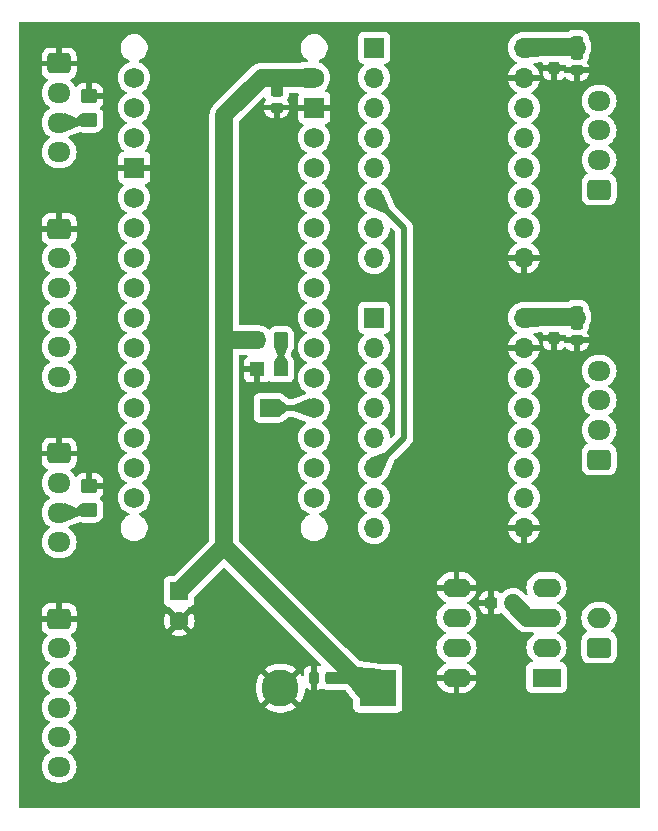
<source format=gbl>
G04 #@! TF.GenerationSoftware,KiCad,Pcbnew,7.0.8*
G04 #@! TF.CreationDate,2024-03-11T02:55:16-07:00*
G04 #@! TF.ProjectId,oc_v1,6f635f76-312e-46b6-9963-61645f706362,1*
G04 #@! TF.SameCoordinates,Original*
G04 #@! TF.FileFunction,Copper,L2,Bot*
G04 #@! TF.FilePolarity,Positive*
%FSLAX46Y46*%
G04 Gerber Fmt 4.6, Leading zero omitted, Abs format (unit mm)*
G04 Created by KiCad (PCBNEW 7.0.8) date 2024-03-11 02:55:16*
%MOMM*%
%LPD*%
G01*
G04 APERTURE LIST*
G04 Aperture macros list*
%AMRoundRect*
0 Rectangle with rounded corners*
0 $1 Rounding radius*
0 $2 $3 $4 $5 $6 $7 $8 $9 X,Y pos of 4 corners*
0 Add a 4 corners polygon primitive as box body*
4,1,4,$2,$3,$4,$5,$6,$7,$8,$9,$2,$3,0*
0 Add four circle primitives for the rounded corners*
1,1,$1+$1,$2,$3*
1,1,$1+$1,$4,$5*
1,1,$1+$1,$6,$7*
1,1,$1+$1,$8,$9*
0 Add four rect primitives between the rounded corners*
20,1,$1+$1,$2,$3,$4,$5,0*
20,1,$1+$1,$4,$5,$6,$7,0*
20,1,$1+$1,$6,$7,$8,$9,0*
20,1,$1+$1,$8,$9,$2,$3,0*%
G04 Aperture macros list end*
G04 #@! TA.AperFunction,ComponentPad*
%ADD10R,3.145000X3.145000*%
G04 #@! TD*
G04 #@! TA.AperFunction,ComponentPad*
%ADD11C,3.145000*%
G04 #@! TD*
G04 #@! TA.AperFunction,ComponentPad*
%ADD12RoundRect,0.250000X-0.725000X0.600000X-0.725000X-0.600000X0.725000X-0.600000X0.725000X0.600000X0*%
G04 #@! TD*
G04 #@! TA.AperFunction,ComponentPad*
%ADD13O,1.950000X1.700000*%
G04 #@! TD*
G04 #@! TA.AperFunction,ComponentPad*
%ADD14R,1.700000X1.700000*%
G04 #@! TD*
G04 #@! TA.AperFunction,ComponentPad*
%ADD15O,1.700000X1.700000*%
G04 #@! TD*
G04 #@! TA.AperFunction,ComponentPad*
%ADD16C,1.727200*%
G04 #@! TD*
G04 #@! TA.AperFunction,ComponentPad*
%ADD17R,1.727200X1.727200*%
G04 #@! TD*
G04 #@! TA.AperFunction,ComponentPad*
%ADD18RoundRect,0.250000X0.750000X-0.600000X0.750000X0.600000X-0.750000X0.600000X-0.750000X-0.600000X0*%
G04 #@! TD*
G04 #@! TA.AperFunction,ComponentPad*
%ADD19O,2.000000X1.700000*%
G04 #@! TD*
G04 #@! TA.AperFunction,ComponentPad*
%ADD20RoundRect,0.250000X0.725000X-0.600000X0.725000X0.600000X-0.725000X0.600000X-0.725000X-0.600000X0*%
G04 #@! TD*
G04 #@! TA.AperFunction,ComponentPad*
%ADD21R,2.400000X1.600000*%
G04 #@! TD*
G04 #@! TA.AperFunction,ComponentPad*
%ADD22O,2.400000X1.600000*%
G04 #@! TD*
G04 #@! TA.AperFunction,ComponentPad*
%ADD23R,1.600000X1.600000*%
G04 #@! TD*
G04 #@! TA.AperFunction,ComponentPad*
%ADD24C,1.600000*%
G04 #@! TD*
G04 #@! TA.AperFunction,SMDPad,CuDef*
%ADD25RoundRect,0.237500X0.300000X0.237500X-0.300000X0.237500X-0.300000X-0.237500X0.300000X-0.237500X0*%
G04 #@! TD*
G04 #@! TA.AperFunction,SMDPad,CuDef*
%ADD26RoundRect,0.237500X-0.237500X0.300000X-0.237500X-0.300000X0.237500X-0.300000X0.237500X0.300000X0*%
G04 #@! TD*
G04 #@! TA.AperFunction,SMDPad,CuDef*
%ADD27RoundRect,0.250000X-0.350000X-0.450000X0.350000X-0.450000X0.350000X0.450000X-0.350000X0.450000X0*%
G04 #@! TD*
G04 #@! TA.AperFunction,SMDPad,CuDef*
%ADD28RoundRect,0.250000X0.300000X-0.750000X0.300000X0.750000X-0.300000X0.750000X-0.300000X-0.750000X0*%
G04 #@! TD*
G04 #@! TA.AperFunction,SMDPad,CuDef*
%ADD29RoundRect,0.200000X0.350000X-0.200000X0.350000X0.200000X-0.350000X0.200000X-0.350000X-0.200000X0*%
G04 #@! TD*
G04 #@! TA.AperFunction,SMDPad,CuDef*
%ADD30RoundRect,0.250000X0.450000X-0.350000X0.450000X0.350000X-0.450000X0.350000X-0.450000X-0.350000X0*%
G04 #@! TD*
G04 #@! TA.AperFunction,SMDPad,CuDef*
%ADD31R,1.200000X1.200000*%
G04 #@! TD*
G04 #@! TA.AperFunction,SMDPad,CuDef*
%ADD32R,1.600000X1.500000*%
G04 #@! TD*
G04 #@! TA.AperFunction,SMDPad,CuDef*
%ADD33RoundRect,0.250000X-0.750000X-0.300000X0.750000X-0.300000X0.750000X0.300000X-0.750000X0.300000X0*%
G04 #@! TD*
G04 #@! TA.AperFunction,SMDPad,CuDef*
%ADD34RoundRect,0.200000X-0.200000X-0.350000X0.200000X-0.350000X0.200000X0.350000X-0.200000X0.350000X0*%
G04 #@! TD*
G04 #@! TA.AperFunction,ViaPad*
%ADD35C,1.000000*%
G04 #@! TD*
G04 #@! TA.AperFunction,Conductor*
%ADD36C,0.500000*%
G04 #@! TD*
G04 #@! TA.AperFunction,Conductor*
%ADD37C,1.500000*%
G04 #@! TD*
G04 APERTURE END LIST*
D10*
X143825000Y-103745000D03*
D11*
X135575000Y-103745000D03*
D12*
X116840000Y-50860000D03*
D13*
X116840000Y-53360000D03*
X116840000Y-55860000D03*
X116840000Y-58360000D03*
D14*
X143510000Y-72390000D03*
D15*
X143510000Y-74930000D03*
X143510000Y-77470000D03*
X143510000Y-80010000D03*
X143510000Y-82550000D03*
X143510000Y-85090000D03*
X143510000Y-87630000D03*
X143510000Y-90170000D03*
X156210000Y-90170000D03*
X156210000Y-87630000D03*
X156210000Y-85090000D03*
X156210000Y-82550000D03*
X156210000Y-80010000D03*
X156210000Y-77470000D03*
X156210000Y-74930000D03*
X156210000Y-72390000D03*
D16*
X138430000Y-85090000D03*
X138430000Y-59690000D03*
X138430000Y-80010000D03*
X138430000Y-77470000D03*
X138430000Y-74930000D03*
X138430000Y-72390000D03*
X138430000Y-69850000D03*
X138430000Y-67310000D03*
X138430000Y-64770000D03*
X138430000Y-62230000D03*
X138430000Y-82550000D03*
X138430000Y-57150000D03*
X123190000Y-54610000D03*
X123190000Y-52070000D03*
X123190000Y-62230000D03*
X123190000Y-64770000D03*
X123190000Y-67310000D03*
X123190000Y-69850000D03*
X123190000Y-72390000D03*
X123190000Y-74930000D03*
X123190000Y-77470000D03*
X123190000Y-80010000D03*
X123190000Y-82550000D03*
X123190000Y-85090000D03*
X123190000Y-87630000D03*
X138430000Y-87630000D03*
D17*
X123190000Y-59690000D03*
X138430000Y-54610000D03*
D16*
X123190000Y-57150000D03*
X138430000Y-52070000D03*
D12*
X116840000Y-97890000D03*
D13*
X116840000Y-100390000D03*
X116840000Y-102890000D03*
X116840000Y-105390000D03*
X116840000Y-107890000D03*
X116840000Y-110390000D03*
D12*
X116840000Y-83880000D03*
D13*
X116840000Y-86380000D03*
X116840000Y-88880000D03*
X116840000Y-91380000D03*
D18*
X162560000Y-100310000D03*
D19*
X162560000Y-97810000D03*
D20*
X162560000Y-61535000D03*
D13*
X162560000Y-59035000D03*
X162560000Y-56535000D03*
X162560000Y-54035000D03*
D20*
X162560000Y-84395000D03*
D13*
X162560000Y-81895000D03*
X162560000Y-79395000D03*
X162560000Y-76895000D03*
D21*
X158105000Y-102860000D03*
D22*
X158105000Y-100320000D03*
X158105000Y-97780000D03*
X158105000Y-95240000D03*
X150485000Y-95240000D03*
X150485000Y-97780000D03*
X150485000Y-100320000D03*
X150485000Y-102860000D03*
D14*
X143510000Y-49530000D03*
D15*
X143510000Y-52070000D03*
X143510000Y-54610000D03*
X143510000Y-57150000D03*
X143510000Y-59690000D03*
X143510000Y-62230000D03*
X143510000Y-64770000D03*
X143510000Y-67310000D03*
X156210000Y-67310000D03*
X156210000Y-64770000D03*
X156210000Y-62230000D03*
X156210000Y-59690000D03*
X156210000Y-57150000D03*
X156210000Y-54610000D03*
X156210000Y-52070000D03*
X156210000Y-49530000D03*
D12*
X116840000Y-64870000D03*
D13*
X116840000Y-67370000D03*
X116840000Y-69870000D03*
X116840000Y-72370000D03*
X116840000Y-74870000D03*
X116840000Y-77370000D03*
D23*
X127000000Y-95564888D03*
D24*
X127000000Y-98064888D03*
D25*
X155167500Y-96520000D03*
X153442500Y-96520000D03*
D26*
X158750000Y-72390000D03*
X158750000Y-74115000D03*
D27*
X133620000Y-74295000D03*
X135620000Y-74295000D03*
D28*
X160655000Y-49530000D03*
D29*
X160655000Y-51430000D03*
D28*
X160655000Y-72390000D03*
D29*
X160655000Y-74290000D03*
D30*
X119380000Y-88630000D03*
X119380000Y-86630000D03*
D31*
X135620000Y-76760000D03*
D32*
X134620000Y-80010000D03*
D31*
X133620000Y-76760000D03*
D26*
X158750000Y-49530000D03*
X158750000Y-51255000D03*
D33*
X140350000Y-102870000D03*
D34*
X138450000Y-102870000D03*
D28*
X135255000Y-52690000D03*
D29*
X135255000Y-54590000D03*
D30*
X119380000Y-55610000D03*
X119380000Y-53610000D03*
D35*
X149860000Y-113030000D03*
X127000000Y-88900000D03*
X127000000Y-48260000D03*
X127000000Y-113030000D03*
X165100000Y-87630000D03*
X127000000Y-103505000D03*
X165100000Y-71120000D03*
X114300000Y-48260000D03*
X165100000Y-95250000D03*
X149860000Y-92710000D03*
X157480000Y-113030000D03*
X149860000Y-48260000D03*
X114300000Y-62230000D03*
X165100000Y-48260000D03*
X115570000Y-81280000D03*
X149860000Y-69850000D03*
X115570000Y-95250000D03*
X140970000Y-62230000D03*
X165100000Y-113030000D03*
X134620000Y-113030000D03*
X134620000Y-59690000D03*
X119380000Y-113030000D03*
X134620000Y-48260000D03*
X119380000Y-64770000D03*
X133985000Y-87630000D03*
X165100000Y-64770000D03*
X142240000Y-113030000D03*
X165100000Y-102870000D03*
X127000000Y-80010000D03*
X127000000Y-59690000D03*
D36*
X143510000Y-85090000D02*
X146050000Y-82550000D01*
X146050000Y-64770000D02*
X143510000Y-62230000D01*
X146050000Y-82550000D02*
X146050000Y-64770000D01*
X134620000Y-80010000D02*
X138430000Y-80010000D01*
X116840000Y-55860000D02*
X119130000Y-55860000D01*
X119130000Y-55860000D02*
X119380000Y-55610000D01*
X119130000Y-88880000D02*
X119380000Y-88630000D01*
X116840000Y-88880000D02*
X119130000Y-88880000D01*
D37*
X160655000Y-49530000D02*
X160592500Y-49467500D01*
X130810000Y-74295000D02*
X133620000Y-74295000D01*
X156272500Y-49467500D02*
X156210000Y-49530000D01*
X130810000Y-91754888D02*
X127000000Y-95564888D01*
X133985000Y-52070000D02*
X130810000Y-55245000D01*
X130810000Y-74295000D02*
X130810000Y-91754888D01*
X158105000Y-97780000D02*
X156490000Y-97780000D01*
X160592500Y-49467500D02*
X156272500Y-49467500D01*
X160592500Y-72327500D02*
X156272500Y-72327500D01*
X160655000Y-72390000D02*
X160592500Y-72327500D01*
X156272500Y-72327500D02*
X156210000Y-72390000D01*
X142800112Y-103745000D02*
X130810000Y-91754888D01*
X143825000Y-103745000D02*
X142800112Y-103745000D01*
X138430000Y-52070000D02*
X133985000Y-52070000D01*
X130810000Y-55245000D02*
X130810000Y-74295000D01*
X156490000Y-97780000D02*
X155230000Y-96520000D01*
D36*
X135620000Y-76760000D02*
X135620000Y-74295000D01*
G04 #@! TA.AperFunction,Conductor*
G36*
X165947691Y-47390407D02*
G01*
X165983655Y-47439907D01*
X165988500Y-47470500D01*
X165988500Y-113819500D01*
X165969593Y-113877691D01*
X165920093Y-113913655D01*
X165889500Y-113918500D01*
X113510500Y-113918500D01*
X113452309Y-113899593D01*
X113416345Y-113850093D01*
X113411500Y-113819500D01*
X113411500Y-110390004D01*
X115359341Y-110390004D01*
X115379935Y-110625400D01*
X115441098Y-110853667D01*
X115540959Y-111067818D01*
X115540963Y-111067826D01*
X115540964Y-111067828D01*
X115540965Y-111067829D01*
X115676505Y-111261401D01*
X115843599Y-111428495D01*
X116037171Y-111564035D01*
X116037172Y-111564035D01*
X116037173Y-111564036D01*
X116037181Y-111564040D01*
X116251333Y-111663901D01*
X116251337Y-111663903D01*
X116479592Y-111725063D01*
X116479596Y-111725063D01*
X116479599Y-111725064D01*
X116656028Y-111740500D01*
X116656034Y-111740500D01*
X117023972Y-111740500D01*
X117200400Y-111725064D01*
X117200401Y-111725063D01*
X117200408Y-111725063D01*
X117428663Y-111663903D01*
X117642829Y-111564035D01*
X117836401Y-111428495D01*
X118003495Y-111261401D01*
X118139035Y-111067830D01*
X118238903Y-110853663D01*
X118300063Y-110625408D01*
X118320659Y-110390000D01*
X118300063Y-110154592D01*
X118238903Y-109926337D01*
X118139035Y-109712171D01*
X118003495Y-109518599D01*
X117836401Y-109351505D01*
X117836397Y-109351502D01*
X117836396Y-109351501D01*
X117751918Y-109292350D01*
X117650155Y-109221094D01*
X117613334Y-109172232D01*
X117612266Y-109111056D01*
X117647360Y-109060935D01*
X117650133Y-109058920D01*
X117836401Y-108928495D01*
X118003495Y-108761401D01*
X118139035Y-108567830D01*
X118238903Y-108353663D01*
X118300063Y-108125408D01*
X118320659Y-107890000D01*
X118300063Y-107654592D01*
X118238903Y-107426337D01*
X118139035Y-107212171D01*
X118003495Y-107018599D01*
X117836401Y-106851505D01*
X117836397Y-106851502D01*
X117836396Y-106851501D01*
X117751918Y-106792350D01*
X117650155Y-106721094D01*
X117613334Y-106672232D01*
X117612266Y-106611056D01*
X117647360Y-106560935D01*
X117650133Y-106558920D01*
X117836401Y-106428495D01*
X118003495Y-106261401D01*
X118139035Y-106067830D01*
X118238903Y-105853663D01*
X118300063Y-105625408D01*
X118300064Y-105625400D01*
X118320659Y-105390004D01*
X118320659Y-105389995D01*
X118300064Y-105154599D01*
X118300063Y-105154596D01*
X118300063Y-105154592D01*
X118238903Y-104926337D01*
X118238901Y-104926332D01*
X118139040Y-104712181D01*
X118139036Y-104712173D01*
X118109506Y-104670000D01*
X118003495Y-104518599D01*
X117836401Y-104351505D01*
X117836397Y-104351502D01*
X117836396Y-104351501D01*
X117751918Y-104292350D01*
X117650155Y-104221094D01*
X117613334Y-104172232D01*
X117612266Y-104111056D01*
X117647360Y-104060935D01*
X117650133Y-104058920D01*
X117836401Y-103928495D01*
X118003495Y-103761401D01*
X118014977Y-103745003D01*
X133497657Y-103745003D01*
X133517004Y-104027861D01*
X133517006Y-104027870D01*
X133574689Y-104305453D01*
X133669639Y-104572617D01*
X133800078Y-104824354D01*
X133941599Y-105024844D01*
X134765472Y-104200970D01*
X134769514Y-104210047D01*
X134883805Y-104367355D01*
X135028304Y-104497463D01*
X135121996Y-104551556D01*
X134296747Y-105376806D01*
X134296746Y-105376806D01*
X134377027Y-105442119D01*
X134377043Y-105442130D01*
X134619282Y-105589439D01*
X134619294Y-105589446D01*
X134879335Y-105702396D01*
X135152348Y-105778891D01*
X135152355Y-105778892D01*
X135433239Y-105817499D01*
X135433243Y-105817500D01*
X135716757Y-105817500D01*
X135716760Y-105817499D01*
X135997644Y-105778892D01*
X135997651Y-105778891D01*
X136270664Y-105702396D01*
X136530705Y-105589446D01*
X136530717Y-105589439D01*
X136772954Y-105442132D01*
X136772972Y-105442119D01*
X136853251Y-105376806D01*
X136028002Y-104551557D01*
X136121696Y-104497463D01*
X136266195Y-104367355D01*
X136380486Y-104210048D01*
X136384526Y-104200971D01*
X137208399Y-105024844D01*
X137349921Y-104824354D01*
X137480360Y-104572617D01*
X137575310Y-104305453D01*
X137632993Y-104027870D01*
X137632995Y-104027861D01*
X137645985Y-103837954D01*
X137668819Y-103781189D01*
X137720658Y-103748687D01*
X137781701Y-103752863D01*
X137810176Y-103771678D01*
X137810410Y-103771380D01*
X137814103Y-103774273D01*
X137814758Y-103774706D01*
X137815127Y-103775075D01*
X137960599Y-103863017D01*
X137960607Y-103863020D01*
X138122889Y-103913589D01*
X138122895Y-103913591D01*
X138193425Y-103919998D01*
X138200000Y-103919998D01*
X138200000Y-101820001D01*
X138199998Y-101819999D01*
X138193425Y-101820000D01*
X138122896Y-101826408D01*
X138122890Y-101826410D01*
X137960607Y-101876979D01*
X137960599Y-101876982D01*
X137815127Y-101964924D01*
X137694924Y-102085127D01*
X137606982Y-102230599D01*
X137606979Y-102230607D01*
X137556410Y-102392889D01*
X137556408Y-102392895D01*
X137550000Y-102463418D01*
X137550000Y-102645530D01*
X137531093Y-102703721D01*
X137481593Y-102739685D01*
X137420407Y-102739685D01*
X137370907Y-102703721D01*
X137363100Y-102691077D01*
X137349925Y-102665652D01*
X137349923Y-102665648D01*
X137208399Y-102465154D01*
X136384526Y-103289026D01*
X136380486Y-103279953D01*
X136266195Y-103122645D01*
X136121696Y-102992537D01*
X136028001Y-102938442D01*
X136853251Y-102113192D01*
X136853252Y-102113192D01*
X136772972Y-102047880D01*
X136772956Y-102047869D01*
X136530717Y-101900560D01*
X136530705Y-101900553D01*
X136270664Y-101787603D01*
X135997651Y-101711108D01*
X135997644Y-101711107D01*
X135716760Y-101672500D01*
X135433239Y-101672500D01*
X135152355Y-101711107D01*
X135152348Y-101711108D01*
X134879335Y-101787603D01*
X134619294Y-101900553D01*
X134619282Y-101900560D01*
X134377043Y-102047869D01*
X134377029Y-102047879D01*
X134296746Y-102113192D01*
X135121997Y-102938443D01*
X135028304Y-102992537D01*
X134883805Y-103122645D01*
X134769514Y-103279952D01*
X134765473Y-103289028D01*
X133941599Y-102465154D01*
X133800078Y-102665645D01*
X133669639Y-102917382D01*
X133574689Y-103184546D01*
X133517006Y-103462129D01*
X133517004Y-103462138D01*
X133497657Y-103744996D01*
X133497657Y-103745003D01*
X118014977Y-103745003D01*
X118139035Y-103567830D01*
X118238903Y-103353663D01*
X118300063Y-103125408D01*
X118311688Y-102992537D01*
X118320659Y-102890004D01*
X118320659Y-102889995D01*
X118300064Y-102654599D01*
X118300063Y-102654596D01*
X118300063Y-102654592D01*
X118238903Y-102426337D01*
X118147632Y-102230607D01*
X118139040Y-102212181D01*
X118139036Y-102212173D01*
X118003498Y-102018603D01*
X118003497Y-102018602D01*
X118003495Y-102018599D01*
X117836401Y-101851505D01*
X117836397Y-101851502D01*
X117836396Y-101851501D01*
X117745139Y-101787603D01*
X117650155Y-101721094D01*
X117613334Y-101672232D01*
X117612266Y-101611056D01*
X117647360Y-101560935D01*
X117650133Y-101558920D01*
X117836401Y-101428495D01*
X118003495Y-101261401D01*
X118139035Y-101067830D01*
X118238903Y-100853663D01*
X118300063Y-100625408D01*
X118320659Y-100390000D01*
X118314534Y-100319996D01*
X118300064Y-100154599D01*
X118300063Y-100154596D01*
X118300063Y-100154592D01*
X118238903Y-99926337D01*
X118238901Y-99926332D01*
X118139040Y-99712181D01*
X118139036Y-99712173D01*
X118107589Y-99667262D01*
X118003495Y-99518599D01*
X117836401Y-99351505D01*
X117836397Y-99351502D01*
X117836393Y-99351498D01*
X117834441Y-99349860D01*
X117833918Y-99349023D01*
X117833344Y-99348449D01*
X117833476Y-99348316D01*
X117802020Y-99297970D01*
X117806292Y-99236934D01*
X117845623Y-99190066D01*
X117866944Y-99180049D01*
X117884125Y-99174356D01*
X118033340Y-99082319D01*
X118157319Y-98958340D01*
X118249356Y-98809124D01*
X118304506Y-98642693D01*
X118315000Y-98539987D01*
X118315000Y-98140001D01*
X118314999Y-98140000D01*
X117243969Y-98140000D01*
X117276519Y-98089351D01*
X117283701Y-98064891D01*
X125695034Y-98064891D01*
X125714857Y-98291485D01*
X125773733Y-98511211D01*
X125869864Y-98717368D01*
X125920972Y-98790359D01*
X126602045Y-98109285D01*
X126614835Y-98190036D01*
X126672359Y-98302933D01*
X126761955Y-98392529D01*
X126874852Y-98450053D01*
X126955599Y-98462841D01*
X126274527Y-99143914D01*
X126347518Y-99195022D01*
X126553676Y-99291154D01*
X126773402Y-99350030D01*
X126999997Y-99369854D01*
X127000003Y-99369854D01*
X127226597Y-99350030D01*
X127446323Y-99291154D01*
X127652483Y-99195021D01*
X127652484Y-99195021D01*
X127725471Y-99143914D01*
X127044399Y-98462842D01*
X127125148Y-98450053D01*
X127238045Y-98392529D01*
X127327641Y-98302933D01*
X127385165Y-98190036D01*
X127397954Y-98109287D01*
X128079026Y-98790359D01*
X128130133Y-98717372D01*
X128130133Y-98717371D01*
X128226266Y-98511211D01*
X128285142Y-98291485D01*
X128304966Y-98064891D01*
X128304966Y-98064884D01*
X128285142Y-97838290D01*
X128226266Y-97618564D01*
X128130134Y-97412406D01*
X128079026Y-97339415D01*
X127397953Y-98020487D01*
X127385165Y-97939740D01*
X127327641Y-97826843D01*
X127238045Y-97737247D01*
X127125148Y-97679723D01*
X127044397Y-97666933D01*
X127725472Y-96985859D01*
X127724349Y-96973015D01*
X127738113Y-96913398D01*
X127784290Y-96873257D01*
X127822971Y-96865387D01*
X127847872Y-96865387D01*
X127907483Y-96858979D01*
X127974907Y-96833831D01*
X128042329Y-96808685D01*
X128042329Y-96808684D01*
X128042331Y-96808684D01*
X128157546Y-96722434D01*
X128243796Y-96607219D01*
X128246592Y-96599724D01*
X128294089Y-96472376D01*
X128294090Y-96472373D01*
X128294091Y-96472371D01*
X128300500Y-96412761D01*
X128300499Y-96073868D01*
X128319406Y-96015678D01*
X128329489Y-96003871D01*
X130739999Y-93593362D01*
X130794512Y-93565588D01*
X130854944Y-93575159D01*
X130880003Y-93593365D01*
X138981101Y-101694463D01*
X139008878Y-101748980D01*
X138999307Y-101809412D01*
X138956042Y-101852677D01*
X138895610Y-101862248D01*
X138881644Y-101858984D01*
X138777110Y-101826410D01*
X138777104Y-101826408D01*
X138706581Y-101820000D01*
X138700001Y-101820000D01*
X138700000Y-101820001D01*
X138700000Y-103919998D01*
X138700001Y-103919999D01*
X138706566Y-103919999D01*
X138706582Y-103919998D01*
X138777103Y-103913591D01*
X138777109Y-103913589D01*
X138939392Y-103863020D01*
X138939399Y-103863017D01*
X139066729Y-103786043D01*
X139126309Y-103772119D01*
X139169915Y-103786502D01*
X139280666Y-103854814D01*
X139447203Y-103909999D01*
X139549991Y-103920500D01*
X141032271Y-103920499D01*
X141090462Y-103939406D01*
X141110047Y-103958246D01*
X141703793Y-104712173D01*
X141730777Y-104746436D01*
X141751926Y-104803850D01*
X141752000Y-104807688D01*
X141752000Y-105365366D01*
X141752001Y-105365370D01*
X141758408Y-105424980D01*
X141758409Y-105424985D01*
X141808702Y-105559829D01*
X141857789Y-105625400D01*
X141894954Y-105675046D01*
X141894957Y-105675048D01*
X141894958Y-105675049D01*
X142010170Y-105761297D01*
X142145011Y-105811589D01*
X142145012Y-105811589D01*
X142145017Y-105811591D01*
X142204627Y-105818000D01*
X145445372Y-105817999D01*
X145504983Y-105811591D01*
X145592654Y-105778892D01*
X145639829Y-105761297D01*
X145639829Y-105761296D01*
X145639831Y-105761296D01*
X145755046Y-105675046D01*
X145841296Y-105559831D01*
X145891591Y-105424983D01*
X145898000Y-105365373D01*
X145897999Y-102124628D01*
X145891591Y-102065017D01*
X145891590Y-102065014D01*
X145841297Y-101930170D01*
X145755049Y-101814958D01*
X145755048Y-101814957D01*
X145755046Y-101814954D01*
X145718510Y-101787603D01*
X145639829Y-101728702D01*
X145504988Y-101678410D01*
X145504983Y-101678409D01*
X145504981Y-101678408D01*
X145504977Y-101678408D01*
X145473749Y-101675050D01*
X145445373Y-101672000D01*
X145445370Y-101672000D01*
X144145513Y-101672000D01*
X144121160Y-101668958D01*
X144119433Y-101668519D01*
X142333689Y-101478991D01*
X142277819Y-101454048D01*
X142274134Y-101450548D01*
X141143589Y-100320003D01*
X148779532Y-100320003D01*
X148799363Y-100546684D01*
X148858262Y-100766500D01*
X148954426Y-100972723D01*
X148954434Y-100972737D01*
X149084946Y-101159130D01*
X149084947Y-101159132D01*
X149084950Y-101159135D01*
X149084953Y-101159139D01*
X149245861Y-101320047D01*
X149245864Y-101320049D01*
X149245867Y-101320052D01*
X149245869Y-101320053D01*
X149329558Y-101378652D01*
X149432266Y-101450568D01*
X149539455Y-101500551D01*
X149584202Y-101542278D01*
X149595877Y-101602340D01*
X149570019Y-101657793D01*
X149539455Y-101679999D01*
X149432522Y-101729862D01*
X149432519Y-101729864D01*
X149246188Y-101860334D01*
X149085334Y-102021188D01*
X148954865Y-102207518D01*
X148858733Y-102413676D01*
X148806128Y-102610000D01*
X150169314Y-102610000D01*
X150157359Y-102621955D01*
X150099835Y-102734852D01*
X150080014Y-102860000D01*
X150099835Y-102985148D01*
X150157359Y-103098045D01*
X150169314Y-103110000D01*
X148806128Y-103110000D01*
X148858733Y-103306323D01*
X148954865Y-103512481D01*
X149085334Y-103698811D01*
X149246188Y-103859665D01*
X149432518Y-103990134D01*
X149638676Y-104086266D01*
X149858402Y-104145142D01*
X150028232Y-104160000D01*
X150234999Y-104160000D01*
X150235000Y-104159999D01*
X150235000Y-103175686D01*
X150246955Y-103187641D01*
X150359852Y-103245165D01*
X150453519Y-103260000D01*
X150516481Y-103260000D01*
X150610148Y-103245165D01*
X150723045Y-103187641D01*
X150735000Y-103175686D01*
X150735000Y-104159999D01*
X150735001Y-104160000D01*
X150941768Y-104160000D01*
X151111597Y-104145142D01*
X151331323Y-104086266D01*
X151537481Y-103990134D01*
X151723811Y-103859665D01*
X151884665Y-103698811D01*
X152015134Y-103512481D01*
X152111266Y-103306323D01*
X152163872Y-103110000D01*
X150800686Y-103110000D01*
X150812641Y-103098045D01*
X150870165Y-102985148D01*
X150889986Y-102860000D01*
X150870165Y-102734852D01*
X150812641Y-102621955D01*
X150800686Y-102610000D01*
X152163872Y-102610000D01*
X152111266Y-102413676D01*
X152015134Y-102207518D01*
X151884665Y-102021188D01*
X151723811Y-101860334D01*
X151537480Y-101729864D01*
X151537472Y-101729860D01*
X151430545Y-101679999D01*
X151385797Y-101638271D01*
X151374122Y-101578210D01*
X151399980Y-101522757D01*
X151430539Y-101500553D01*
X151537734Y-101450568D01*
X151724139Y-101320047D01*
X151885047Y-101159139D01*
X152015568Y-100972734D01*
X152111739Y-100766496D01*
X152170635Y-100546692D01*
X152184344Y-100390004D01*
X152190468Y-100320003D01*
X152190468Y-100319996D01*
X152170636Y-100093315D01*
X152170635Y-100093312D01*
X152170635Y-100093308D01*
X152111739Y-99873504D01*
X152111737Y-99873499D01*
X152015573Y-99667276D01*
X152015571Y-99667272D01*
X152015568Y-99667266D01*
X151972061Y-99605131D01*
X151885053Y-99480869D01*
X151885052Y-99480867D01*
X151885049Y-99480864D01*
X151885047Y-99480861D01*
X151724139Y-99319953D01*
X151724135Y-99319950D01*
X151724132Y-99319947D01*
X151724130Y-99319946D01*
X151537737Y-99189434D01*
X151537736Y-99189433D01*
X151537734Y-99189432D01*
X151537731Y-99189430D01*
X151537723Y-99189426D01*
X151431137Y-99139724D01*
X151386389Y-99097996D01*
X151374714Y-99037935D01*
X151400572Y-98982482D01*
X151431137Y-98960276D01*
X151531571Y-98913442D01*
X151537734Y-98910568D01*
X151724139Y-98780047D01*
X151885047Y-98619139D01*
X152015568Y-98432734D01*
X152111739Y-98226496D01*
X152170635Y-98006692D01*
X152185369Y-97838290D01*
X152190468Y-97780003D01*
X152190468Y-97779996D01*
X152170636Y-97553315D01*
X152170635Y-97553312D01*
X152170635Y-97553308D01*
X152111739Y-97333504D01*
X152017860Y-97132181D01*
X152015573Y-97127276D01*
X152015571Y-97127272D01*
X152015568Y-97127266D01*
X151916555Y-96985859D01*
X151885053Y-96940869D01*
X151885052Y-96940867D01*
X151885049Y-96940864D01*
X151885047Y-96940861D01*
X151750840Y-96806654D01*
X152405001Y-96806654D01*
X152415317Y-96907642D01*
X152415320Y-96907654D01*
X152469548Y-97071306D01*
X152560053Y-97218035D01*
X152681964Y-97339946D01*
X152828693Y-97430451D01*
X152992351Y-97484681D01*
X153093345Y-97494999D01*
X153192500Y-97494999D01*
X153192500Y-97494998D01*
X153692500Y-97494998D01*
X153692501Y-97494999D01*
X153791654Y-97494999D01*
X153892642Y-97484682D01*
X153892654Y-97484679D01*
X154056306Y-97430451D01*
X154184924Y-97351118D01*
X154244377Y-97336661D01*
X154300973Y-97359911D01*
X154306888Y-97365362D01*
X154621249Y-97679723D01*
X155554147Y-98612622D01*
X155557849Y-98616764D01*
X155582492Y-98647666D01*
X155634261Y-98692896D01*
X155636693Y-98695169D01*
X155645468Y-98703943D01*
X155645470Y-98703945D01*
X155677834Y-98730964D01*
X155752004Y-98795765D01*
X155757446Y-98799016D01*
X155770113Y-98808004D01*
X155774979Y-98812066D01*
X155774978Y-98812066D01*
X155774979Y-98812067D01*
X155774981Y-98812068D01*
X155860659Y-98860683D01*
X155945225Y-98911209D01*
X155945230Y-98911211D01*
X155945236Y-98911215D01*
X155951171Y-98913442D01*
X155965242Y-98920025D01*
X155967990Y-98921584D01*
X155970755Y-98923153D01*
X156063746Y-98955692D01*
X156155976Y-98990307D01*
X156162206Y-98991437D01*
X156177226Y-98995401D01*
X156183217Y-98997498D01*
X156183222Y-98997498D01*
X156183227Y-98997500D01*
X156259369Y-99009559D01*
X156280527Y-99012910D01*
X156377453Y-99030500D01*
X156383795Y-99030500D01*
X156399281Y-99031718D01*
X156405540Y-99032710D01*
X156405540Y-99032709D01*
X156405541Y-99032710D01*
X156504002Y-99030500D01*
X156965257Y-99030500D01*
X157023448Y-99049407D01*
X157059412Y-99098907D01*
X157059412Y-99160093D01*
X157023448Y-99209593D01*
X157022040Y-99210596D01*
X156865868Y-99319946D01*
X156704947Y-99480867D01*
X156704946Y-99480869D01*
X156574434Y-99667262D01*
X156574426Y-99667276D01*
X156478262Y-99873499D01*
X156419363Y-100093315D01*
X156399532Y-100319996D01*
X156399532Y-100320003D01*
X156419363Y-100546684D01*
X156478262Y-100766500D01*
X156574426Y-100972723D01*
X156574434Y-100972737D01*
X156704946Y-101159130D01*
X156704947Y-101159132D01*
X156704950Y-101159135D01*
X156704953Y-101159139D01*
X156865861Y-101320047D01*
X156950633Y-101379404D01*
X156987455Y-101428268D01*
X156988523Y-101489444D01*
X156953430Y-101539564D01*
X156895578Y-101559485D01*
X156893852Y-101559500D01*
X156857134Y-101559500D01*
X156857129Y-101559500D01*
X156857128Y-101559501D01*
X156849949Y-101560272D01*
X156797519Y-101565908D01*
X156797514Y-101565909D01*
X156662670Y-101616202D01*
X156547458Y-101702450D01*
X156547450Y-101702458D01*
X156461202Y-101817670D01*
X156410910Y-101952511D01*
X156410908Y-101952522D01*
X156404500Y-102012129D01*
X156404500Y-103707866D01*
X156404501Y-103707870D01*
X156410908Y-103767480D01*
X156410909Y-103767485D01*
X156461202Y-103902329D01*
X156526933Y-103990134D01*
X156547454Y-104017546D01*
X156547457Y-104017548D01*
X156547458Y-104017549D01*
X156662670Y-104103797D01*
X156797511Y-104154089D01*
X156797512Y-104154089D01*
X156797517Y-104154091D01*
X156857127Y-104160500D01*
X159352872Y-104160499D01*
X159412483Y-104154091D01*
X159536682Y-104107768D01*
X159547329Y-104103797D01*
X159547329Y-104103796D01*
X159547331Y-104103796D01*
X159662546Y-104017546D01*
X159748796Y-103902331D01*
X159764710Y-103859665D01*
X159791997Y-103786504D01*
X159799091Y-103767483D01*
X159805500Y-103707873D01*
X159805499Y-102012128D01*
X159799091Y-101952517D01*
X159789465Y-101926708D01*
X159748797Y-101817670D01*
X159662549Y-101702458D01*
X159662548Y-101702457D01*
X159662546Y-101702454D01*
X159662541Y-101702450D01*
X159547329Y-101616202D01*
X159412488Y-101565910D01*
X159412483Y-101565909D01*
X159412481Y-101565908D01*
X159412477Y-101565908D01*
X159381249Y-101562550D01*
X159352873Y-101559500D01*
X159352870Y-101559500D01*
X159316152Y-101559500D01*
X159257961Y-101540593D01*
X159221997Y-101491093D01*
X159221997Y-101429907D01*
X159257961Y-101380407D01*
X159259368Y-101379404D01*
X159344130Y-101320053D01*
X159344139Y-101320047D01*
X159505047Y-101159139D01*
X159635568Y-100972734D01*
X159731739Y-100766496D01*
X159790635Y-100546692D01*
X159804344Y-100390004D01*
X159810468Y-100320003D01*
X159810468Y-100319996D01*
X159790636Y-100093315D01*
X159790635Y-100093312D01*
X159790635Y-100093308D01*
X159731739Y-99873504D01*
X159731737Y-99873499D01*
X159635573Y-99667276D01*
X159635571Y-99667272D01*
X159635568Y-99667266D01*
X159592061Y-99605131D01*
X159505053Y-99480869D01*
X159505052Y-99480867D01*
X159505049Y-99480864D01*
X159505047Y-99480861D01*
X159344139Y-99319953D01*
X159344135Y-99319950D01*
X159344132Y-99319947D01*
X159344130Y-99319946D01*
X159157737Y-99189434D01*
X159157736Y-99189433D01*
X159157734Y-99189432D01*
X159157731Y-99189430D01*
X159157723Y-99189426D01*
X159051137Y-99139724D01*
X159006389Y-99097996D01*
X158994714Y-99037935D01*
X159020572Y-98982482D01*
X159051137Y-98960276D01*
X159151571Y-98913442D01*
X159157734Y-98910568D01*
X159344139Y-98780047D01*
X159505047Y-98619139D01*
X159635568Y-98432734D01*
X159731739Y-98226496D01*
X159790635Y-98006692D01*
X159805369Y-97838290D01*
X159807843Y-97810004D01*
X161054341Y-97810004D01*
X161074935Y-98045400D01*
X161074936Y-98045407D01*
X161074937Y-98045408D01*
X161086711Y-98089351D01*
X161136098Y-98273667D01*
X161235959Y-98487818D01*
X161235963Y-98487826D01*
X161347883Y-98647666D01*
X161371505Y-98681401D01*
X161538599Y-98848495D01*
X161538602Y-98848497D01*
X161538612Y-98848507D01*
X161540112Y-98849766D01*
X161540513Y-98850408D01*
X161541656Y-98851551D01*
X161541392Y-98851814D01*
X161572530Y-98901657D01*
X161568255Y-98962693D01*
X161528921Y-99009559D01*
X161507610Y-99019571D01*
X161490664Y-99025186D01*
X161341347Y-99117285D01*
X161217285Y-99241347D01*
X161125187Y-99390663D01*
X161070000Y-99557205D01*
X161059500Y-99659983D01*
X161059500Y-100960016D01*
X161069999Y-101062788D01*
X161070000Y-101062795D01*
X161070001Y-101062797D01*
X161101923Y-101159132D01*
X161125187Y-101229336D01*
X161217285Y-101378652D01*
X161217286Y-101378653D01*
X161217288Y-101378656D01*
X161341344Y-101502712D01*
X161490666Y-101594814D01*
X161657203Y-101649999D01*
X161759991Y-101660500D01*
X163360008Y-101660499D01*
X163360016Y-101660499D01*
X163462788Y-101650000D01*
X163462788Y-101649999D01*
X163462797Y-101649999D01*
X163629334Y-101594814D01*
X163778656Y-101502712D01*
X163902712Y-101378656D01*
X163994814Y-101229334D01*
X164049999Y-101062797D01*
X164060500Y-100960009D01*
X164060499Y-99659992D01*
X164060499Y-99659991D01*
X164060499Y-99659983D01*
X164050000Y-99557211D01*
X164049999Y-99557209D01*
X164049999Y-99557203D01*
X163994814Y-99390666D01*
X163902712Y-99241344D01*
X163778656Y-99117288D01*
X163778653Y-99117286D01*
X163778652Y-99117285D01*
X163629336Y-99025187D01*
X163629335Y-99025186D01*
X163629334Y-99025186D01*
X163612390Y-99019571D01*
X163563101Y-98983320D01*
X163544533Y-98925020D01*
X163563779Y-98866941D01*
X163579894Y-98849759D01*
X163581390Y-98848502D01*
X163581401Y-98848495D01*
X163748495Y-98681401D01*
X163884035Y-98487830D01*
X163983903Y-98273663D01*
X164045063Y-98045408D01*
X164045064Y-98045400D01*
X164065659Y-97810004D01*
X164065659Y-97809995D01*
X164045064Y-97574599D01*
X164045063Y-97574596D01*
X164045063Y-97574592D01*
X163983903Y-97346337D01*
X163980923Y-97339946D01*
X163884040Y-97132181D01*
X163884036Y-97132173D01*
X163880597Y-97127262D01*
X163771095Y-96970875D01*
X163748498Y-96938603D01*
X163748497Y-96938602D01*
X163748495Y-96938599D01*
X163581401Y-96771505D01*
X163581397Y-96771502D01*
X163581396Y-96771501D01*
X163387826Y-96635963D01*
X163387818Y-96635959D01*
X163173666Y-96536098D01*
X163173667Y-96536098D01*
X163031239Y-96497935D01*
X162945408Y-96474937D01*
X162945407Y-96474936D01*
X162945400Y-96474935D01*
X162768972Y-96459500D01*
X162768966Y-96459500D01*
X162351034Y-96459500D01*
X162351028Y-96459500D01*
X162174599Y-96474935D01*
X161946332Y-96536098D01*
X161732181Y-96635959D01*
X161732173Y-96635963D01*
X161538603Y-96771501D01*
X161371501Y-96938603D01*
X161235964Y-97132171D01*
X161136097Y-97346337D01*
X161074935Y-97574599D01*
X161054341Y-97809995D01*
X161054341Y-97810004D01*
X159807843Y-97810004D01*
X159810468Y-97780003D01*
X159810468Y-97779996D01*
X159790636Y-97553315D01*
X159790635Y-97553312D01*
X159790635Y-97553308D01*
X159731739Y-97333504D01*
X159637860Y-97132181D01*
X159635573Y-97127276D01*
X159635571Y-97127272D01*
X159635568Y-97127266D01*
X159536555Y-96985859D01*
X159505053Y-96940869D01*
X159505052Y-96940867D01*
X159505049Y-96940864D01*
X159505047Y-96940861D01*
X159344139Y-96779953D01*
X159344135Y-96779950D01*
X159344132Y-96779947D01*
X159344130Y-96779946D01*
X159157737Y-96649434D01*
X159157736Y-96649433D01*
X159157734Y-96649432D01*
X159157731Y-96649430D01*
X159157723Y-96649426D01*
X159051137Y-96599724D01*
X159006389Y-96557996D01*
X158994714Y-96497935D01*
X159020572Y-96442482D01*
X159051137Y-96420276D01*
X159157723Y-96370573D01*
X159157721Y-96370573D01*
X159157734Y-96370568D01*
X159344139Y-96240047D01*
X159505047Y-96079139D01*
X159635568Y-95892734D01*
X159731739Y-95686496D01*
X159790635Y-95466692D01*
X159798496Y-95376848D01*
X159810468Y-95240003D01*
X159810468Y-95239996D01*
X159790636Y-95013315D01*
X159790635Y-95013312D01*
X159790635Y-95013308D01*
X159731739Y-94793504D01*
X159731737Y-94793499D01*
X159635573Y-94587276D01*
X159635571Y-94587272D01*
X159635568Y-94587266D01*
X159509585Y-94407342D01*
X159505053Y-94400869D01*
X159505052Y-94400867D01*
X159505049Y-94400864D01*
X159505047Y-94400861D01*
X159344139Y-94239953D01*
X159344135Y-94239950D01*
X159344132Y-94239947D01*
X159344130Y-94239946D01*
X159157737Y-94109434D01*
X159157736Y-94109433D01*
X159157734Y-94109432D01*
X159157731Y-94109430D01*
X159157723Y-94109426D01*
X158951499Y-94013262D01*
X158951500Y-94013262D01*
X158733528Y-93954857D01*
X158731692Y-93954365D01*
X158731691Y-93954364D01*
X158731684Y-93954363D01*
X158561789Y-93939500D01*
X158561784Y-93939500D01*
X157648216Y-93939500D01*
X157648211Y-93939500D01*
X157478315Y-93954363D01*
X157258499Y-94013262D01*
X157052276Y-94109426D01*
X157052262Y-94109434D01*
X156865869Y-94239946D01*
X156865867Y-94239947D01*
X156704947Y-94400867D01*
X156704946Y-94400869D01*
X156574434Y-94587262D01*
X156574426Y-94587276D01*
X156478262Y-94793499D01*
X156419363Y-95013315D01*
X156399532Y-95239996D01*
X156399532Y-95240003D01*
X156419363Y-95466684D01*
X156419364Y-95466691D01*
X156419365Y-95466692D01*
X156465802Y-95640000D01*
X156478262Y-95686499D01*
X156514713Y-95764668D01*
X156522170Y-95825397D01*
X156492507Y-95878911D01*
X156437054Y-95904769D01*
X156376993Y-95893094D01*
X156354986Y-95876511D01*
X156074532Y-95596058D01*
X156074529Y-95596055D01*
X155945019Y-95487932D01*
X155945017Y-95487930D01*
X155945016Y-95487930D01*
X155749249Y-95376848D01*
X155749241Y-95376845D01*
X155536788Y-95302503D01*
X155536776Y-95302500D01*
X155314464Y-95267290D01*
X155314458Y-95267289D01*
X155089420Y-95272340D01*
X154868899Y-95317493D01*
X154868896Y-95317494D01*
X154659996Y-95401290D01*
X154469396Y-95521051D01*
X154300304Y-95675608D01*
X154244596Y-95700912D01*
X154184654Y-95688638D01*
X154181539Y-95686794D01*
X154056306Y-95609548D01*
X153892648Y-95555318D01*
X153791655Y-95545000D01*
X153692501Y-95545000D01*
X153692500Y-95545001D01*
X153692500Y-97494998D01*
X153192500Y-97494998D01*
X153192500Y-96770001D01*
X153192499Y-96770000D01*
X152405002Y-96770000D01*
X152405001Y-96770001D01*
X152405001Y-96806654D01*
X151750840Y-96806654D01*
X151724139Y-96779953D01*
X151724135Y-96779950D01*
X151724132Y-96779947D01*
X151724130Y-96779946D01*
X151537737Y-96649434D01*
X151537724Y-96649426D01*
X151430545Y-96599448D01*
X151385797Y-96557720D01*
X151374122Y-96497659D01*
X151399980Y-96442206D01*
X151430545Y-96419999D01*
X151537481Y-96370134D01*
X151680489Y-96269999D01*
X152405000Y-96269999D01*
X152405001Y-96270000D01*
X153192499Y-96270000D01*
X153192500Y-96269999D01*
X153192500Y-95545000D01*
X153093345Y-95545000D01*
X153093345Y-95545001D01*
X152992357Y-95555317D01*
X152992345Y-95555320D01*
X152828693Y-95609548D01*
X152681964Y-95700053D01*
X152560053Y-95821964D01*
X152469548Y-95968693D01*
X152415318Y-96132351D01*
X152405000Y-96233344D01*
X152405000Y-96269999D01*
X151680489Y-96269999D01*
X151723811Y-96239665D01*
X151884665Y-96078811D01*
X152015134Y-95892481D01*
X152111266Y-95686323D01*
X152163872Y-95490000D01*
X150800686Y-95490000D01*
X150812641Y-95478045D01*
X150870165Y-95365148D01*
X150889986Y-95240000D01*
X150870165Y-95114852D01*
X150812641Y-95001955D01*
X150800686Y-94990000D01*
X152163872Y-94990000D01*
X152111266Y-94793676D01*
X152015134Y-94587518D01*
X151884665Y-94401188D01*
X151723811Y-94240334D01*
X151537481Y-94109865D01*
X151331323Y-94013733D01*
X151111597Y-93954857D01*
X150941768Y-93940000D01*
X150735001Y-93940000D01*
X150735000Y-93940001D01*
X150735000Y-94924314D01*
X150723045Y-94912359D01*
X150610148Y-94854835D01*
X150516481Y-94840000D01*
X150453519Y-94840000D01*
X150359852Y-94854835D01*
X150246955Y-94912359D01*
X150235000Y-94924314D01*
X150235000Y-93940001D01*
X150234999Y-93940000D01*
X150028232Y-93940000D01*
X149858402Y-93954857D01*
X149638676Y-94013733D01*
X149432518Y-94109865D01*
X149246188Y-94240334D01*
X149085334Y-94401188D01*
X148954865Y-94587518D01*
X148858733Y-94793676D01*
X148806128Y-94990000D01*
X150169314Y-94990000D01*
X150157359Y-95001955D01*
X150099835Y-95114852D01*
X150080014Y-95240000D01*
X150099835Y-95365148D01*
X150157359Y-95478045D01*
X150169314Y-95490000D01*
X148806128Y-95490000D01*
X148858733Y-95686323D01*
X148954865Y-95892481D01*
X149085334Y-96078811D01*
X149246188Y-96239665D01*
X149432518Y-96370134D01*
X149539454Y-96419999D01*
X149584202Y-96461728D01*
X149595877Y-96521789D01*
X149570019Y-96577242D01*
X149539454Y-96599448D01*
X149432276Y-96649426D01*
X149432262Y-96649434D01*
X149245869Y-96779946D01*
X149245867Y-96779947D01*
X149084947Y-96940867D01*
X149084946Y-96940869D01*
X148954434Y-97127262D01*
X148954426Y-97127276D01*
X148858262Y-97333499D01*
X148799363Y-97553315D01*
X148779532Y-97779996D01*
X148779532Y-97780003D01*
X148799363Y-98006684D01*
X148799364Y-98006691D01*
X148799365Y-98006692D01*
X148814959Y-98064891D01*
X148858262Y-98226500D01*
X148954426Y-98432723D01*
X148954434Y-98432737D01*
X149084946Y-98619130D01*
X149084947Y-98619132D01*
X149084950Y-98619135D01*
X149084953Y-98619139D01*
X149245861Y-98780047D01*
X149245864Y-98780049D01*
X149245867Y-98780052D01*
X149245869Y-98780053D01*
X149291589Y-98812066D01*
X149432266Y-98910568D01*
X149432267Y-98910568D01*
X149432271Y-98910571D01*
X149538863Y-98960276D01*
X149583611Y-99002004D01*
X149595285Y-99062065D01*
X149569427Y-99117518D01*
X149538863Y-99139724D01*
X149432271Y-99189428D01*
X149432262Y-99189434D01*
X149245869Y-99319946D01*
X149245867Y-99319947D01*
X149084947Y-99480867D01*
X149084946Y-99480869D01*
X148954434Y-99667262D01*
X148954426Y-99667276D01*
X148858262Y-99873499D01*
X148799363Y-100093315D01*
X148779532Y-100319996D01*
X148779532Y-100320003D01*
X141143589Y-100320003D01*
X132089496Y-91265910D01*
X132061719Y-91211393D01*
X132060500Y-91195906D01*
X132060500Y-77407824D01*
X132519999Y-77407824D01*
X132526401Y-77467370D01*
X132526403Y-77467381D01*
X132576646Y-77602088D01*
X132576647Y-77602090D01*
X132662807Y-77717184D01*
X132662815Y-77717192D01*
X132777909Y-77803352D01*
X132777911Y-77803353D01*
X132912618Y-77853596D01*
X132912629Y-77853598D01*
X132972176Y-77860000D01*
X133369999Y-77860000D01*
X133370000Y-77859999D01*
X133370000Y-77010001D01*
X133369999Y-77010000D01*
X132520001Y-77010000D01*
X132520000Y-77010001D01*
X132520000Y-77407824D01*
X132519999Y-77407824D01*
X132060500Y-77407824D01*
X132060500Y-75644500D01*
X132079407Y-75586309D01*
X132128907Y-75550345D01*
X132159500Y-75545500D01*
X132709089Y-75545500D01*
X132767280Y-75564407D01*
X132803244Y-75613907D01*
X132803244Y-75675093D01*
X132768418Y-75723753D01*
X132662815Y-75802807D01*
X132662807Y-75802815D01*
X132576647Y-75917909D01*
X132576646Y-75917911D01*
X132526403Y-76052618D01*
X132526401Y-76052629D01*
X132520000Y-76112175D01*
X132520000Y-76509999D01*
X132520001Y-76510000D01*
X133771000Y-76510000D01*
X133829191Y-76528907D01*
X133865155Y-76578407D01*
X133870000Y-76609000D01*
X133870000Y-77859999D01*
X133870001Y-77860000D01*
X134267824Y-77860000D01*
X134327370Y-77853598D01*
X134327381Y-77853596D01*
X134462087Y-77803354D01*
X134560253Y-77729866D01*
X134618168Y-77710129D01*
X134676623Y-77728203D01*
X134678890Y-77729850D01*
X134727709Y-77766396D01*
X134777670Y-77803797D01*
X134912511Y-77854089D01*
X134912512Y-77854089D01*
X134912517Y-77854091D01*
X134972127Y-77860500D01*
X136267872Y-77860499D01*
X136327483Y-77854091D01*
X136394907Y-77828943D01*
X136462329Y-77803797D01*
X136462329Y-77803796D01*
X136462331Y-77803796D01*
X136577546Y-77717546D01*
X136663796Y-77602331D01*
X136714091Y-77467483D01*
X136720500Y-77407873D01*
X136720499Y-76112128D01*
X136714091Y-76052517D01*
X136707396Y-76034568D01*
X136706299Y-76031279D01*
X136706172Y-76030851D01*
X136706171Y-76030842D01*
X136704199Y-76025980D01*
X136704124Y-76025794D01*
X136663796Y-75917669D01*
X136663789Y-75917660D01*
X136654088Y-75900471D01*
X136653659Y-75900683D01*
X136652099Y-75897509D01*
X136490859Y-75621098D01*
X136470419Y-75586059D01*
X136457431Y-75526270D01*
X136465277Y-75496400D01*
X136510355Y-75393662D01*
X136660554Y-75051336D01*
X136683793Y-74976879D01*
X136709999Y-74897797D01*
X136710789Y-74890071D01*
X136720499Y-74795016D01*
X136720500Y-74795009D01*
X136720499Y-73794992D01*
X136720499Y-73794983D01*
X136710000Y-73692211D01*
X136709999Y-73692209D01*
X136709999Y-73692203D01*
X136654814Y-73525666D01*
X136575477Y-73397040D01*
X136562714Y-73376347D01*
X136562713Y-73376346D01*
X136562712Y-73376344D01*
X136438656Y-73252288D01*
X136438653Y-73252286D01*
X136438652Y-73252285D01*
X136289336Y-73160187D01*
X136289335Y-73160186D01*
X136289334Y-73160186D01*
X136122797Y-73105001D01*
X136122794Y-73105000D01*
X136020016Y-73094500D01*
X135219983Y-73094500D01*
X135117211Y-73104999D01*
X135117199Y-73105002D01*
X134950663Y-73160187D01*
X134801347Y-73252285D01*
X134801344Y-73252287D01*
X134801344Y-73252288D01*
X134690001Y-73363630D01*
X134635487Y-73391406D01*
X134575055Y-73381835D01*
X134549999Y-73363631D01*
X134438656Y-73252288D01*
X134438653Y-73252286D01*
X134438652Y-73252285D01*
X134289336Y-73160187D01*
X134289335Y-73160186D01*
X134289334Y-73160186D01*
X134122797Y-73105001D01*
X134122794Y-73105000D01*
X134020017Y-73094500D01*
X134020009Y-73094500D01*
X133998120Y-73094500D01*
X133963337Y-73088188D01*
X133954024Y-73084693D01*
X133893920Y-73073785D01*
X133732551Y-73044500D01*
X133732547Y-73044500D01*
X132159500Y-73044500D01*
X132101309Y-73025593D01*
X132065345Y-72976093D01*
X132060500Y-72945500D01*
X132060500Y-55803981D01*
X132079407Y-55745790D01*
X132089490Y-55733983D01*
X132976891Y-54846582D01*
X134205001Y-54846582D01*
X134211408Y-54917103D01*
X134211410Y-54917109D01*
X134261979Y-55079392D01*
X134261982Y-55079400D01*
X134349924Y-55224872D01*
X134470127Y-55345075D01*
X134615599Y-55433017D01*
X134615607Y-55433020D01*
X134777889Y-55483589D01*
X134777895Y-55483591D01*
X134848424Y-55489999D01*
X135005000Y-55489999D01*
X135005000Y-55489998D01*
X135505000Y-55489998D01*
X135505001Y-55489999D01*
X135661566Y-55489999D01*
X135661582Y-55489998D01*
X135732103Y-55483591D01*
X135732109Y-55483589D01*
X135894392Y-55433020D01*
X135894400Y-55433017D01*
X136039872Y-55345075D01*
X136160075Y-55224872D01*
X136248017Y-55079400D01*
X136248020Y-55079392D01*
X136298589Y-54917110D01*
X136298591Y-54917104D01*
X136304999Y-54846581D01*
X136305000Y-54846568D01*
X136305000Y-54840001D01*
X136304999Y-54840000D01*
X135505001Y-54840000D01*
X135505000Y-54840001D01*
X135505000Y-55489998D01*
X135005000Y-55489998D01*
X135005000Y-54840001D01*
X135004999Y-54840000D01*
X134205002Y-54840000D01*
X134205001Y-54840001D01*
X134205001Y-54846582D01*
X132976891Y-54846582D01*
X134105411Y-53718061D01*
X134159926Y-53690286D01*
X134220358Y-53699857D01*
X134263623Y-53743122D01*
X134269386Y-53756921D01*
X134270184Y-53759329D01*
X134270188Y-53759338D01*
X134338495Y-53870082D01*
X134352951Y-53929535D01*
X134338956Y-53973271D01*
X134261982Y-54100599D01*
X134261979Y-54100607D01*
X134211410Y-54262889D01*
X134211408Y-54262895D01*
X134205000Y-54333418D01*
X134205000Y-54339999D01*
X134205001Y-54340000D01*
X136304998Y-54340000D01*
X136304999Y-54339999D01*
X136304999Y-54333433D01*
X136304998Y-54333417D01*
X136298591Y-54262896D01*
X136298589Y-54262890D01*
X136248020Y-54100607D01*
X136248017Y-54100599D01*
X136171043Y-53973270D01*
X136157119Y-53913690D01*
X136171504Y-53870082D01*
X136239814Y-53759334D01*
X136294999Y-53592797D01*
X136304039Y-53504311D01*
X136305500Y-53490016D01*
X136305500Y-53419500D01*
X136324407Y-53361309D01*
X136373907Y-53325345D01*
X136404500Y-53320500D01*
X136648320Y-53320500D01*
X136668810Y-53322643D01*
X136680557Y-53325129D01*
X137047972Y-53349294D01*
X137104794Y-53371979D01*
X137137432Y-53423732D01*
X137133417Y-53484786D01*
X137126068Y-53497890D01*
X137126441Y-53498094D01*
X137123046Y-53504311D01*
X137072803Y-53639018D01*
X137072801Y-53639029D01*
X137066400Y-53698575D01*
X137066400Y-54359999D01*
X137066401Y-54360000D01*
X137986804Y-54360000D01*
X137963155Y-54396799D01*
X137922000Y-54536961D01*
X137922000Y-54683039D01*
X137963155Y-54823201D01*
X137986804Y-54860000D01*
X137066401Y-54860000D01*
X137066400Y-54860001D01*
X137066400Y-55521424D01*
X137066399Y-55521424D01*
X137072801Y-55580970D01*
X137072803Y-55580981D01*
X137123046Y-55715688D01*
X137123047Y-55715690D01*
X137209207Y-55830784D01*
X137209215Y-55830792D01*
X137324309Y-55916952D01*
X137324311Y-55916953D01*
X137459021Y-55967197D01*
X137464811Y-55968565D01*
X137517095Y-56000346D01*
X137540713Y-56056789D01*
X137526644Y-56116335D01*
X137505681Y-56139868D01*
X137505971Y-56140183D01*
X137502951Y-56142962D01*
X137349842Y-56309282D01*
X137226200Y-56498530D01*
X137226197Y-56498535D01*
X137135389Y-56705558D01*
X137079892Y-56924708D01*
X137061225Y-57150000D01*
X137079892Y-57375291D01*
X137135389Y-57594441D01*
X137226197Y-57801464D01*
X137226200Y-57801469D01*
X137349842Y-57990717D01*
X137349844Y-57990719D01*
X137502954Y-58157040D01*
X137681351Y-58295893D01*
X137733353Y-58324035D01*
X137749793Y-58332932D01*
X137791971Y-58377257D01*
X137800041Y-58437907D01*
X137770920Y-58491718D01*
X137749793Y-58507068D01*
X137681350Y-58544107D01*
X137681347Y-58544109D01*
X137502957Y-58682957D01*
X137502951Y-58682962D01*
X137349842Y-58849282D01*
X137226200Y-59038530D01*
X137226197Y-59038535D01*
X137135389Y-59245558D01*
X137079892Y-59464708D01*
X137061225Y-59690000D01*
X137079892Y-59915291D01*
X137135389Y-60134441D01*
X137226197Y-60341464D01*
X137226200Y-60341469D01*
X137349842Y-60530717D01*
X137428043Y-60615666D01*
X137502954Y-60697040D01*
X137681351Y-60835893D01*
X137733353Y-60864035D01*
X137749793Y-60872932D01*
X137791971Y-60917257D01*
X137800041Y-60977907D01*
X137770920Y-61031718D01*
X137749793Y-61047068D01*
X137681350Y-61084107D01*
X137681347Y-61084109D01*
X137502957Y-61222957D01*
X137502951Y-61222962D01*
X137349842Y-61389282D01*
X137226200Y-61578530D01*
X137226197Y-61578535D01*
X137135389Y-61785558D01*
X137079892Y-62004708D01*
X137061225Y-62230000D01*
X137079892Y-62455291D01*
X137135389Y-62674441D01*
X137226197Y-62881464D01*
X137226200Y-62881469D01*
X137349842Y-63070717D01*
X137349844Y-63070719D01*
X137502954Y-63237040D01*
X137681351Y-63375893D01*
X137733353Y-63404035D01*
X137749793Y-63412932D01*
X137791971Y-63457257D01*
X137800041Y-63517907D01*
X137770920Y-63571718D01*
X137749793Y-63587068D01*
X137681350Y-63624107D01*
X137681347Y-63624109D01*
X137502957Y-63762957D01*
X137502951Y-63762962D01*
X137349842Y-63929282D01*
X137226200Y-64118530D01*
X137226197Y-64118535D01*
X137135389Y-64325558D01*
X137079892Y-64544708D01*
X137061225Y-64770000D01*
X137079892Y-64995291D01*
X137135389Y-65214441D01*
X137226197Y-65421464D01*
X137226200Y-65421469D01*
X137349842Y-65610717D01*
X137349844Y-65610719D01*
X137502954Y-65777040D01*
X137681351Y-65915893D01*
X137733353Y-65944035D01*
X137749793Y-65952932D01*
X137791971Y-65997257D01*
X137800041Y-66057907D01*
X137770920Y-66111718D01*
X137749793Y-66127068D01*
X137681350Y-66164107D01*
X137681347Y-66164109D01*
X137502957Y-66302957D01*
X137502951Y-66302962D01*
X137349842Y-66469282D01*
X137226200Y-66658530D01*
X137226197Y-66658535D01*
X137135389Y-66865558D01*
X137079892Y-67084708D01*
X137061225Y-67310000D01*
X137079892Y-67535291D01*
X137135389Y-67754441D01*
X137226197Y-67961464D01*
X137226200Y-67961469D01*
X137349842Y-68150717D01*
X137349844Y-68150719D01*
X137502954Y-68317040D01*
X137681351Y-68455893D01*
X137732549Y-68483600D01*
X137749793Y-68492932D01*
X137791971Y-68537257D01*
X137800041Y-68597907D01*
X137770920Y-68651718D01*
X137749793Y-68667068D01*
X137681350Y-68704107D01*
X137681347Y-68704109D01*
X137502957Y-68842957D01*
X137502951Y-68842962D01*
X137349842Y-69009282D01*
X137226200Y-69198530D01*
X137226197Y-69198535D01*
X137135389Y-69405558D01*
X137079892Y-69624708D01*
X137061225Y-69850000D01*
X137079892Y-70075291D01*
X137135389Y-70294441D01*
X137226197Y-70501464D01*
X137226200Y-70501469D01*
X137349842Y-70690717D01*
X137349844Y-70690719D01*
X137502954Y-70857040D01*
X137681351Y-70995893D01*
X137747675Y-71031786D01*
X137749793Y-71032932D01*
X137791971Y-71077257D01*
X137800041Y-71137907D01*
X137770920Y-71191718D01*
X137749793Y-71207068D01*
X137681350Y-71244107D01*
X137681347Y-71244109D01*
X137502957Y-71382957D01*
X137502951Y-71382962D01*
X137349842Y-71549282D01*
X137226200Y-71738530D01*
X137226197Y-71738535D01*
X137135389Y-71945558D01*
X137079892Y-72164708D01*
X137061225Y-72390000D01*
X137079892Y-72615291D01*
X137135389Y-72834441D01*
X137226197Y-73041464D01*
X137226200Y-73041469D01*
X137349842Y-73230717D01*
X137497767Y-73391406D01*
X137502954Y-73397040D01*
X137612535Y-73482331D01*
X137668207Y-73525663D01*
X137681351Y-73535893D01*
X137733353Y-73564035D01*
X137749793Y-73572932D01*
X137791971Y-73617257D01*
X137800041Y-73677907D01*
X137770920Y-73731718D01*
X137749793Y-73747068D01*
X137681350Y-73784107D01*
X137681347Y-73784109D01*
X137502957Y-73922957D01*
X137502951Y-73922962D01*
X137349842Y-74089282D01*
X137226200Y-74278530D01*
X137226197Y-74278535D01*
X137135389Y-74485558D01*
X137079892Y-74704708D01*
X137061225Y-74929998D01*
X137079892Y-75155291D01*
X137135389Y-75374441D01*
X137226197Y-75581464D01*
X137226200Y-75581469D01*
X137349842Y-75770717D01*
X137485342Y-75917909D01*
X137502954Y-75937040D01*
X137543367Y-75968495D01*
X137651447Y-76052618D01*
X137681351Y-76075893D01*
X137709370Y-76091056D01*
X137749793Y-76112932D01*
X137791971Y-76157257D01*
X137800041Y-76217907D01*
X137770920Y-76271718D01*
X137749793Y-76287068D01*
X137681350Y-76324107D01*
X137681347Y-76324109D01*
X137502957Y-76462957D01*
X137502951Y-76462962D01*
X137349842Y-76629282D01*
X137226200Y-76818530D01*
X137226197Y-76818535D01*
X137135389Y-77025558D01*
X137079892Y-77244708D01*
X137061225Y-77470000D01*
X137079892Y-77695291D01*
X137135389Y-77914441D01*
X137226197Y-78121464D01*
X137226200Y-78121469D01*
X137349842Y-78310717D01*
X137439853Y-78408495D01*
X137502954Y-78477040D01*
X137681351Y-78615893D01*
X137726714Y-78640442D01*
X137768892Y-78684766D01*
X137776962Y-78745417D01*
X137747841Y-78799228D01*
X137715746Y-78819673D01*
X136611884Y-79252663D01*
X136575733Y-79259500D01*
X136360527Y-79259500D01*
X136305612Y-79242873D01*
X135708116Y-78844542D01*
X135708114Y-78844541D01*
X135694486Y-78837971D01*
X135678149Y-78828045D01*
X135662331Y-78816204D01*
X135607066Y-78795591D01*
X135602868Y-78793801D01*
X135582141Y-78783808D01*
X135582142Y-78783808D01*
X135576040Y-78781851D01*
X135576037Y-78781850D01*
X135557862Y-78776995D01*
X135553339Y-78775552D01*
X135527483Y-78765908D01*
X135482408Y-78761062D01*
X135467873Y-78759500D01*
X135467870Y-78759500D01*
X135392089Y-78759500D01*
X135388694Y-78759383D01*
X135384178Y-78759072D01*
X135380258Y-78759364D01*
X135376593Y-78759500D01*
X133772133Y-78759500D01*
X133772129Y-78759500D01*
X133772128Y-78759501D01*
X133764949Y-78760272D01*
X133712519Y-78765908D01*
X133712514Y-78765909D01*
X133577670Y-78816202D01*
X133462458Y-78902450D01*
X133462450Y-78902458D01*
X133376202Y-79017670D01*
X133325910Y-79152511D01*
X133325908Y-79152522D01*
X133319500Y-79212129D01*
X133319500Y-80807866D01*
X133319501Y-80807870D01*
X133325908Y-80867480D01*
X133325909Y-80867485D01*
X133376202Y-81002329D01*
X133462450Y-81117541D01*
X133462454Y-81117546D01*
X133462457Y-81117548D01*
X133462458Y-81117549D01*
X133577670Y-81203797D01*
X133712511Y-81254089D01*
X133712512Y-81254089D01*
X133712517Y-81254091D01*
X133772127Y-81260500D01*
X135467872Y-81260499D01*
X135527483Y-81254091D01*
X135556696Y-81243194D01*
X135561790Y-81241602D01*
X135578263Y-81237417D01*
X135598044Y-81227977D01*
X135602051Y-81226277D01*
X135662331Y-81203796D01*
X135678400Y-81191765D01*
X135695100Y-81181667D01*
X135708118Y-81175456D01*
X135708121Y-81175454D01*
X136305612Y-80777127D01*
X136360527Y-80760500D01*
X136575738Y-80760500D01*
X136611889Y-80767337D01*
X137715746Y-81200326D01*
X137763014Y-81239176D01*
X137778419Y-81298391D01*
X137756076Y-81355351D01*
X137726715Y-81379556D01*
X137681355Y-81404104D01*
X137681347Y-81404109D01*
X137502957Y-81542957D01*
X137502951Y-81542962D01*
X137349842Y-81709282D01*
X137226200Y-81898530D01*
X137226197Y-81898535D01*
X137135389Y-82105558D01*
X137079892Y-82324708D01*
X137061225Y-82550000D01*
X137079892Y-82775291D01*
X137135389Y-82994441D01*
X137226197Y-83201464D01*
X137226200Y-83201469D01*
X137349842Y-83390717D01*
X137428622Y-83476295D01*
X137502954Y-83557040D01*
X137681351Y-83695893D01*
X137733353Y-83724035D01*
X137749793Y-83732932D01*
X137791971Y-83777257D01*
X137800041Y-83837907D01*
X137770920Y-83891718D01*
X137749793Y-83907068D01*
X137681350Y-83944107D01*
X137681347Y-83944109D01*
X137502957Y-84082957D01*
X137502951Y-84082962D01*
X137349842Y-84249282D01*
X137226200Y-84438530D01*
X137226197Y-84438535D01*
X137135389Y-84645558D01*
X137079892Y-84864708D01*
X137061225Y-85090000D01*
X137079892Y-85315291D01*
X137135389Y-85534441D01*
X137226197Y-85741464D01*
X137226200Y-85741469D01*
X137349842Y-85930717D01*
X137349844Y-85930719D01*
X137502954Y-86097040D01*
X137681351Y-86235893D01*
X137733353Y-86264035D01*
X137749793Y-86272932D01*
X137791971Y-86317257D01*
X137800041Y-86377907D01*
X137770920Y-86431718D01*
X137749793Y-86447068D01*
X137681350Y-86484107D01*
X137681347Y-86484109D01*
X137502957Y-86622957D01*
X137502951Y-86622962D01*
X137349842Y-86789282D01*
X137226200Y-86978530D01*
X137226197Y-86978535D01*
X137135389Y-87185558D01*
X137079892Y-87404708D01*
X137061225Y-87630000D01*
X137079892Y-87855291D01*
X137135389Y-88074441D01*
X137226197Y-88281464D01*
X137226200Y-88281469D01*
X137349842Y-88470717D01*
X137349844Y-88470719D01*
X137502954Y-88637040D01*
X137681351Y-88775893D01*
X137785920Y-88832483D01*
X137873723Y-88880000D01*
X137880169Y-88883488D01*
X137983390Y-88918923D01*
X138032287Y-88955699D01*
X138050229Y-89014194D01*
X138030363Y-89072065D01*
X137995371Y-89101179D01*
X137821752Y-89187630D01*
X137821743Y-89187635D01*
X137674805Y-89298599D01*
X137651593Y-89316128D01*
X137651589Y-89316131D01*
X137651586Y-89316135D01*
X137507952Y-89473692D01*
X137507946Y-89473699D01*
X137395705Y-89654975D01*
X137395702Y-89654980D01*
X137318678Y-89853804D01*
X137279500Y-90063390D01*
X137279500Y-90276609D01*
X137318678Y-90486195D01*
X137395702Y-90685019D01*
X137395705Y-90685024D01*
X137507946Y-90866300D01*
X137507952Y-90866307D01*
X137553561Y-90916337D01*
X137651593Y-91023872D01*
X137821745Y-91152366D01*
X138012611Y-91247405D01*
X138217690Y-91305756D01*
X138376806Y-91320500D01*
X138376811Y-91320500D01*
X138483189Y-91320500D01*
X138483194Y-91320500D01*
X138642310Y-91305756D01*
X138847389Y-91247405D01*
X139038255Y-91152366D01*
X139208407Y-91023872D01*
X139352052Y-90866302D01*
X139464298Y-90685019D01*
X139541321Y-90486198D01*
X139580500Y-90276610D01*
X139580500Y-90170004D01*
X142154341Y-90170004D01*
X142174935Y-90405400D01*
X142174936Y-90405407D01*
X142174937Y-90405408D01*
X142236097Y-90633663D01*
X142335965Y-90847830D01*
X142471505Y-91041401D01*
X142638599Y-91208495D01*
X142638602Y-91208497D01*
X142638603Y-91208498D01*
X142681468Y-91238512D01*
X142832170Y-91344035D01*
X143046337Y-91443903D01*
X143274592Y-91505063D01*
X143274596Y-91505063D01*
X143274599Y-91505064D01*
X143509996Y-91525659D01*
X143510000Y-91525659D01*
X143510004Y-91525659D01*
X143745400Y-91505064D01*
X143745401Y-91505063D01*
X143745408Y-91505063D01*
X143973663Y-91443903D01*
X144187830Y-91344035D01*
X144381401Y-91208495D01*
X144548495Y-91041401D01*
X144684035Y-90847830D01*
X144783903Y-90633663D01*
X144845063Y-90405408D01*
X144850654Y-90341505D01*
X144865659Y-90170004D01*
X144865659Y-90169995D01*
X144845064Y-89934599D01*
X144845063Y-89934596D01*
X144845063Y-89934592D01*
X144783903Y-89706337D01*
X144766959Y-89670000D01*
X144684040Y-89492181D01*
X144684036Y-89492173D01*
X144671100Y-89473699D01*
X144548495Y-89298599D01*
X144381401Y-89131505D01*
X144381397Y-89131502D01*
X144381396Y-89131501D01*
X144221441Y-89019500D01*
X144187830Y-88995965D01*
X144183830Y-88994100D01*
X144174448Y-88989725D01*
X144129700Y-88947997D01*
X144118025Y-88887936D01*
X144143883Y-88832483D01*
X144174448Y-88810275D01*
X144187830Y-88804035D01*
X144381401Y-88668495D01*
X144548495Y-88501401D01*
X144684035Y-88307830D01*
X144783903Y-88093663D01*
X144845063Y-87865408D01*
X144845948Y-87855291D01*
X144865659Y-87630004D01*
X154854341Y-87630004D01*
X154874935Y-87865400D01*
X154874936Y-87865407D01*
X154874937Y-87865408D01*
X154936097Y-88093663D01*
X155023355Y-88280788D01*
X155035964Y-88307828D01*
X155150019Y-88470717D01*
X155171505Y-88501401D01*
X155338599Y-88668495D01*
X155532170Y-88804035D01*
X155532171Y-88804035D01*
X155532172Y-88804036D01*
X155532174Y-88804037D01*
X155546143Y-88810551D01*
X155590892Y-88852279D01*
X155602567Y-88912340D01*
X155576710Y-88967793D01*
X155546146Y-88990000D01*
X155532424Y-88996398D01*
X155338926Y-89131886D01*
X155171886Y-89298926D01*
X155036398Y-89492424D01*
X155036394Y-89492432D01*
X154936570Y-89706505D01*
X154879364Y-89920000D01*
X155776314Y-89920000D01*
X155750507Y-89960156D01*
X155710000Y-90098111D01*
X155710000Y-90241889D01*
X155750507Y-90379844D01*
X155776314Y-90420000D01*
X154879364Y-90420000D01*
X154936569Y-90633489D01*
X155036399Y-90847577D01*
X155171886Y-91041073D01*
X155338926Y-91208113D01*
X155532422Y-91343600D01*
X155746509Y-91443430D01*
X155960000Y-91500634D01*
X155960000Y-90605501D01*
X156067685Y-90654680D01*
X156174237Y-90670000D01*
X156245763Y-90670000D01*
X156352315Y-90654680D01*
X156460000Y-90605501D01*
X156460000Y-91500633D01*
X156673490Y-91443430D01*
X156887577Y-91343600D01*
X157081073Y-91208113D01*
X157248113Y-91041073D01*
X157383600Y-90847577D01*
X157483430Y-90633489D01*
X157540636Y-90420000D01*
X156643686Y-90420000D01*
X156669493Y-90379844D01*
X156710000Y-90241889D01*
X156710000Y-90098111D01*
X156669493Y-89960156D01*
X156643686Y-89920000D01*
X157540636Y-89920000D01*
X157483429Y-89706505D01*
X157383605Y-89492432D01*
X157383601Y-89492424D01*
X157248113Y-89298926D01*
X157081073Y-89131886D01*
X156887577Y-88996399D01*
X156873856Y-88990001D01*
X156829108Y-88948273D01*
X156817433Y-88888212D01*
X156843291Y-88832759D01*
X156873857Y-88810551D01*
X156880053Y-88807661D01*
X156887830Y-88804035D01*
X157081401Y-88668495D01*
X157248495Y-88501401D01*
X157384035Y-88307830D01*
X157483903Y-88093663D01*
X157545063Y-87865408D01*
X157545948Y-87855291D01*
X157565659Y-87630004D01*
X157565659Y-87629995D01*
X157545064Y-87394599D01*
X157545063Y-87394596D01*
X157545063Y-87394592D01*
X157483903Y-87166337D01*
X157483901Y-87166332D01*
X157384040Y-86952181D01*
X157384036Y-86952173D01*
X157333500Y-86880000D01*
X157248495Y-86758599D01*
X157081401Y-86591505D01*
X157081397Y-86591502D01*
X157081396Y-86591501D01*
X156974007Y-86516307D01*
X156887830Y-86455965D01*
X156874447Y-86449724D01*
X156829700Y-86407997D01*
X156818025Y-86347936D01*
X156843883Y-86292483D01*
X156874448Y-86270275D01*
X156887830Y-86264035D01*
X157081401Y-86128495D01*
X157248495Y-85961401D01*
X157384035Y-85767830D01*
X157483903Y-85553663D01*
X157545063Y-85325408D01*
X157546032Y-85314334D01*
X157565659Y-85090004D01*
X157565659Y-85089995D01*
X157545064Y-84854599D01*
X157545063Y-84854596D01*
X157545063Y-84854592D01*
X157483903Y-84626337D01*
X157438974Y-84529987D01*
X157384040Y-84412181D01*
X157384036Y-84412173D01*
X157344003Y-84355000D01*
X157248495Y-84218599D01*
X157081401Y-84051505D01*
X157081397Y-84051502D01*
X157081396Y-84051501D01*
X156934002Y-83948295D01*
X156887830Y-83915965D01*
X156874447Y-83909724D01*
X156829700Y-83867997D01*
X156818025Y-83807936D01*
X156843883Y-83752483D01*
X156874448Y-83730275D01*
X156887830Y-83724035D01*
X157081401Y-83588495D01*
X157248495Y-83421401D01*
X157384035Y-83227830D01*
X157483903Y-83013663D01*
X157545063Y-82785408D01*
X157546726Y-82766401D01*
X157565659Y-82550004D01*
X157565659Y-82549995D01*
X157545064Y-82314599D01*
X157545063Y-82314596D01*
X157545063Y-82314592D01*
X157483903Y-82086337D01*
X157396329Y-81898535D01*
X157394682Y-81895004D01*
X161079341Y-81895004D01*
X161099935Y-82130400D01*
X161161098Y-82358667D01*
X161260959Y-82572818D01*
X161260963Y-82572826D01*
X161260964Y-82572828D01*
X161260965Y-82572829D01*
X161396505Y-82766401D01*
X161563599Y-82933495D01*
X161563602Y-82933497D01*
X161563612Y-82933507D01*
X161565112Y-82934766D01*
X161565513Y-82935408D01*
X161566656Y-82936551D01*
X161566392Y-82936814D01*
X161597530Y-82986657D01*
X161593255Y-83047693D01*
X161553921Y-83094559D01*
X161532610Y-83104571D01*
X161515664Y-83110186D01*
X161366347Y-83202285D01*
X161242285Y-83326347D01*
X161150187Y-83475663D01*
X161095000Y-83642205D01*
X161084500Y-83744983D01*
X161084500Y-85045016D01*
X161094999Y-85147788D01*
X161095000Y-85147795D01*
X161095001Y-85147797D01*
X161133705Y-85264599D01*
X161150187Y-85314336D01*
X161242285Y-85463652D01*
X161242286Y-85463653D01*
X161242288Y-85463656D01*
X161366344Y-85587712D01*
X161515666Y-85679814D01*
X161682203Y-85734999D01*
X161784991Y-85745500D01*
X163335008Y-85745499D01*
X163335016Y-85745499D01*
X163437788Y-85735000D01*
X163437788Y-85734999D01*
X163437797Y-85734999D01*
X163604334Y-85679814D01*
X163753656Y-85587712D01*
X163877712Y-85463656D01*
X163969814Y-85314334D01*
X164024999Y-85147797D01*
X164035500Y-85045009D01*
X164035499Y-83744992D01*
X164035499Y-83744991D01*
X164035499Y-83744983D01*
X164025000Y-83642211D01*
X164024999Y-83642209D01*
X164024999Y-83642203D01*
X163969814Y-83475666D01*
X163877712Y-83326344D01*
X163753656Y-83202288D01*
X163753653Y-83202286D01*
X163753652Y-83202285D01*
X163604336Y-83110187D01*
X163604335Y-83110186D01*
X163604334Y-83110186D01*
X163587390Y-83104571D01*
X163538101Y-83068320D01*
X163519533Y-83010020D01*
X163538779Y-82951941D01*
X163554894Y-82934759D01*
X163556390Y-82933502D01*
X163556401Y-82933495D01*
X163723495Y-82766401D01*
X163859035Y-82572830D01*
X163958903Y-82358663D01*
X164020063Y-82130408D01*
X164023919Y-82086337D01*
X164040659Y-81895004D01*
X164040659Y-81894995D01*
X164020064Y-81659599D01*
X164020063Y-81659596D01*
X164020063Y-81659592D01*
X163958903Y-81431337D01*
X163958901Y-81431332D01*
X163859040Y-81217181D01*
X163859036Y-81217173D01*
X163849669Y-81203796D01*
X163768523Y-81087906D01*
X163723498Y-81023603D01*
X163723497Y-81023602D01*
X163723495Y-81023599D01*
X163556401Y-80856505D01*
X163556397Y-80856502D01*
X163556396Y-80856501D01*
X163419291Y-80760500D01*
X163370155Y-80726094D01*
X163333334Y-80677232D01*
X163332266Y-80616056D01*
X163367360Y-80565935D01*
X163370133Y-80563920D01*
X163556401Y-80433495D01*
X163723495Y-80266401D01*
X163859035Y-80072830D01*
X163958903Y-79858663D01*
X164020063Y-79630408D01*
X164025737Y-79565558D01*
X164040659Y-79395004D01*
X164040659Y-79394995D01*
X164020064Y-79159599D01*
X164020063Y-79159596D01*
X164020063Y-79159592D01*
X163958903Y-78931337D01*
X163958901Y-78931332D01*
X163859040Y-78717181D01*
X163859036Y-78717173D01*
X163850557Y-78705064D01*
X163737805Y-78544036D01*
X163723498Y-78523603D01*
X163723497Y-78523602D01*
X163723495Y-78523599D01*
X163556401Y-78356505D01*
X163556397Y-78356502D01*
X163556396Y-78356501D01*
X163471918Y-78297350D01*
X163370155Y-78226094D01*
X163333334Y-78177232D01*
X163332266Y-78116056D01*
X163367360Y-78065935D01*
X163370133Y-78063920D01*
X163556401Y-77933495D01*
X163723495Y-77766401D01*
X163859035Y-77572830D01*
X163958903Y-77358663D01*
X164020063Y-77130408D01*
X164020064Y-77130400D01*
X164040659Y-76895004D01*
X164040659Y-76894995D01*
X164020064Y-76659599D01*
X164020063Y-76659596D01*
X164020063Y-76659592D01*
X163958903Y-76431337D01*
X163958901Y-76431332D01*
X163859040Y-76217181D01*
X163859036Y-76217173D01*
X163858573Y-76216512D01*
X163768426Y-76087768D01*
X163723498Y-76023603D01*
X163723497Y-76023602D01*
X163723495Y-76023599D01*
X163556401Y-75856505D01*
X163556397Y-75856502D01*
X163556396Y-75856501D01*
X163362826Y-75720963D01*
X163362818Y-75720959D01*
X163148666Y-75621098D01*
X163148667Y-75621098D01*
X163017905Y-75586061D01*
X162920408Y-75559937D01*
X162920407Y-75559936D01*
X162920400Y-75559935D01*
X162743972Y-75544500D01*
X162743966Y-75544500D01*
X162376034Y-75544500D01*
X162376028Y-75544500D01*
X162199599Y-75559935D01*
X161971332Y-75621098D01*
X161757181Y-75720959D01*
X161757173Y-75720963D01*
X161563603Y-75856501D01*
X161396501Y-76023603D01*
X161260964Y-76217171D01*
X161161097Y-76431337D01*
X161099935Y-76659599D01*
X161079341Y-76894995D01*
X161079341Y-76895004D01*
X161099935Y-77130400D01*
X161161098Y-77358667D01*
X161260959Y-77572818D01*
X161260963Y-77572826D01*
X161369758Y-77728203D01*
X161396505Y-77766401D01*
X161563599Y-77933495D01*
X161563602Y-77933497D01*
X161563603Y-77933498D01*
X161749843Y-78063904D01*
X161786665Y-78112768D01*
X161787733Y-78173945D01*
X161752639Y-78224065D01*
X161749843Y-78226096D01*
X161563603Y-78356501D01*
X161396501Y-78523603D01*
X161260964Y-78717171D01*
X161161097Y-78931337D01*
X161099935Y-79159599D01*
X161079341Y-79394995D01*
X161079341Y-79395004D01*
X161099935Y-79630400D01*
X161161098Y-79858667D01*
X161260959Y-80072818D01*
X161260963Y-80072826D01*
X161381805Y-80245408D01*
X161396505Y-80266401D01*
X161563599Y-80433495D01*
X161563602Y-80433497D01*
X161563603Y-80433498D01*
X161749843Y-80563904D01*
X161786665Y-80612768D01*
X161787733Y-80673945D01*
X161752639Y-80724065D01*
X161749843Y-80726096D01*
X161563603Y-80856501D01*
X161396501Y-81023603D01*
X161260964Y-81217171D01*
X161161097Y-81431337D01*
X161099935Y-81659599D01*
X161079341Y-81894995D01*
X161079341Y-81895004D01*
X157394682Y-81895004D01*
X157384040Y-81872181D01*
X157384036Y-81872173D01*
X157248498Y-81678603D01*
X157248497Y-81678602D01*
X157248495Y-81678599D01*
X157081401Y-81511505D01*
X157081397Y-81511502D01*
X157081396Y-81511501D01*
X156966902Y-81431332D01*
X156887830Y-81375965D01*
X156874447Y-81369724D01*
X156829700Y-81327997D01*
X156818025Y-81267936D01*
X156843883Y-81212483D01*
X156874448Y-81190275D01*
X156887830Y-81184035D01*
X157081401Y-81048495D01*
X157248495Y-80881401D01*
X157384035Y-80687830D01*
X157483903Y-80473663D01*
X157545063Y-80245408D01*
X157560162Y-80072828D01*
X157565659Y-80010004D01*
X157565659Y-80009995D01*
X157545064Y-79774599D01*
X157545063Y-79774596D01*
X157545063Y-79774592D01*
X157483903Y-79546337D01*
X157396329Y-79358535D01*
X157384040Y-79332181D01*
X157384036Y-79332173D01*
X157248498Y-79138603D01*
X157248497Y-79138602D01*
X157248495Y-79138599D01*
X157081401Y-78971505D01*
X157081397Y-78971502D01*
X157081396Y-78971501D01*
X156974007Y-78896307D01*
X156887830Y-78835965D01*
X156874447Y-78829724D01*
X156829700Y-78787997D01*
X156818025Y-78727936D01*
X156843883Y-78672483D01*
X156874448Y-78650275D01*
X156887830Y-78644035D01*
X157081401Y-78508495D01*
X157248495Y-78341401D01*
X157384035Y-78147830D01*
X157483903Y-77933663D01*
X157545063Y-77705408D01*
X157553813Y-77605400D01*
X157565659Y-77470004D01*
X157565659Y-77469995D01*
X157545064Y-77234599D01*
X157545063Y-77234596D01*
X157545063Y-77234592D01*
X157483903Y-77006337D01*
X157437270Y-76906332D01*
X157384040Y-76792181D01*
X157384036Y-76792173D01*
X157314021Y-76692181D01*
X157248495Y-76598599D01*
X157081401Y-76431505D01*
X157081397Y-76431502D01*
X157081396Y-76431501D01*
X156887827Y-76295963D01*
X156873853Y-76289447D01*
X156829106Y-76247718D01*
X156817432Y-76187656D01*
X156843291Y-76132204D01*
X156873860Y-76109996D01*
X156887577Y-76103600D01*
X156887579Y-76103599D01*
X157081073Y-75968113D01*
X157248113Y-75801073D01*
X157383600Y-75607577D01*
X157483430Y-75393489D01*
X157540636Y-75180000D01*
X156643686Y-75180000D01*
X156669493Y-75139844D01*
X156710000Y-75001889D01*
X156710000Y-74858111D01*
X156669493Y-74720156D01*
X156643686Y-74680000D01*
X157540636Y-74680000D01*
X157483429Y-74466505D01*
X157482333Y-74464154D01*
X157775001Y-74464154D01*
X157785317Y-74565142D01*
X157785320Y-74565154D01*
X157839548Y-74728806D01*
X157930053Y-74875535D01*
X158051964Y-74997446D01*
X158198693Y-75087951D01*
X158362351Y-75142181D01*
X158463344Y-75152499D01*
X158499999Y-75152499D01*
X158500000Y-75152498D01*
X159000000Y-75152498D01*
X159000001Y-75152499D01*
X159036654Y-75152499D01*
X159137642Y-75142182D01*
X159137654Y-75142179D01*
X159301306Y-75087951D01*
X159448035Y-74997446D01*
X159448036Y-74997445D01*
X159574022Y-74871460D01*
X159576129Y-74873567D01*
X159617041Y-74846076D01*
X159678186Y-74848317D01*
X159726335Y-74886071D01*
X159728886Y-74890071D01*
X159749924Y-74924872D01*
X159870127Y-75045075D01*
X160015599Y-75133017D01*
X160015607Y-75133020D01*
X160177889Y-75183589D01*
X160177895Y-75183591D01*
X160248424Y-75189999D01*
X160405000Y-75189999D01*
X160405000Y-75189998D01*
X160905000Y-75189998D01*
X160905001Y-75189999D01*
X161061566Y-75189999D01*
X161061582Y-75189998D01*
X161132103Y-75183591D01*
X161132109Y-75183589D01*
X161294392Y-75133020D01*
X161294400Y-75133017D01*
X161439872Y-75045075D01*
X161560075Y-74924872D01*
X161648017Y-74779400D01*
X161648020Y-74779392D01*
X161698589Y-74617110D01*
X161698591Y-74617104D01*
X161704999Y-74546581D01*
X161705000Y-74546568D01*
X161705000Y-74540001D01*
X161704999Y-74540000D01*
X160905001Y-74540000D01*
X160905000Y-74540001D01*
X160905000Y-75189998D01*
X160405000Y-75189998D01*
X160405000Y-74540001D01*
X160404999Y-74540000D01*
X159664000Y-74540000D01*
X159605809Y-74521093D01*
X159569845Y-74471593D01*
X159565000Y-74441000D01*
X159565000Y-74365001D01*
X159564999Y-74365000D01*
X159000001Y-74365000D01*
X159000000Y-74365001D01*
X159000000Y-75152498D01*
X158500000Y-75152498D01*
X158500000Y-74365001D01*
X158499999Y-74365000D01*
X157775002Y-74365000D01*
X157775001Y-74365001D01*
X157775001Y-74464154D01*
X157482333Y-74464154D01*
X157383605Y-74252432D01*
X157383601Y-74252424D01*
X157248113Y-74058926D01*
X157081073Y-73891886D01*
X157014731Y-73845433D01*
X156977909Y-73796568D01*
X156976841Y-73735392D01*
X157011935Y-73685272D01*
X157062022Y-73665794D01*
X157672154Y-73607043D01*
X157731887Y-73620286D01*
X157772430Y-73666111D01*
X157780128Y-73715649D01*
X157775000Y-73765844D01*
X157775000Y-73864999D01*
X157775001Y-73865000D01*
X159666000Y-73865000D01*
X159724191Y-73883907D01*
X159760155Y-73933407D01*
X159765000Y-73964000D01*
X159765000Y-74039999D01*
X159765001Y-74040000D01*
X161704998Y-74040000D01*
X161704999Y-74039999D01*
X161704999Y-74033433D01*
X161704998Y-74033417D01*
X161698591Y-73962896D01*
X161698589Y-73962890D01*
X161648020Y-73800607D01*
X161648017Y-73800599D01*
X161571043Y-73673270D01*
X161557119Y-73613690D01*
X161571504Y-73570082D01*
X161639814Y-73459334D01*
X161694999Y-73292797D01*
X161705500Y-73190009D01*
X161705499Y-73106506D01*
X161716289Y-73061562D01*
X161718103Y-73058001D01*
X161718108Y-73057995D01*
X161820298Y-72857435D01*
X161885035Y-72641851D01*
X161910237Y-72418172D01*
X161895096Y-72193587D01*
X161840096Y-71975316D01*
X161747007Y-71770374D01*
X161723119Y-71735893D01*
X161705499Y-71679516D01*
X161705499Y-71589983D01*
X161695000Y-71487211D01*
X161694999Y-71487209D01*
X161694999Y-71487203D01*
X161639814Y-71320666D01*
X161547712Y-71171344D01*
X161423656Y-71047288D01*
X161423653Y-71047286D01*
X161423652Y-71047285D01*
X161274336Y-70955187D01*
X161274335Y-70955186D01*
X161274334Y-70955186D01*
X161107797Y-70900001D01*
X161107794Y-70900000D01*
X161005016Y-70889500D01*
X160304983Y-70889500D01*
X160202211Y-70899999D01*
X160202199Y-70900002D01*
X160035663Y-70955187D01*
X159886347Y-71047285D01*
X159886344Y-71047287D01*
X159886344Y-71047288D01*
X159885626Y-71048005D01*
X159885093Y-71048276D01*
X159881823Y-71050863D01*
X159881304Y-71050207D01*
X159831112Y-71075781D01*
X159815625Y-71077000D01*
X157936351Y-71077000D01*
X157920088Y-71075655D01*
X157897363Y-71071870D01*
X156230021Y-71034820D01*
X156228361Y-71034803D01*
X156226704Y-71034787D01*
X156226703Y-71034787D01*
X156226702Y-71034787D01*
X156226695Y-71034787D01*
X156222769Y-71034975D01*
X156222550Y-71034985D01*
X156215870Y-71034854D01*
X156210000Y-71034341D01*
X156209999Y-71034341D01*
X156209993Y-71034341D01*
X156178352Y-71037109D01*
X156168254Y-71037595D01*
X156163315Y-71038333D01*
X156160320Y-71038687D01*
X155974599Y-71054935D01*
X155746332Y-71116098D01*
X155532181Y-71215959D01*
X155532173Y-71215963D01*
X155338603Y-71351501D01*
X155171501Y-71518603D01*
X155035963Y-71712173D01*
X155035959Y-71712181D01*
X154936098Y-71926332D01*
X154874935Y-72154599D01*
X154854341Y-72389995D01*
X154854341Y-72390004D01*
X154874935Y-72625400D01*
X154874936Y-72625407D01*
X154874937Y-72625408D01*
X154936097Y-72853663D01*
X155035965Y-73067830D01*
X155061993Y-73105002D01*
X155165121Y-73252285D01*
X155171505Y-73261401D01*
X155338599Y-73428495D01*
X155532170Y-73564035D01*
X155532171Y-73564035D01*
X155532172Y-73564036D01*
X155532174Y-73564037D01*
X155546143Y-73570551D01*
X155590892Y-73612279D01*
X155602567Y-73672340D01*
X155576710Y-73727793D01*
X155546146Y-73750000D01*
X155532424Y-73756398D01*
X155338926Y-73891886D01*
X155171886Y-74058926D01*
X155036398Y-74252424D01*
X155036394Y-74252432D01*
X154936570Y-74466505D01*
X154879364Y-74680000D01*
X155776314Y-74680000D01*
X155750507Y-74720156D01*
X155710000Y-74858111D01*
X155710000Y-75001889D01*
X155750507Y-75139844D01*
X155776314Y-75180000D01*
X154879364Y-75180000D01*
X154936569Y-75393489D01*
X155036399Y-75607577D01*
X155171886Y-75801073D01*
X155338926Y-75968113D01*
X155532422Y-76103600D01*
X155546144Y-76109999D01*
X155590892Y-76151727D01*
X155602567Y-76211788D01*
X155576709Y-76267241D01*
X155546145Y-76289448D01*
X155532177Y-76295961D01*
X155532173Y-76295963D01*
X155338603Y-76431501D01*
X155171501Y-76598603D01*
X155035963Y-76792173D01*
X155035959Y-76792181D01*
X154936098Y-77006332D01*
X154874935Y-77234599D01*
X154854341Y-77469995D01*
X154854341Y-77470004D01*
X154874935Y-77705400D01*
X154874936Y-77705407D01*
X154874937Y-77705408D01*
X154936097Y-77933663D01*
X155035965Y-78147830D01*
X155096307Y-78234007D01*
X155150019Y-78310717D01*
X155171505Y-78341401D01*
X155338599Y-78508495D01*
X155532170Y-78644035D01*
X155545552Y-78650275D01*
X155590300Y-78692003D01*
X155601975Y-78752064D01*
X155576117Y-78807517D01*
X155545554Y-78829724D01*
X155532173Y-78835963D01*
X155338603Y-78971501D01*
X155171501Y-79138603D01*
X155035963Y-79332173D01*
X155035959Y-79332181D01*
X154936098Y-79546332D01*
X154874935Y-79774599D01*
X154854341Y-80009995D01*
X154854341Y-80010004D01*
X154874935Y-80245400D01*
X154874936Y-80245407D01*
X154874937Y-80245408D01*
X154936097Y-80473663D01*
X155035965Y-80687830D01*
X155061337Y-80724065D01*
X155161760Y-80867485D01*
X155171505Y-80881401D01*
X155338599Y-81048495D01*
X155532170Y-81184035D01*
X155545552Y-81190275D01*
X155590300Y-81232003D01*
X155601975Y-81292064D01*
X155576117Y-81347517D01*
X155545554Y-81369724D01*
X155532173Y-81375963D01*
X155338603Y-81511501D01*
X155171501Y-81678603D01*
X155035963Y-81872173D01*
X155035959Y-81872181D01*
X154936098Y-82086332D01*
X154874935Y-82314599D01*
X154854341Y-82549995D01*
X154854341Y-82550004D01*
X154874935Y-82785400D01*
X154874936Y-82785407D01*
X154874937Y-82785408D01*
X154936097Y-83013663D01*
X154985377Y-83119343D01*
X155035964Y-83227828D01*
X155170211Y-83419554D01*
X155171505Y-83421401D01*
X155338599Y-83588495D01*
X155532170Y-83724035D01*
X155545552Y-83730275D01*
X155590300Y-83772003D01*
X155601975Y-83832064D01*
X155576117Y-83887517D01*
X155545554Y-83909724D01*
X155532173Y-83915963D01*
X155338603Y-84051501D01*
X155171501Y-84218603D01*
X155035963Y-84412173D01*
X155035959Y-84412181D01*
X154936098Y-84626332D01*
X154874935Y-84854599D01*
X154854341Y-85089995D01*
X154854341Y-85090004D01*
X154874935Y-85325400D01*
X154874936Y-85325407D01*
X154874937Y-85325408D01*
X154936097Y-85553663D01*
X155035965Y-85767830D01*
X155086579Y-85840114D01*
X155171136Y-85960875D01*
X155171505Y-85961401D01*
X155338599Y-86128495D01*
X155532170Y-86264035D01*
X155545552Y-86270275D01*
X155590300Y-86312003D01*
X155601975Y-86372064D01*
X155576117Y-86427517D01*
X155545554Y-86449724D01*
X155532173Y-86455963D01*
X155338603Y-86591501D01*
X155171501Y-86758603D01*
X155035963Y-86952173D01*
X155035959Y-86952181D01*
X154936098Y-87166332D01*
X154874935Y-87394599D01*
X154854341Y-87629995D01*
X154854341Y-87630004D01*
X144865659Y-87630004D01*
X144865659Y-87629995D01*
X144845064Y-87394599D01*
X144845063Y-87394596D01*
X144845063Y-87394592D01*
X144783903Y-87166337D01*
X144783901Y-87166332D01*
X144684040Y-86952181D01*
X144684036Y-86952173D01*
X144633500Y-86880000D01*
X144548495Y-86758599D01*
X144381401Y-86591505D01*
X144381397Y-86591502D01*
X144381396Y-86591501D01*
X144274007Y-86516307D01*
X144187830Y-86455965D01*
X144174447Y-86449724D01*
X144129700Y-86407997D01*
X144118025Y-86347936D01*
X144143883Y-86292483D01*
X144174448Y-86270275D01*
X144187830Y-86264035D01*
X144381401Y-86128495D01*
X144548495Y-85961401D01*
X144684035Y-85767830D01*
X144744678Y-85637778D01*
X144747509Y-85632556D01*
X144762680Y-85608191D01*
X145311498Y-84359408D01*
X145332122Y-84329243D01*
X146536933Y-83124432D01*
X146547812Y-83115033D01*
X146568530Y-83099610D01*
X146602469Y-83059161D01*
X146605370Y-83055995D01*
X146611590Y-83049777D01*
X146631923Y-83024060D01*
X146631924Y-83024059D01*
X146681299Y-82965218D01*
X146681299Y-82965216D01*
X146681302Y-82965214D01*
X146681715Y-82964390D01*
X146692543Y-82947393D01*
X146693110Y-82946677D01*
X146725561Y-82877085D01*
X146760040Y-82808433D01*
X146760252Y-82807537D01*
X146766866Y-82788507D01*
X146767256Y-82787673D01*
X146782784Y-82712467D01*
X146800500Y-82637721D01*
X146800500Y-82636786D01*
X146802546Y-82616765D01*
X146802733Y-82615857D01*
X146800500Y-82539102D01*
X146800500Y-64831884D01*
X146801545Y-64817537D01*
X146803082Y-64807042D01*
X146805289Y-64791977D01*
X146803366Y-64770004D01*
X154854341Y-64770004D01*
X154874935Y-65005400D01*
X154874936Y-65005407D01*
X154874937Y-65005408D01*
X154936097Y-65233663D01*
X155023355Y-65420788D01*
X155035964Y-65447828D01*
X155158409Y-65622699D01*
X155171505Y-65641401D01*
X155338599Y-65808495D01*
X155532170Y-65944035D01*
X155532171Y-65944035D01*
X155532172Y-65944036D01*
X155532174Y-65944037D01*
X155546143Y-65950551D01*
X155590892Y-65992279D01*
X155602567Y-66052340D01*
X155576710Y-66107793D01*
X155546146Y-66130000D01*
X155532424Y-66136398D01*
X155338926Y-66271886D01*
X155171886Y-66438926D01*
X155036398Y-66632424D01*
X155036394Y-66632432D01*
X154936570Y-66846505D01*
X154879364Y-67060000D01*
X155776314Y-67060000D01*
X155750507Y-67100156D01*
X155710000Y-67238111D01*
X155710000Y-67381889D01*
X155750507Y-67519844D01*
X155776314Y-67560000D01*
X154879364Y-67560000D01*
X154936569Y-67773489D01*
X155036399Y-67987577D01*
X155171886Y-68181073D01*
X155338926Y-68348113D01*
X155532422Y-68483600D01*
X155746509Y-68583430D01*
X155960000Y-68640634D01*
X155960000Y-67745501D01*
X156067685Y-67794680D01*
X156174237Y-67810000D01*
X156245763Y-67810000D01*
X156352315Y-67794680D01*
X156460000Y-67745501D01*
X156460000Y-68640633D01*
X156673490Y-68583430D01*
X156887577Y-68483600D01*
X157081073Y-68348113D01*
X157248113Y-68181073D01*
X157383600Y-67987577D01*
X157483430Y-67773489D01*
X157540636Y-67560000D01*
X156643686Y-67560000D01*
X156669493Y-67519844D01*
X156710000Y-67381889D01*
X156710000Y-67238111D01*
X156669493Y-67100156D01*
X156643686Y-67060000D01*
X157540636Y-67060000D01*
X157483429Y-66846505D01*
X157383605Y-66632432D01*
X157383601Y-66632424D01*
X157248113Y-66438926D01*
X157081073Y-66271886D01*
X156887576Y-66136398D01*
X156887575Y-66136398D01*
X156873856Y-66130001D01*
X156829108Y-66088273D01*
X156817433Y-66028212D01*
X156843291Y-65972759D01*
X156873857Y-65950551D01*
X156880053Y-65947661D01*
X156887830Y-65944035D01*
X157081401Y-65808495D01*
X157248495Y-65641401D01*
X157384035Y-65447830D01*
X157483903Y-65233663D01*
X157545063Y-65005408D01*
X157550935Y-64938295D01*
X157565659Y-64770004D01*
X157565659Y-64769995D01*
X157545064Y-64534599D01*
X157545063Y-64534596D01*
X157545063Y-64534592D01*
X157483903Y-64306337D01*
X157483901Y-64306332D01*
X157384040Y-64092181D01*
X157384036Y-64092173D01*
X157248498Y-63898603D01*
X157248497Y-63898602D01*
X157248495Y-63898599D01*
X157081401Y-63731505D01*
X157081397Y-63731502D01*
X157081396Y-63731501D01*
X156974007Y-63656307D01*
X156887830Y-63595965D01*
X156874447Y-63589724D01*
X156829700Y-63547997D01*
X156818025Y-63487936D01*
X156843883Y-63432483D01*
X156874448Y-63410275D01*
X156887830Y-63404035D01*
X157081401Y-63268495D01*
X157248495Y-63101401D01*
X157384035Y-62907830D01*
X157483903Y-62693663D01*
X157545063Y-62465408D01*
X157560602Y-62287800D01*
X157565659Y-62230004D01*
X157565659Y-62229995D01*
X157545064Y-61994599D01*
X157545063Y-61994596D01*
X157545063Y-61994592D01*
X157483903Y-61766337D01*
X157438269Y-61668475D01*
X157384040Y-61552181D01*
X157384036Y-61552173D01*
X157248498Y-61358603D01*
X157248497Y-61358602D01*
X157248495Y-61358599D01*
X157081401Y-61191505D01*
X157081397Y-61191502D01*
X157081396Y-61191501D01*
X156966739Y-61111218D01*
X156887830Y-61055965D01*
X156874447Y-61049724D01*
X156829700Y-61007997D01*
X156818025Y-60947936D01*
X156843883Y-60892483D01*
X156874448Y-60870275D01*
X156887830Y-60864035D01*
X157081401Y-60728495D01*
X157248495Y-60561401D01*
X157384035Y-60367830D01*
X157483903Y-60153663D01*
X157545063Y-59925408D01*
X157546726Y-59906401D01*
X157565659Y-59690004D01*
X157565659Y-59689995D01*
X157545064Y-59454599D01*
X157545063Y-59454596D01*
X157545063Y-59454592D01*
X157483903Y-59226337D01*
X157483901Y-59226332D01*
X157394683Y-59035004D01*
X161079341Y-59035004D01*
X161099935Y-59270400D01*
X161161098Y-59498667D01*
X161260959Y-59712818D01*
X161260963Y-59712826D01*
X161260964Y-59712828D01*
X161260965Y-59712829D01*
X161396505Y-59906401D01*
X161563599Y-60073495D01*
X161563602Y-60073497D01*
X161563612Y-60073507D01*
X161565112Y-60074766D01*
X161565513Y-60075408D01*
X161566656Y-60076551D01*
X161566392Y-60076814D01*
X161597530Y-60126657D01*
X161593255Y-60187693D01*
X161553921Y-60234559D01*
X161532610Y-60244571D01*
X161515664Y-60250186D01*
X161366347Y-60342285D01*
X161242285Y-60466347D01*
X161150187Y-60615663D01*
X161095000Y-60782205D01*
X161084500Y-60884983D01*
X161084500Y-62185016D01*
X161094999Y-62287788D01*
X161095002Y-62287800D01*
X161150187Y-62454336D01*
X161242285Y-62603652D01*
X161242286Y-62603653D01*
X161242288Y-62603656D01*
X161366344Y-62727712D01*
X161515666Y-62819814D01*
X161682203Y-62874999D01*
X161784991Y-62885500D01*
X163335008Y-62885499D01*
X163335016Y-62885499D01*
X163437788Y-62875000D01*
X163437788Y-62874999D01*
X163437797Y-62874999D01*
X163604334Y-62819814D01*
X163753656Y-62727712D01*
X163877712Y-62603656D01*
X163969814Y-62454334D01*
X164024999Y-62287797D01*
X164035500Y-62185009D01*
X164035499Y-60884992D01*
X164035499Y-60884991D01*
X164035499Y-60884983D01*
X164025000Y-60782211D01*
X164024999Y-60782209D01*
X164024999Y-60782203D01*
X163969814Y-60615666D01*
X163877712Y-60466344D01*
X163753656Y-60342288D01*
X163753653Y-60342286D01*
X163753652Y-60342285D01*
X163604336Y-60250187D01*
X163604335Y-60250186D01*
X163604334Y-60250186D01*
X163587390Y-60244571D01*
X163538101Y-60208320D01*
X163519533Y-60150020D01*
X163538779Y-60091941D01*
X163554894Y-60074759D01*
X163556390Y-60073502D01*
X163556401Y-60073495D01*
X163723495Y-59906401D01*
X163859035Y-59712830D01*
X163958903Y-59498663D01*
X164020063Y-59270408D01*
X164023919Y-59226337D01*
X164040659Y-59035004D01*
X164040659Y-59034995D01*
X164020064Y-58799599D01*
X164020063Y-58799596D01*
X164020063Y-58799592D01*
X163958903Y-58571337D01*
X163958901Y-58571332D01*
X163859040Y-58357181D01*
X163859036Y-58357173D01*
X163842062Y-58332932D01*
X163754322Y-58207625D01*
X163723498Y-58163603D01*
X163723497Y-58163602D01*
X163723495Y-58163599D01*
X163556401Y-57996505D01*
X163556397Y-57996502D01*
X163556396Y-57996501D01*
X163471918Y-57937350D01*
X163370155Y-57866094D01*
X163333334Y-57817232D01*
X163332266Y-57756056D01*
X163367360Y-57705935D01*
X163370133Y-57703920D01*
X163556401Y-57573495D01*
X163723495Y-57406401D01*
X163859035Y-57212830D01*
X163958903Y-56998663D01*
X164020063Y-56770408D01*
X164025268Y-56710917D01*
X164040659Y-56535004D01*
X164040659Y-56534995D01*
X164020064Y-56299599D01*
X164020063Y-56299596D01*
X164020063Y-56299592D01*
X163958903Y-56071337D01*
X163940195Y-56031218D01*
X163859040Y-55857181D01*
X163859036Y-55857173D01*
X163840558Y-55830784D01*
X163723495Y-55663599D01*
X163556401Y-55496505D01*
X163556397Y-55496502D01*
X163556396Y-55496501D01*
X163465730Y-55433017D01*
X163370155Y-55366094D01*
X163333334Y-55317232D01*
X163332266Y-55256056D01*
X163367360Y-55205935D01*
X163370133Y-55203920D01*
X163556401Y-55073495D01*
X163723495Y-54906401D01*
X163859035Y-54712830D01*
X163958903Y-54498663D01*
X164020063Y-54270408D01*
X164020064Y-54270400D01*
X164040659Y-54035004D01*
X164040659Y-54034995D01*
X164020064Y-53799599D01*
X164020063Y-53799596D01*
X164020063Y-53799592D01*
X163958903Y-53571337D01*
X163920979Y-53490009D01*
X163859040Y-53357181D01*
X163859036Y-53357173D01*
X163858573Y-53356512D01*
X163762741Y-53219649D01*
X163723498Y-53163603D01*
X163723497Y-53163602D01*
X163723495Y-53163599D01*
X163556401Y-52996505D01*
X163556397Y-52996502D01*
X163556396Y-52996501D01*
X163362826Y-52860963D01*
X163362818Y-52860959D01*
X163148666Y-52761098D01*
X163148667Y-52761098D01*
X163000767Y-52721469D01*
X162920408Y-52699937D01*
X162920407Y-52699936D01*
X162920400Y-52699935D01*
X162743972Y-52684500D01*
X162743966Y-52684500D01*
X162376034Y-52684500D01*
X162376028Y-52684500D01*
X162199599Y-52699935D01*
X161971332Y-52761098D01*
X161757181Y-52860959D01*
X161757173Y-52860963D01*
X161563603Y-52996501D01*
X161396501Y-53163603D01*
X161260964Y-53357171D01*
X161161097Y-53571337D01*
X161099935Y-53799599D01*
X161079341Y-54034995D01*
X161079341Y-54035004D01*
X161099935Y-54270400D01*
X161099936Y-54270407D01*
X161099937Y-54270408D01*
X161132438Y-54391705D01*
X161161098Y-54498667D01*
X161260959Y-54712818D01*
X161260963Y-54712826D01*
X161368781Y-54866808D01*
X161396505Y-54906401D01*
X161563599Y-55073495D01*
X161563602Y-55073497D01*
X161563603Y-55073498D01*
X161749843Y-55203904D01*
X161786665Y-55252768D01*
X161787733Y-55313945D01*
X161752639Y-55364065D01*
X161749843Y-55366096D01*
X161563603Y-55496501D01*
X161396501Y-55663603D01*
X161260964Y-55857171D01*
X161161097Y-56071337D01*
X161099935Y-56299599D01*
X161079341Y-56534995D01*
X161079341Y-56535004D01*
X161099935Y-56770400D01*
X161161098Y-56998667D01*
X161260959Y-57212818D01*
X161260963Y-57212826D01*
X161381805Y-57385408D01*
X161396505Y-57406401D01*
X161563599Y-57573495D01*
X161563602Y-57573497D01*
X161563603Y-57573498D01*
X161749843Y-57703904D01*
X161786665Y-57752768D01*
X161787733Y-57813945D01*
X161752639Y-57864065D01*
X161749843Y-57866096D01*
X161563603Y-57996501D01*
X161396501Y-58163603D01*
X161260964Y-58357171D01*
X161161097Y-58571337D01*
X161099935Y-58799599D01*
X161079341Y-59034995D01*
X161079341Y-59035004D01*
X157394683Y-59035004D01*
X157384040Y-59012181D01*
X157384036Y-59012173D01*
X157248498Y-58818603D01*
X157248497Y-58818602D01*
X157248495Y-58818599D01*
X157081401Y-58651505D01*
X157081397Y-58651502D01*
X157081396Y-58651501D01*
X156966902Y-58571332D01*
X156887830Y-58515965D01*
X156883830Y-58514100D01*
X156874448Y-58509725D01*
X156829700Y-58467997D01*
X156818025Y-58407936D01*
X156843883Y-58352483D01*
X156874448Y-58330275D01*
X156887830Y-58324035D01*
X157081401Y-58188495D01*
X157248495Y-58021401D01*
X157384035Y-57827830D01*
X157483903Y-57613663D01*
X157545063Y-57385408D01*
X157550654Y-57321505D01*
X157565659Y-57150004D01*
X157565659Y-57149995D01*
X157545064Y-56914599D01*
X157545063Y-56914596D01*
X157545063Y-56914592D01*
X157483903Y-56686337D01*
X157480766Y-56679609D01*
X157384040Y-56472181D01*
X157384036Y-56472173D01*
X157353565Y-56428656D01*
X157263199Y-56299599D01*
X157248498Y-56278603D01*
X157248497Y-56278602D01*
X157248495Y-56278599D01*
X157081401Y-56111505D01*
X157081397Y-56111502D01*
X157081396Y-56111501D01*
X156936450Y-56010009D01*
X156887830Y-55975965D01*
X156874447Y-55969724D01*
X156829700Y-55927997D01*
X156818025Y-55867936D01*
X156843883Y-55812483D01*
X156874448Y-55790275D01*
X156887830Y-55784035D01*
X157081401Y-55648495D01*
X157248495Y-55481401D01*
X157384035Y-55287830D01*
X157483903Y-55073663D01*
X157545063Y-54845408D01*
X157547006Y-54823201D01*
X157565659Y-54610004D01*
X157565659Y-54609995D01*
X157545064Y-54374599D01*
X157545063Y-54374596D01*
X157545063Y-54374592D01*
X157483903Y-54146337D01*
X157483901Y-54146332D01*
X157384040Y-53932181D01*
X157384036Y-53932173D01*
X157371094Y-53913690D01*
X157248495Y-53738599D01*
X157081401Y-53571505D01*
X157081397Y-53571502D01*
X157081396Y-53571501D01*
X156887827Y-53435963D01*
X156873853Y-53429447D01*
X156829106Y-53387718D01*
X156817432Y-53327656D01*
X156843291Y-53272204D01*
X156873860Y-53249996D01*
X156887577Y-53243600D01*
X156887579Y-53243599D01*
X157081073Y-53108113D01*
X157248113Y-52941073D01*
X157383600Y-52747577D01*
X157483430Y-52533489D01*
X157540636Y-52320000D01*
X156643686Y-52320000D01*
X156669493Y-52279844D01*
X156710000Y-52141889D01*
X156710000Y-51998111D01*
X156669493Y-51860156D01*
X156643686Y-51820000D01*
X157540636Y-51820000D01*
X157483429Y-51606505D01*
X157482333Y-51604154D01*
X157775001Y-51604154D01*
X157785317Y-51705142D01*
X157785320Y-51705154D01*
X157839548Y-51868806D01*
X157930053Y-52015535D01*
X158051964Y-52137446D01*
X158198693Y-52227951D01*
X158362351Y-52282181D01*
X158463344Y-52292499D01*
X158499999Y-52292499D01*
X158500000Y-52292498D01*
X159000000Y-52292498D01*
X159000001Y-52292499D01*
X159036654Y-52292499D01*
X159137642Y-52282182D01*
X159137654Y-52282179D01*
X159301306Y-52227951D01*
X159448035Y-52137446D01*
X159448036Y-52137445D01*
X159574022Y-52011460D01*
X159576129Y-52013567D01*
X159617041Y-51986076D01*
X159678186Y-51988317D01*
X159726335Y-52026071D01*
X159728886Y-52030071D01*
X159749924Y-52064872D01*
X159870127Y-52185075D01*
X160015599Y-52273017D01*
X160015607Y-52273020D01*
X160177889Y-52323589D01*
X160177895Y-52323591D01*
X160248424Y-52329999D01*
X160405000Y-52329999D01*
X160405000Y-52329998D01*
X160905000Y-52329998D01*
X160905001Y-52329999D01*
X161061566Y-52329999D01*
X161061582Y-52329998D01*
X161132103Y-52323591D01*
X161132109Y-52323589D01*
X161294392Y-52273020D01*
X161294400Y-52273017D01*
X161439872Y-52185075D01*
X161560075Y-52064872D01*
X161648017Y-51919400D01*
X161648020Y-51919392D01*
X161698589Y-51757110D01*
X161698591Y-51757104D01*
X161704999Y-51686581D01*
X161705000Y-51686568D01*
X161705000Y-51680001D01*
X161704999Y-51680000D01*
X160905001Y-51680000D01*
X160905000Y-51680001D01*
X160905000Y-52329998D01*
X160405000Y-52329998D01*
X160405000Y-51680001D01*
X160404999Y-51680000D01*
X159664000Y-51680000D01*
X159605809Y-51661093D01*
X159569845Y-51611593D01*
X159565000Y-51581000D01*
X159565000Y-51505001D01*
X159564999Y-51505000D01*
X159000001Y-51505000D01*
X159000000Y-51505001D01*
X159000000Y-52292498D01*
X158500000Y-52292498D01*
X158500000Y-51505001D01*
X158499999Y-51505000D01*
X157775002Y-51505000D01*
X157775001Y-51505001D01*
X157775001Y-51604154D01*
X157482333Y-51604154D01*
X157383605Y-51392432D01*
X157383601Y-51392424D01*
X157248113Y-51198926D01*
X157081073Y-51031886D01*
X157014731Y-50985433D01*
X156977909Y-50936568D01*
X156976841Y-50875392D01*
X157011935Y-50825272D01*
X157062022Y-50805794D01*
X157672154Y-50747043D01*
X157731887Y-50760286D01*
X157772430Y-50806111D01*
X157780128Y-50855649D01*
X157775000Y-50905844D01*
X157775000Y-51004999D01*
X157775001Y-51005000D01*
X159666000Y-51005000D01*
X159724191Y-51023907D01*
X159760155Y-51073407D01*
X159765000Y-51104000D01*
X159765000Y-51179999D01*
X159765001Y-51180000D01*
X161704998Y-51180000D01*
X161704999Y-51179999D01*
X161704999Y-51173433D01*
X161704998Y-51173417D01*
X161698591Y-51102896D01*
X161698589Y-51102890D01*
X161648020Y-50940607D01*
X161648017Y-50940599D01*
X161571043Y-50813270D01*
X161557119Y-50753690D01*
X161571504Y-50710082D01*
X161639814Y-50599334D01*
X161694999Y-50432797D01*
X161705500Y-50330009D01*
X161705499Y-50246506D01*
X161716289Y-50201562D01*
X161718103Y-50198001D01*
X161718108Y-50197995D01*
X161820298Y-49997435D01*
X161885035Y-49781851D01*
X161910237Y-49558172D01*
X161895096Y-49333587D01*
X161840096Y-49115316D01*
X161747007Y-48910374D01*
X161723119Y-48875893D01*
X161705499Y-48819516D01*
X161705499Y-48729983D01*
X161695000Y-48627211D01*
X161694999Y-48627209D01*
X161694999Y-48627203D01*
X161639814Y-48460666D01*
X161547712Y-48311344D01*
X161423656Y-48187288D01*
X161423653Y-48187286D01*
X161423652Y-48187285D01*
X161274336Y-48095187D01*
X161274335Y-48095186D01*
X161274334Y-48095186D01*
X161107797Y-48040001D01*
X161107794Y-48040000D01*
X161005016Y-48029500D01*
X160304983Y-48029500D01*
X160202211Y-48039999D01*
X160202199Y-48040002D01*
X160035663Y-48095187D01*
X159886347Y-48187285D01*
X159886344Y-48187287D01*
X159886344Y-48187288D01*
X159885626Y-48188005D01*
X159885093Y-48188276D01*
X159881823Y-48190863D01*
X159881304Y-48190207D01*
X159831112Y-48215781D01*
X159815625Y-48217000D01*
X157936351Y-48217000D01*
X157920088Y-48215655D01*
X157897363Y-48211870D01*
X156230021Y-48174820D01*
X156228361Y-48174803D01*
X156226704Y-48174787D01*
X156226703Y-48174787D01*
X156226702Y-48174787D01*
X156226695Y-48174787D01*
X156222769Y-48174975D01*
X156222550Y-48174985D01*
X156215870Y-48174854D01*
X156210000Y-48174341D01*
X156209999Y-48174341D01*
X156209993Y-48174341D01*
X156178352Y-48177109D01*
X156168254Y-48177595D01*
X156163315Y-48178333D01*
X156160320Y-48178687D01*
X155974599Y-48194935D01*
X155746332Y-48256098D01*
X155532181Y-48355959D01*
X155532173Y-48355963D01*
X155338603Y-48491501D01*
X155171501Y-48658603D01*
X155035963Y-48852173D01*
X155035959Y-48852181D01*
X154936098Y-49066332D01*
X154874935Y-49294599D01*
X154854341Y-49529995D01*
X154854341Y-49530004D01*
X154874935Y-49765400D01*
X154874936Y-49765407D01*
X154874937Y-49765408D01*
X154936097Y-49993663D01*
X155035965Y-50207830D01*
X155048903Y-50226307D01*
X155170211Y-50399554D01*
X155171505Y-50401401D01*
X155338599Y-50568495D01*
X155338602Y-50568497D01*
X155338603Y-50568498D01*
X155382642Y-50599334D01*
X155532170Y-50704035D01*
X155532171Y-50704035D01*
X155532172Y-50704036D01*
X155532174Y-50704037D01*
X155546143Y-50710551D01*
X155590892Y-50752279D01*
X155602567Y-50812340D01*
X155576710Y-50867793D01*
X155546146Y-50890000D01*
X155532424Y-50896398D01*
X155338926Y-51031886D01*
X155171886Y-51198926D01*
X155036398Y-51392424D01*
X155036394Y-51392432D01*
X154936570Y-51606505D01*
X154879364Y-51820000D01*
X155776314Y-51820000D01*
X155750507Y-51860156D01*
X155710000Y-51998111D01*
X155710000Y-52141889D01*
X155750507Y-52279844D01*
X155776314Y-52320000D01*
X154879364Y-52320000D01*
X154936569Y-52533489D01*
X155036399Y-52747577D01*
X155171886Y-52941073D01*
X155338926Y-53108113D01*
X155532422Y-53243600D01*
X155546144Y-53249999D01*
X155590892Y-53291727D01*
X155602567Y-53351788D01*
X155576709Y-53407241D01*
X155546145Y-53429448D01*
X155532177Y-53435961D01*
X155532173Y-53435963D01*
X155338603Y-53571501D01*
X155171501Y-53738603D01*
X155035963Y-53932173D01*
X155035959Y-53932181D01*
X154936098Y-54146332D01*
X154874935Y-54374599D01*
X154854341Y-54609995D01*
X154854341Y-54610004D01*
X154874935Y-54845400D01*
X154874936Y-54845407D01*
X154874937Y-54845408D01*
X154936097Y-55073663D01*
X155035965Y-55287830D01*
X155096307Y-55374007D01*
X155150019Y-55450717D01*
X155171505Y-55481401D01*
X155338599Y-55648495D01*
X155532170Y-55784035D01*
X155545552Y-55790275D01*
X155590300Y-55832003D01*
X155601975Y-55892064D01*
X155576117Y-55947517D01*
X155545554Y-55969724D01*
X155532173Y-55975963D01*
X155338603Y-56111501D01*
X155171501Y-56278603D01*
X155035963Y-56472173D01*
X155035959Y-56472181D01*
X154936098Y-56686332D01*
X154874935Y-56914599D01*
X154854341Y-57149995D01*
X154854341Y-57150004D01*
X154874935Y-57385400D01*
X154874936Y-57385407D01*
X154874937Y-57385408D01*
X154936097Y-57613663D01*
X155035965Y-57827830D01*
X155061337Y-57864065D01*
X155154072Y-57996505D01*
X155171505Y-58021401D01*
X155338599Y-58188495D01*
X155532170Y-58324035D01*
X155545552Y-58330275D01*
X155590300Y-58372003D01*
X155601975Y-58432064D01*
X155576117Y-58487517D01*
X155545554Y-58509724D01*
X155532173Y-58515963D01*
X155338603Y-58651501D01*
X155171501Y-58818603D01*
X155035963Y-59012173D01*
X155035959Y-59012181D01*
X154936098Y-59226332D01*
X154874935Y-59454599D01*
X154854341Y-59689995D01*
X154854341Y-59690004D01*
X154874935Y-59925400D01*
X154874936Y-59925407D01*
X154874937Y-59925408D01*
X154936097Y-60153663D01*
X154956772Y-60198000D01*
X155035964Y-60367828D01*
X155150019Y-60530717D01*
X155171505Y-60561401D01*
X155338599Y-60728495D01*
X155532170Y-60864035D01*
X155545552Y-60870275D01*
X155590300Y-60912003D01*
X155601975Y-60972064D01*
X155576117Y-61027517D01*
X155545554Y-61049724D01*
X155532173Y-61055963D01*
X155338603Y-61191501D01*
X155171501Y-61358603D01*
X155035963Y-61552173D01*
X155035959Y-61552181D01*
X154936098Y-61766332D01*
X154874935Y-61994599D01*
X154854341Y-62229995D01*
X154854341Y-62230004D01*
X154874935Y-62465400D01*
X154874936Y-62465407D01*
X154874937Y-62465408D01*
X154936097Y-62693663D01*
X154994922Y-62819814D01*
X155035964Y-62907828D01*
X155150019Y-63070717D01*
X155171505Y-63101401D01*
X155338599Y-63268495D01*
X155532170Y-63404035D01*
X155545552Y-63410275D01*
X155590300Y-63452003D01*
X155601975Y-63512064D01*
X155576117Y-63567517D01*
X155545554Y-63589724D01*
X155532173Y-63595963D01*
X155338603Y-63731501D01*
X155171501Y-63898603D01*
X155035963Y-64092173D01*
X155035959Y-64092181D01*
X154936098Y-64306332D01*
X154874935Y-64534599D01*
X154854341Y-64769995D01*
X154854341Y-64770004D01*
X146803366Y-64770004D01*
X146800687Y-64739379D01*
X146800500Y-64735079D01*
X146800500Y-64726298D01*
X146800500Y-64726291D01*
X146796691Y-64693707D01*
X146789998Y-64617202D01*
X146789705Y-64616320D01*
X146785349Y-64596665D01*
X146785241Y-64595748D01*
X146785241Y-64595745D01*
X146758973Y-64523573D01*
X146734814Y-64450665D01*
X146734320Y-64449864D01*
X146725558Y-64431765D01*
X146725237Y-64430883D01*
X146683029Y-64366709D01*
X146642711Y-64301344D01*
X146642045Y-64300678D01*
X146629335Y-64285072D01*
X146628830Y-64284304D01*
X146628829Y-64284303D01*
X146572964Y-64231597D01*
X145332126Y-62990759D01*
X145311497Y-62960587D01*
X145288311Y-62907830D01*
X144762680Y-61711808D01*
X144762679Y-61711806D01*
X144762672Y-61711790D01*
X144752095Y-61690549D01*
X144741106Y-61668479D01*
X144740358Y-61667500D01*
X144729293Y-61649227D01*
X144684035Y-61552171D01*
X144548495Y-61358599D01*
X144381401Y-61191505D01*
X144381397Y-61191502D01*
X144381396Y-61191501D01*
X144266739Y-61111218D01*
X144187830Y-61055965D01*
X144174447Y-61049724D01*
X144129700Y-61007997D01*
X144118025Y-60947936D01*
X144143883Y-60892483D01*
X144174448Y-60870275D01*
X144187830Y-60864035D01*
X144381401Y-60728495D01*
X144548495Y-60561401D01*
X144684035Y-60367830D01*
X144783903Y-60153663D01*
X144845063Y-59925408D01*
X144846726Y-59906401D01*
X144865659Y-59690004D01*
X144865659Y-59689995D01*
X144845064Y-59454599D01*
X144845063Y-59454596D01*
X144845063Y-59454592D01*
X144783903Y-59226337D01*
X144783901Y-59226332D01*
X144684040Y-59012181D01*
X144684036Y-59012173D01*
X144548498Y-58818603D01*
X144548497Y-58818602D01*
X144548495Y-58818599D01*
X144381401Y-58651505D01*
X144381397Y-58651502D01*
X144381396Y-58651501D01*
X144266902Y-58571332D01*
X144187830Y-58515965D01*
X144183830Y-58514100D01*
X144174448Y-58509725D01*
X144129700Y-58467997D01*
X144118025Y-58407936D01*
X144143883Y-58352483D01*
X144174448Y-58330275D01*
X144187830Y-58324035D01*
X144381401Y-58188495D01*
X144548495Y-58021401D01*
X144684035Y-57827830D01*
X144783903Y-57613663D01*
X144845063Y-57385408D01*
X144850654Y-57321505D01*
X144865659Y-57150004D01*
X144865659Y-57149995D01*
X144845064Y-56914599D01*
X144845063Y-56914596D01*
X144845063Y-56914592D01*
X144783903Y-56686337D01*
X144780766Y-56679609D01*
X144684040Y-56472181D01*
X144684036Y-56472173D01*
X144653565Y-56428656D01*
X144563199Y-56299599D01*
X144548498Y-56278603D01*
X144548497Y-56278602D01*
X144548495Y-56278599D01*
X144381401Y-56111505D01*
X144381397Y-56111502D01*
X144381396Y-56111501D01*
X144236450Y-56010009D01*
X144187830Y-55975965D01*
X144174447Y-55969724D01*
X144129700Y-55927997D01*
X144118025Y-55867936D01*
X144143883Y-55812483D01*
X144174448Y-55790275D01*
X144187830Y-55784035D01*
X144381401Y-55648495D01*
X144548495Y-55481401D01*
X144684035Y-55287830D01*
X144783903Y-55073663D01*
X144845063Y-54845408D01*
X144847006Y-54823201D01*
X144865659Y-54610004D01*
X144865659Y-54609995D01*
X144845064Y-54374599D01*
X144845063Y-54374596D01*
X144845063Y-54374592D01*
X144783903Y-54146337D01*
X144783901Y-54146332D01*
X144684040Y-53932181D01*
X144684036Y-53932173D01*
X144671094Y-53913690D01*
X144548495Y-53738599D01*
X144381401Y-53571505D01*
X144381397Y-53571502D01*
X144381396Y-53571501D01*
X144265013Y-53490009D01*
X144187830Y-53435965D01*
X144187821Y-53435961D01*
X144174448Y-53429725D01*
X144129700Y-53387997D01*
X144118025Y-53327936D01*
X144143883Y-53272483D01*
X144174448Y-53250275D01*
X144175040Y-53249999D01*
X144187830Y-53244035D01*
X144381401Y-53108495D01*
X144548495Y-52941401D01*
X144684035Y-52747830D01*
X144783903Y-52533663D01*
X144845063Y-52305408D01*
X144845948Y-52295291D01*
X144865659Y-52070004D01*
X144865659Y-52069995D01*
X144845064Y-51834599D01*
X144845063Y-51834596D01*
X144845063Y-51834592D01*
X144783903Y-51606337D01*
X144738974Y-51509987D01*
X144684040Y-51392181D01*
X144684036Y-51392173D01*
X144644003Y-51335000D01*
X144548495Y-51198599D01*
X144393938Y-51044042D01*
X144366163Y-50989528D01*
X144375734Y-50929096D01*
X144418999Y-50885831D01*
X144453364Y-50875608D01*
X144467483Y-50874091D01*
X144534907Y-50848943D01*
X144602329Y-50823797D01*
X144602329Y-50823796D01*
X144602331Y-50823796D01*
X144717546Y-50737546D01*
X144803796Y-50622331D01*
X144812374Y-50599334D01*
X144854089Y-50487488D01*
X144854090Y-50487485D01*
X144854091Y-50487483D01*
X144860500Y-50427873D01*
X144860499Y-48632128D01*
X144854091Y-48572517D01*
X144823874Y-48491501D01*
X144803797Y-48437670D01*
X144717549Y-48322458D01*
X144717548Y-48322457D01*
X144717546Y-48322454D01*
X144702705Y-48311344D01*
X144602329Y-48236202D01*
X144467488Y-48185910D01*
X144467483Y-48185909D01*
X144467481Y-48185908D01*
X144467477Y-48185908D01*
X144436249Y-48182550D01*
X144407873Y-48179500D01*
X144407870Y-48179500D01*
X142612133Y-48179500D01*
X142612129Y-48179500D01*
X142612128Y-48179501D01*
X142604949Y-48180272D01*
X142552519Y-48185908D01*
X142552514Y-48185909D01*
X142417670Y-48236202D01*
X142302458Y-48322450D01*
X142302450Y-48322458D01*
X142216202Y-48437670D01*
X142165910Y-48572511D01*
X142165909Y-48572517D01*
X142160030Y-48627203D01*
X142159500Y-48632129D01*
X142159500Y-50427866D01*
X142159500Y-50427869D01*
X142159501Y-50427872D01*
X142161044Y-50442229D01*
X142165908Y-50487480D01*
X142165909Y-50487485D01*
X142216202Y-50622329D01*
X142287822Y-50718000D01*
X142302454Y-50737546D01*
X142302457Y-50737548D01*
X142302458Y-50737549D01*
X142417670Y-50823797D01*
X142552511Y-50874089D01*
X142552512Y-50874089D01*
X142552517Y-50874091D01*
X142566637Y-50875609D01*
X142622473Y-50900629D01*
X142652939Y-50953689D01*
X142646399Y-51014524D01*
X142626058Y-51044045D01*
X142471505Y-51198598D01*
X142471502Y-51198602D01*
X142335963Y-51392173D01*
X142335959Y-51392181D01*
X142236098Y-51606332D01*
X142174935Y-51834599D01*
X142154341Y-52069995D01*
X142154341Y-52070004D01*
X142174935Y-52305400D01*
X142174936Y-52305407D01*
X142174937Y-52305408D01*
X142236097Y-52533663D01*
X142335965Y-52747830D01*
X142386579Y-52820114D01*
X142471136Y-52940875D01*
X142471505Y-52941401D01*
X142638599Y-53108495D01*
X142832170Y-53244035D01*
X142844960Y-53249999D01*
X142845552Y-53250275D01*
X142890300Y-53292003D01*
X142901975Y-53352064D01*
X142876117Y-53407517D01*
X142845554Y-53429724D01*
X142832173Y-53435963D01*
X142638603Y-53571501D01*
X142471501Y-53738603D01*
X142335963Y-53932173D01*
X142335959Y-53932181D01*
X142236098Y-54146332D01*
X142174935Y-54374599D01*
X142154341Y-54609995D01*
X142154341Y-54610004D01*
X142174935Y-54845400D01*
X142174936Y-54845407D01*
X142174937Y-54845408D01*
X142236097Y-55073663D01*
X142335965Y-55287830D01*
X142396307Y-55374007D01*
X142450019Y-55450717D01*
X142471505Y-55481401D01*
X142638599Y-55648495D01*
X142832170Y-55784035D01*
X142845552Y-55790275D01*
X142890300Y-55832003D01*
X142901975Y-55892064D01*
X142876117Y-55947517D01*
X142845554Y-55969724D01*
X142832173Y-55975963D01*
X142638603Y-56111501D01*
X142471501Y-56278603D01*
X142335963Y-56472173D01*
X142335959Y-56472181D01*
X142236098Y-56686332D01*
X142174935Y-56914599D01*
X142154341Y-57149995D01*
X142154341Y-57150004D01*
X142174935Y-57385400D01*
X142174936Y-57385407D01*
X142174937Y-57385408D01*
X142236097Y-57613663D01*
X142335965Y-57827830D01*
X142361337Y-57864065D01*
X142454072Y-57996505D01*
X142471505Y-58021401D01*
X142638599Y-58188495D01*
X142832170Y-58324035D01*
X142845552Y-58330275D01*
X142890300Y-58372003D01*
X142901975Y-58432064D01*
X142876117Y-58487517D01*
X142845554Y-58509724D01*
X142832173Y-58515963D01*
X142638603Y-58651501D01*
X142471501Y-58818603D01*
X142335963Y-59012173D01*
X142335959Y-59012181D01*
X142236098Y-59226332D01*
X142174935Y-59454599D01*
X142154341Y-59689995D01*
X142154341Y-59690004D01*
X142174935Y-59925400D01*
X142174936Y-59925407D01*
X142174937Y-59925408D01*
X142236097Y-60153663D01*
X142256772Y-60198000D01*
X142335964Y-60367828D01*
X142450019Y-60530717D01*
X142471505Y-60561401D01*
X142638599Y-60728495D01*
X142832170Y-60864035D01*
X142845552Y-60870275D01*
X142890300Y-60912003D01*
X142901975Y-60972064D01*
X142876117Y-61027517D01*
X142845554Y-61049724D01*
X142832173Y-61055963D01*
X142638603Y-61191501D01*
X142471501Y-61358603D01*
X142335963Y-61552173D01*
X142335959Y-61552181D01*
X142236098Y-61766332D01*
X142174935Y-61994599D01*
X142154341Y-62229995D01*
X142154341Y-62230004D01*
X142174935Y-62465400D01*
X142174936Y-62465407D01*
X142174937Y-62465408D01*
X142236097Y-62693663D01*
X142294922Y-62819814D01*
X142335964Y-62907828D01*
X142450019Y-63070717D01*
X142471505Y-63101401D01*
X142638599Y-63268495D01*
X142832170Y-63404035D01*
X142845552Y-63410275D01*
X142890300Y-63452003D01*
X142901975Y-63512064D01*
X142876117Y-63567517D01*
X142845554Y-63589724D01*
X142832173Y-63595963D01*
X142638603Y-63731501D01*
X142471501Y-63898603D01*
X142335963Y-64092173D01*
X142335959Y-64092181D01*
X142236098Y-64306332D01*
X142174935Y-64534599D01*
X142154341Y-64769995D01*
X142154341Y-64770004D01*
X142174935Y-65005400D01*
X142174936Y-65005407D01*
X142174937Y-65005408D01*
X142236097Y-65233663D01*
X142323355Y-65420788D01*
X142335964Y-65447828D01*
X142458409Y-65622699D01*
X142471505Y-65641401D01*
X142638599Y-65808495D01*
X142832170Y-65944035D01*
X142845552Y-65950275D01*
X142890300Y-65992003D01*
X142901975Y-66052064D01*
X142876117Y-66107517D01*
X142845554Y-66129724D01*
X142832173Y-66135963D01*
X142638603Y-66271501D01*
X142471501Y-66438603D01*
X142335963Y-66632173D01*
X142335959Y-66632181D01*
X142236098Y-66846332D01*
X142174935Y-67074599D01*
X142154341Y-67309995D01*
X142154341Y-67310004D01*
X142174935Y-67545400D01*
X142174936Y-67545407D01*
X142174937Y-67545408D01*
X142236097Y-67773663D01*
X142335965Y-67987830D01*
X142396307Y-68074007D01*
X142450019Y-68150717D01*
X142471505Y-68181401D01*
X142638599Y-68348495D01*
X142832170Y-68484035D01*
X143046337Y-68583903D01*
X143274592Y-68645063D01*
X143274596Y-68645063D01*
X143274599Y-68645064D01*
X143509996Y-68665659D01*
X143510000Y-68665659D01*
X143510004Y-68665659D01*
X143745400Y-68645064D01*
X143745401Y-68645063D01*
X143745408Y-68645063D01*
X143973663Y-68583903D01*
X144187830Y-68484035D01*
X144381401Y-68348495D01*
X144548495Y-68181401D01*
X144684035Y-67987830D01*
X144783903Y-67773663D01*
X144845063Y-67545408D01*
X144847300Y-67519844D01*
X144865659Y-67310004D01*
X144865659Y-67309995D01*
X144845064Y-67074599D01*
X144845063Y-67074596D01*
X144845063Y-67074592D01*
X144783903Y-66846337D01*
X144766959Y-66810000D01*
X144684040Y-66632181D01*
X144684036Y-66632173D01*
X144548498Y-66438603D01*
X144548497Y-66438602D01*
X144548495Y-66438599D01*
X144381401Y-66271505D01*
X144381397Y-66271502D01*
X144381396Y-66271501D01*
X144236531Y-66170066D01*
X144187830Y-66135965D01*
X144174447Y-66129724D01*
X144129700Y-66087997D01*
X144118025Y-66027936D01*
X144143883Y-65972483D01*
X144174448Y-65950275D01*
X144187830Y-65944035D01*
X144381401Y-65808495D01*
X144548495Y-65641401D01*
X144684035Y-65447830D01*
X144783903Y-65233663D01*
X144845063Y-65005408D01*
X144857048Y-64868416D01*
X144880954Y-64812097D01*
X144933400Y-64780583D01*
X144994353Y-64785916D01*
X145025675Y-64807042D01*
X145270504Y-65051871D01*
X145298281Y-65106388D01*
X145299500Y-65121875D01*
X145299500Y-82198124D01*
X145280593Y-82256315D01*
X145270503Y-82268128D01*
X145025674Y-82512956D01*
X144971158Y-82540733D01*
X144910726Y-82531162D01*
X144867461Y-82487897D01*
X144857048Y-82451580D01*
X144845064Y-82314599D01*
X144845063Y-82314596D01*
X144845063Y-82314592D01*
X144783903Y-82086337D01*
X144696329Y-81898535D01*
X144684040Y-81872181D01*
X144684036Y-81872173D01*
X144548498Y-81678603D01*
X144548497Y-81678602D01*
X144548495Y-81678599D01*
X144381401Y-81511505D01*
X144381397Y-81511502D01*
X144381396Y-81511501D01*
X144266902Y-81431332D01*
X144187830Y-81375965D01*
X144174447Y-81369724D01*
X144129700Y-81327997D01*
X144118025Y-81267936D01*
X144143883Y-81212483D01*
X144174448Y-81190275D01*
X144187830Y-81184035D01*
X144381401Y-81048495D01*
X144548495Y-80881401D01*
X144684035Y-80687830D01*
X144783903Y-80473663D01*
X144845063Y-80245408D01*
X144860162Y-80072828D01*
X144865659Y-80010004D01*
X144865659Y-80009995D01*
X144845064Y-79774599D01*
X144845063Y-79774596D01*
X144845063Y-79774592D01*
X144783903Y-79546337D01*
X144696329Y-79358535D01*
X144684040Y-79332181D01*
X144684036Y-79332173D01*
X144548498Y-79138603D01*
X144548497Y-79138602D01*
X144548495Y-79138599D01*
X144381401Y-78971505D01*
X144381397Y-78971502D01*
X144381396Y-78971501D01*
X144274007Y-78896307D01*
X144187830Y-78835965D01*
X144174447Y-78829724D01*
X144129700Y-78787997D01*
X144118025Y-78727936D01*
X144143883Y-78672483D01*
X144174448Y-78650275D01*
X144187830Y-78644035D01*
X144381401Y-78508495D01*
X144548495Y-78341401D01*
X144684035Y-78147830D01*
X144783903Y-77933663D01*
X144845063Y-77705408D01*
X144853813Y-77605400D01*
X144865659Y-77470004D01*
X144865659Y-77469995D01*
X144845064Y-77234599D01*
X144845063Y-77234596D01*
X144845063Y-77234592D01*
X144783903Y-77006337D01*
X144737270Y-76906332D01*
X144684040Y-76792181D01*
X144684036Y-76792173D01*
X144614021Y-76692181D01*
X144548495Y-76598599D01*
X144381401Y-76431505D01*
X144381397Y-76431502D01*
X144381396Y-76431501D01*
X144238586Y-76331505D01*
X144187830Y-76295965D01*
X144187821Y-76295961D01*
X144174448Y-76289725D01*
X144129700Y-76247997D01*
X144118025Y-76187936D01*
X144143883Y-76132483D01*
X144174448Y-76110275D01*
X144175040Y-76109999D01*
X144187830Y-76104035D01*
X144381401Y-75968495D01*
X144548495Y-75801401D01*
X144684035Y-75607830D01*
X144783903Y-75393663D01*
X144845063Y-75165408D01*
X144845948Y-75155291D01*
X144865659Y-74930004D01*
X144865659Y-74929995D01*
X144845064Y-74694599D01*
X144845063Y-74694596D01*
X144845063Y-74694592D01*
X144783903Y-74466337D01*
X144766959Y-74430000D01*
X144684040Y-74252181D01*
X144684036Y-74252173D01*
X144548498Y-74058603D01*
X144548497Y-74058602D01*
X144548495Y-74058599D01*
X144393938Y-73904042D01*
X144366163Y-73849528D01*
X144375734Y-73789096D01*
X144418999Y-73745831D01*
X144453364Y-73735608D01*
X144467483Y-73734091D01*
X144561393Y-73699065D01*
X144602329Y-73683797D01*
X144602329Y-73683796D01*
X144602331Y-73683796D01*
X144717546Y-73597546D01*
X144803796Y-73482331D01*
X144812374Y-73459334D01*
X144854089Y-73347488D01*
X144854090Y-73347485D01*
X144854091Y-73347483D01*
X144860500Y-73287873D01*
X144860499Y-71492128D01*
X144854091Y-71432517D01*
X144854089Y-71432511D01*
X144803797Y-71297670D01*
X144717549Y-71182458D01*
X144717548Y-71182457D01*
X144717546Y-71182454D01*
X144658039Y-71137907D01*
X144602329Y-71096202D01*
X144467488Y-71045910D01*
X144467483Y-71045909D01*
X144467481Y-71045908D01*
X144467477Y-71045908D01*
X144436249Y-71042550D01*
X144407873Y-71039500D01*
X144407870Y-71039500D01*
X142612133Y-71039500D01*
X142612129Y-71039500D01*
X142612128Y-71039501D01*
X142604949Y-71040272D01*
X142552519Y-71045908D01*
X142552514Y-71045909D01*
X142417670Y-71096202D01*
X142302458Y-71182450D01*
X142302450Y-71182458D01*
X142216202Y-71297670D01*
X142165910Y-71432511D01*
X142165909Y-71432517D01*
X142160030Y-71487203D01*
X142159500Y-71492129D01*
X142159500Y-73287866D01*
X142159500Y-73287869D01*
X142159501Y-73287872D01*
X142161044Y-73302229D01*
X142165908Y-73347480D01*
X142165909Y-73347485D01*
X142216202Y-73482329D01*
X142302450Y-73597541D01*
X142302454Y-73597546D01*
X142302457Y-73597548D01*
X142302458Y-73597549D01*
X142417670Y-73683797D01*
X142552511Y-73734089D01*
X142552512Y-73734089D01*
X142552517Y-73734091D01*
X142566637Y-73735609D01*
X142622473Y-73760629D01*
X142652939Y-73813689D01*
X142646399Y-73874524D01*
X142626058Y-73904045D01*
X142471505Y-74058598D01*
X142471502Y-74058602D01*
X142335963Y-74252173D01*
X142335959Y-74252181D01*
X142236098Y-74466332D01*
X142174935Y-74694599D01*
X142154341Y-74929995D01*
X142154341Y-74930004D01*
X142174935Y-75165400D01*
X142174936Y-75165407D01*
X142174937Y-75165408D01*
X142236097Y-75393663D01*
X142335965Y-75607830D01*
X142359256Y-75641093D01*
X142462205Y-75788120D01*
X142471505Y-75801401D01*
X142638599Y-75968495D01*
X142832170Y-76104035D01*
X142844960Y-76109999D01*
X142845552Y-76110275D01*
X142890300Y-76152003D01*
X142901975Y-76212064D01*
X142876117Y-76267517D01*
X142845554Y-76289724D01*
X142832173Y-76295963D01*
X142638603Y-76431501D01*
X142471501Y-76598603D01*
X142335963Y-76792173D01*
X142335959Y-76792181D01*
X142236098Y-77006332D01*
X142174935Y-77234599D01*
X142154341Y-77469995D01*
X142154341Y-77470004D01*
X142174935Y-77705400D01*
X142174936Y-77705407D01*
X142174937Y-77705408D01*
X142236097Y-77933663D01*
X142335965Y-78147830D01*
X142396307Y-78234007D01*
X142450019Y-78310717D01*
X142471505Y-78341401D01*
X142638599Y-78508495D01*
X142832170Y-78644035D01*
X142845552Y-78650275D01*
X142890300Y-78692003D01*
X142901975Y-78752064D01*
X142876117Y-78807517D01*
X142845554Y-78829724D01*
X142832173Y-78835963D01*
X142638603Y-78971501D01*
X142471501Y-79138603D01*
X142335963Y-79332173D01*
X142335959Y-79332181D01*
X142236098Y-79546332D01*
X142174935Y-79774599D01*
X142154341Y-80009995D01*
X142154341Y-80010004D01*
X142174935Y-80245400D01*
X142174936Y-80245407D01*
X142174937Y-80245408D01*
X142236097Y-80473663D01*
X142335965Y-80687830D01*
X142361337Y-80724065D01*
X142461760Y-80867485D01*
X142471505Y-80881401D01*
X142638599Y-81048495D01*
X142832170Y-81184035D01*
X142845552Y-81190275D01*
X142890300Y-81232003D01*
X142901975Y-81292064D01*
X142876117Y-81347517D01*
X142845554Y-81369724D01*
X142832173Y-81375963D01*
X142638603Y-81511501D01*
X142471501Y-81678603D01*
X142335963Y-81872173D01*
X142335959Y-81872181D01*
X142236098Y-82086332D01*
X142174935Y-82314599D01*
X142154341Y-82549995D01*
X142154341Y-82550004D01*
X142174935Y-82785400D01*
X142174936Y-82785407D01*
X142174937Y-82785408D01*
X142236097Y-83013663D01*
X142285377Y-83119343D01*
X142335964Y-83227828D01*
X142470211Y-83419554D01*
X142471505Y-83421401D01*
X142638599Y-83588495D01*
X142832170Y-83724035D01*
X142845552Y-83730275D01*
X142890300Y-83772003D01*
X142901975Y-83832064D01*
X142876117Y-83887517D01*
X142845554Y-83909724D01*
X142832173Y-83915963D01*
X142638603Y-84051501D01*
X142471501Y-84218603D01*
X142335963Y-84412173D01*
X142335959Y-84412181D01*
X142236098Y-84626332D01*
X142174935Y-84854599D01*
X142154341Y-85089995D01*
X142154341Y-85090004D01*
X142174935Y-85325400D01*
X142174936Y-85325407D01*
X142174937Y-85325408D01*
X142236097Y-85553663D01*
X142335965Y-85767830D01*
X142386579Y-85840114D01*
X142471136Y-85960875D01*
X142471505Y-85961401D01*
X142638599Y-86128495D01*
X142832170Y-86264035D01*
X142845552Y-86270275D01*
X142890300Y-86312003D01*
X142901975Y-86372064D01*
X142876117Y-86427517D01*
X142845554Y-86449724D01*
X142832173Y-86455963D01*
X142638603Y-86591501D01*
X142471501Y-86758603D01*
X142335963Y-86952173D01*
X142335959Y-86952181D01*
X142236098Y-87166332D01*
X142174935Y-87394599D01*
X142154341Y-87629995D01*
X142154341Y-87630004D01*
X142174935Y-87865400D01*
X142174936Y-87865407D01*
X142174937Y-87865408D01*
X142236097Y-88093663D01*
X142323355Y-88280788D01*
X142335964Y-88307828D01*
X142450019Y-88470717D01*
X142471505Y-88501401D01*
X142638599Y-88668495D01*
X142832170Y-88804035D01*
X142845552Y-88810275D01*
X142890300Y-88852003D01*
X142901975Y-88912064D01*
X142876117Y-88967517D01*
X142845554Y-88989724D01*
X142832173Y-88995963D01*
X142638603Y-89131501D01*
X142471501Y-89298603D01*
X142335963Y-89492173D01*
X142335959Y-89492181D01*
X142236098Y-89706332D01*
X142174935Y-89934599D01*
X142154341Y-90169995D01*
X142154341Y-90170004D01*
X139580500Y-90170004D01*
X139580500Y-90063390D01*
X139541321Y-89853802D01*
X139464298Y-89654981D01*
X139363647Y-89492424D01*
X139352053Y-89473699D01*
X139352047Y-89473692D01*
X139233512Y-89343667D01*
X139208407Y-89316128D01*
X139038255Y-89187634D01*
X138864627Y-89101178D01*
X138820966Y-89058317D01*
X138810836Y-88997976D01*
X138838108Y-88943205D01*
X138876608Y-88918923D01*
X138979831Y-88883488D01*
X138986286Y-88879995D01*
X139038010Y-88852003D01*
X139178649Y-88775893D01*
X139357046Y-88637040D01*
X139510156Y-88470719D01*
X139633802Y-88281465D01*
X139724611Y-88074441D01*
X139780107Y-87855293D01*
X139798775Y-87630000D01*
X139780107Y-87404707D01*
X139724611Y-87185559D01*
X139633802Y-86978535D01*
X139616578Y-86952171D01*
X139510157Y-86789282D01*
X139357048Y-86622962D01*
X139357042Y-86622957D01*
X139178652Y-86484109D01*
X139178649Y-86484107D01*
X139110204Y-86447066D01*
X139068028Y-86402744D01*
X139059958Y-86342093D01*
X139089079Y-86288282D01*
X139110203Y-86272934D01*
X139178649Y-86235893D01*
X139357046Y-86097040D01*
X139510156Y-85930719D01*
X139633802Y-85741465D01*
X139724611Y-85534441D01*
X139780107Y-85315293D01*
X139798775Y-85090000D01*
X139780107Y-84864707D01*
X139724611Y-84645559D01*
X139633802Y-84438535D01*
X139616578Y-84412171D01*
X139510157Y-84249282D01*
X139357048Y-84082962D01*
X139357042Y-84082957D01*
X139178652Y-83944109D01*
X139178649Y-83944107D01*
X139110204Y-83907066D01*
X139068028Y-83862744D01*
X139059958Y-83802093D01*
X139089079Y-83748282D01*
X139110203Y-83732934D01*
X139178649Y-83695893D01*
X139357046Y-83557040D01*
X139510156Y-83390719D01*
X139633802Y-83201465D01*
X139724611Y-82994441D01*
X139780107Y-82775293D01*
X139798775Y-82550000D01*
X139780107Y-82324707D01*
X139724611Y-82105559D01*
X139633802Y-81898535D01*
X139631495Y-81895004D01*
X139510157Y-81709282D01*
X139357048Y-81542962D01*
X139357042Y-81542957D01*
X139178652Y-81404109D01*
X139178649Y-81404107D01*
X139178643Y-81404104D01*
X139110204Y-81367066D01*
X139068028Y-81322744D01*
X139059958Y-81262093D01*
X139089079Y-81208282D01*
X139110203Y-81192934D01*
X139178649Y-81155893D01*
X139357046Y-81017040D01*
X139510156Y-80850719D01*
X139633802Y-80661465D01*
X139724611Y-80454441D01*
X139780107Y-80235293D01*
X139798775Y-80010000D01*
X139780107Y-79784707D01*
X139724611Y-79565559D01*
X139633802Y-79358535D01*
X139569099Y-79259500D01*
X139510157Y-79169282D01*
X139357048Y-79002962D01*
X139357042Y-79002957D01*
X139178652Y-78864109D01*
X139178649Y-78864107D01*
X139142494Y-78844541D01*
X139110204Y-78827066D01*
X139068028Y-78782744D01*
X139059958Y-78722093D01*
X139089079Y-78668282D01*
X139110203Y-78652934D01*
X139178649Y-78615893D01*
X139357046Y-78477040D01*
X139510156Y-78310719D01*
X139633802Y-78121465D01*
X139724611Y-77914441D01*
X139780107Y-77695293D01*
X139798775Y-77470000D01*
X139780107Y-77244707D01*
X139724611Y-77025559D01*
X139633802Y-76818535D01*
X139551251Y-76692181D01*
X139510157Y-76629282D01*
X139357048Y-76462962D01*
X139357042Y-76462957D01*
X139178652Y-76324109D01*
X139178649Y-76324107D01*
X139110204Y-76287066D01*
X139068028Y-76242744D01*
X139059958Y-76182093D01*
X139089079Y-76128282D01*
X139110203Y-76112934D01*
X139178649Y-76075893D01*
X139357046Y-75937040D01*
X139510156Y-75770719D01*
X139633802Y-75581465D01*
X139724611Y-75374441D01*
X139780107Y-75155293D01*
X139798775Y-74930000D01*
X139795466Y-74890071D01*
X139780107Y-74704708D01*
X139777547Y-74694599D01*
X139724611Y-74485559D01*
X139633802Y-74278535D01*
X139577379Y-74192173D01*
X139510157Y-74089282D01*
X139357048Y-73922962D01*
X139357042Y-73922957D01*
X139178652Y-73784109D01*
X139178649Y-73784107D01*
X139110204Y-73747066D01*
X139068028Y-73702744D01*
X139059958Y-73642093D01*
X139089079Y-73588282D01*
X139110203Y-73572934D01*
X139178649Y-73535893D01*
X139357046Y-73397040D01*
X139510156Y-73230719D01*
X139633802Y-73041465D01*
X139724611Y-72834441D01*
X139780107Y-72615293D01*
X139798775Y-72390000D01*
X139780107Y-72164707D01*
X139724611Y-71945559D01*
X139633802Y-71738535D01*
X139615460Y-71710460D01*
X139510157Y-71549282D01*
X139357048Y-71382962D01*
X139357042Y-71382957D01*
X139178652Y-71244109D01*
X139178649Y-71244107D01*
X139110204Y-71207066D01*
X139068028Y-71162744D01*
X139059958Y-71102093D01*
X139089079Y-71048282D01*
X139110203Y-71032934D01*
X139178649Y-70995893D01*
X139357046Y-70857040D01*
X139510156Y-70690719D01*
X139633802Y-70501465D01*
X139724611Y-70294441D01*
X139780107Y-70075293D01*
X139798775Y-69850000D01*
X139780107Y-69624707D01*
X139724611Y-69405559D01*
X139633802Y-69198535D01*
X139629651Y-69192181D01*
X139510157Y-69009282D01*
X139357048Y-68842962D01*
X139357042Y-68842957D01*
X139342323Y-68831501D01*
X139178649Y-68704107D01*
X139110204Y-68667066D01*
X139068028Y-68622744D01*
X139059958Y-68562093D01*
X139089079Y-68508282D01*
X139110203Y-68492934D01*
X139178649Y-68455893D01*
X139357046Y-68317040D01*
X139510156Y-68150719D01*
X139633802Y-67961465D01*
X139724611Y-67754441D01*
X139780107Y-67535293D01*
X139798775Y-67310000D01*
X139780107Y-67084707D01*
X139724611Y-66865559D01*
X139633802Y-66658535D01*
X139529313Y-66498603D01*
X139510157Y-66469282D01*
X139357048Y-66302962D01*
X139357042Y-66302957D01*
X139178652Y-66164109D01*
X139178649Y-66164107D01*
X139171150Y-66160049D01*
X139110204Y-66127066D01*
X139068028Y-66082744D01*
X139059958Y-66022093D01*
X139089079Y-65968282D01*
X139110203Y-65952934D01*
X139178649Y-65915893D01*
X139357046Y-65777040D01*
X139510156Y-65610719D01*
X139633802Y-65421465D01*
X139724611Y-65214441D01*
X139780107Y-64995293D01*
X139798775Y-64770000D01*
X139780107Y-64544707D01*
X139724611Y-64325559D01*
X139633802Y-64118535D01*
X139510156Y-63929281D01*
X139357046Y-63762960D01*
X139178649Y-63624107D01*
X139110204Y-63587066D01*
X139068028Y-63542744D01*
X139059958Y-63482093D01*
X139089079Y-63428282D01*
X139110203Y-63412934D01*
X139178649Y-63375893D01*
X139357046Y-63237040D01*
X139510156Y-63070719D01*
X139633802Y-62881465D01*
X139724611Y-62674441D01*
X139780107Y-62455293D01*
X139798775Y-62230000D01*
X139780107Y-62004707D01*
X139724611Y-61785559D01*
X139633802Y-61578535D01*
X139510156Y-61389281D01*
X139357046Y-61222960D01*
X139311943Y-61187855D01*
X139178652Y-61084109D01*
X139178649Y-61084107D01*
X139139528Y-61062936D01*
X139110204Y-61047066D01*
X139068028Y-61002744D01*
X139059958Y-60942093D01*
X139089079Y-60888282D01*
X139110203Y-60872934D01*
X139178649Y-60835893D01*
X139357046Y-60697040D01*
X139510156Y-60530719D01*
X139633802Y-60341465D01*
X139724611Y-60134441D01*
X139780107Y-59915293D01*
X139798775Y-59690000D01*
X139780107Y-59464707D01*
X139724611Y-59245559D01*
X139633802Y-59038535D01*
X139633799Y-59038530D01*
X139510157Y-58849282D01*
X139357048Y-58682962D01*
X139357042Y-58682957D01*
X139178652Y-58544109D01*
X139178649Y-58544107D01*
X139110204Y-58507066D01*
X139068028Y-58462744D01*
X139059958Y-58402093D01*
X139089079Y-58348282D01*
X139110203Y-58332934D01*
X139178649Y-58295893D01*
X139357046Y-58157040D01*
X139510156Y-57990719D01*
X139633802Y-57801465D01*
X139724611Y-57594441D01*
X139780107Y-57375293D01*
X139798775Y-57150000D01*
X139780107Y-56924707D01*
X139724611Y-56705559D01*
X139633802Y-56498535D01*
X139519555Y-56323667D01*
X139510157Y-56309282D01*
X139357048Y-56142962D01*
X139354029Y-56140183D01*
X139354709Y-56139443D01*
X139322836Y-56092370D01*
X139324862Y-56031218D01*
X139362446Y-55982936D01*
X139395190Y-55968564D01*
X139400982Y-55967195D01*
X139535688Y-55916953D01*
X139535690Y-55916952D01*
X139650784Y-55830792D01*
X139650792Y-55830784D01*
X139736952Y-55715690D01*
X139736953Y-55715688D01*
X139787196Y-55580981D01*
X139787198Y-55580970D01*
X139793600Y-55521424D01*
X139793600Y-54860001D01*
X139793599Y-54860000D01*
X138873196Y-54860000D01*
X138896845Y-54823201D01*
X138938000Y-54683039D01*
X138938000Y-54536961D01*
X138896845Y-54396799D01*
X138873196Y-54360000D01*
X139793599Y-54360000D01*
X139793600Y-54359999D01*
X139793600Y-53698575D01*
X139787198Y-53639029D01*
X139787196Y-53639018D01*
X139736953Y-53504311D01*
X139736952Y-53504309D01*
X139650792Y-53389215D01*
X139650784Y-53389207D01*
X139535690Y-53303047D01*
X139535688Y-53303046D01*
X139400978Y-53252802D01*
X139395182Y-53251433D01*
X139342900Y-53219649D01*
X139319285Y-53163204D01*
X139333358Y-53103659D01*
X139354321Y-53080134D01*
X139354029Y-53079817D01*
X139357043Y-53077042D01*
X139357046Y-53077040D01*
X139510156Y-52910719D01*
X139633802Y-52721465D01*
X139724611Y-52514441D01*
X139780107Y-52295293D01*
X139798775Y-52070000D01*
X139795466Y-52030071D01*
X139780107Y-51844708D01*
X139777547Y-51834599D01*
X139724611Y-51625559D01*
X139633802Y-51418535D01*
X139569717Y-51320446D01*
X139510157Y-51229282D01*
X139357048Y-51062962D01*
X139357042Y-51062957D01*
X139178652Y-50924109D01*
X139178649Y-50924107D01*
X138979834Y-50816513D01*
X138907570Y-50791705D01*
X138876610Y-50781076D01*
X138827712Y-50744300D01*
X138809770Y-50685804D01*
X138829636Y-50627934D01*
X138864624Y-50598822D01*
X139038255Y-50512366D01*
X139208407Y-50383872D01*
X139352052Y-50226302D01*
X139464298Y-50045019D01*
X139541321Y-49846198D01*
X139580500Y-49636610D01*
X139580500Y-49423390D01*
X139541321Y-49213802D01*
X139464298Y-49014981D01*
X139378178Y-48875893D01*
X139352053Y-48833699D01*
X139352047Y-48833692D01*
X139208413Y-48676135D01*
X139208407Y-48676128D01*
X139038255Y-48547634D01*
X138847389Y-48452595D01*
X138642310Y-48394244D01*
X138642312Y-48394244D01*
X138483196Y-48379500D01*
X138483194Y-48379500D01*
X138376806Y-48379500D01*
X138376803Y-48379500D01*
X138217688Y-48394244D01*
X138065066Y-48437670D01*
X138012611Y-48452595D01*
X138012610Y-48452595D01*
X138012608Y-48452596D01*
X137821752Y-48547630D01*
X137821743Y-48547635D01*
X137709851Y-48632133D01*
X137651593Y-48676128D01*
X137651589Y-48676131D01*
X137651586Y-48676135D01*
X137507952Y-48833692D01*
X137507946Y-48833699D01*
X137395705Y-49014975D01*
X137395702Y-49014980D01*
X137318678Y-49213804D01*
X137279500Y-49423390D01*
X137279500Y-49636609D01*
X137318678Y-49846195D01*
X137395702Y-50045019D01*
X137395705Y-50045024D01*
X137507946Y-50226300D01*
X137507952Y-50226307D01*
X137526368Y-50246508D01*
X137651593Y-50383872D01*
X137821745Y-50512366D01*
X137897165Y-50549920D01*
X137940826Y-50592781D01*
X137950956Y-50653122D01*
X137923684Y-50707893D01*
X137869427Y-50736174D01*
X137859533Y-50737327D01*
X136762766Y-50809463D01*
X136680553Y-50814871D01*
X136643173Y-50818729D01*
X136643172Y-50818729D01*
X136638242Y-50819238D01*
X136633156Y-50819500D01*
X134058011Y-50819500D01*
X134052465Y-50819189D01*
X134048382Y-50818729D01*
X134013173Y-50814762D01*
X134013170Y-50814762D01*
X134013169Y-50814762D01*
X133944558Y-50819388D01*
X133941227Y-50819500D01*
X133928845Y-50819500D01*
X133928842Y-50819500D01*
X133928823Y-50819501D01*
X133886876Y-50823277D01*
X133788586Y-50829904D01*
X133788585Y-50829904D01*
X133782438Y-50831453D01*
X133767126Y-50834054D01*
X133760818Y-50834621D01*
X133665840Y-50860833D01*
X133570314Y-50884904D01*
X133570307Y-50884906D01*
X133564528Y-50887531D01*
X133549949Y-50892817D01*
X133543830Y-50894506D01*
X133455070Y-50937250D01*
X133365376Y-50977991D01*
X133365372Y-50977993D01*
X133360153Y-50981609D01*
X133346748Y-50989415D01*
X133341029Y-50992169D01*
X133341023Y-50992172D01*
X133261323Y-51050078D01*
X133180342Y-51106182D01*
X133175854Y-51110670D01*
X133164063Y-51120741D01*
X133158928Y-51124472D01*
X133158920Y-51124479D01*
X133090846Y-51195679D01*
X129977378Y-54309145D01*
X129973237Y-54312846D01*
X129942337Y-54337488D01*
X129897090Y-54389275D01*
X129894819Y-54391705D01*
X129886059Y-54400466D01*
X129886055Y-54400470D01*
X129859048Y-54432818D01*
X129794236Y-54507002D01*
X129794234Y-54507005D01*
X129790978Y-54512454D01*
X129782004Y-54525102D01*
X129777936Y-54529975D01*
X129777930Y-54529983D01*
X129729316Y-54615659D01*
X129678788Y-54700230D01*
X129678781Y-54700243D01*
X129676552Y-54706183D01*
X129669979Y-54720234D01*
X129666847Y-54725754D01*
X129666845Y-54725758D01*
X129654708Y-54760445D01*
X129634307Y-54818746D01*
X129613742Y-54873542D01*
X129599694Y-54910972D01*
X129599691Y-54910981D01*
X129598560Y-54917215D01*
X129594600Y-54932218D01*
X129592501Y-54938216D01*
X129577089Y-55035527D01*
X129559501Y-55132446D01*
X129559500Y-55132458D01*
X129559500Y-55138795D01*
X129558281Y-55154284D01*
X129557289Y-55160540D01*
X129557289Y-55160542D01*
X129559500Y-55259021D01*
X129559500Y-74265835D01*
X129559450Y-74268056D01*
X129555709Y-74351327D01*
X129559051Y-74375997D01*
X129559500Y-74382649D01*
X129559500Y-91195905D01*
X129540593Y-91254096D01*
X129530504Y-91265909D01*
X126561020Y-94235392D01*
X126506503Y-94263169D01*
X126491016Y-94264388D01*
X126152133Y-94264388D01*
X126152129Y-94264388D01*
X126152128Y-94264389D01*
X126144949Y-94265160D01*
X126092519Y-94270796D01*
X126092514Y-94270797D01*
X125957670Y-94321090D01*
X125842458Y-94407338D01*
X125842450Y-94407346D01*
X125756202Y-94522558D01*
X125705910Y-94657399D01*
X125705908Y-94657410D01*
X125699500Y-94717017D01*
X125699500Y-96412754D01*
X125699501Y-96412758D01*
X125705908Y-96472368D01*
X125705909Y-96472373D01*
X125756202Y-96607217D01*
X125787806Y-96649434D01*
X125842454Y-96722434D01*
X125842457Y-96722436D01*
X125842458Y-96722437D01*
X125957670Y-96808685D01*
X126092511Y-96858977D01*
X126092512Y-96858977D01*
X126092517Y-96858979D01*
X126152127Y-96865388D01*
X126177026Y-96865387D01*
X126235215Y-96884292D01*
X126271180Y-96933791D01*
X126275650Y-96973015D01*
X126274526Y-96985859D01*
X126955600Y-97666933D01*
X126874852Y-97679723D01*
X126761955Y-97737247D01*
X126672359Y-97826843D01*
X126614835Y-97939740D01*
X126602045Y-98020488D01*
X125920972Y-97339415D01*
X125869871Y-97412396D01*
X125869861Y-97412413D01*
X125773734Y-97618559D01*
X125714857Y-97838290D01*
X125695034Y-98064884D01*
X125695034Y-98064891D01*
X117283701Y-98064891D01*
X117315000Y-97958295D01*
X117315000Y-97821705D01*
X117276519Y-97690649D01*
X117243969Y-97640000D01*
X118314998Y-97640000D01*
X118314999Y-97639999D01*
X118314999Y-97240013D01*
X118304507Y-97137312D01*
X118304504Y-97137300D01*
X118249356Y-96970875D01*
X118157319Y-96821659D01*
X118033340Y-96697680D01*
X117884124Y-96605643D01*
X117717693Y-96550493D01*
X117614987Y-96540000D01*
X117090001Y-96540000D01*
X117090000Y-96540001D01*
X117090000Y-97481981D01*
X116975199Y-97429554D01*
X116873975Y-97415000D01*
X116806025Y-97415000D01*
X116704801Y-97429554D01*
X116590000Y-97481981D01*
X116590000Y-96540001D01*
X116589999Y-96540000D01*
X116065013Y-96540000D01*
X115962312Y-96550492D01*
X115962300Y-96550495D01*
X115795875Y-96605643D01*
X115646659Y-96697680D01*
X115522680Y-96821659D01*
X115430643Y-96970875D01*
X115375493Y-97137306D01*
X115365000Y-97240012D01*
X115365000Y-97639999D01*
X115365001Y-97640000D01*
X116436031Y-97640000D01*
X116403481Y-97690649D01*
X116365000Y-97821705D01*
X116365000Y-97958295D01*
X116403481Y-98089351D01*
X116436031Y-98140000D01*
X115365002Y-98140000D01*
X115365001Y-98140001D01*
X115365001Y-98539986D01*
X115375492Y-98642687D01*
X115375495Y-98642699D01*
X115430643Y-98809124D01*
X115522680Y-98958340D01*
X115646659Y-99082319D01*
X115795873Y-99174355D01*
X115813056Y-99180049D01*
X115862347Y-99216300D01*
X115880916Y-99274599D01*
X115861672Y-99332679D01*
X115845565Y-99349854D01*
X115843610Y-99351494D01*
X115676501Y-99518603D01*
X115540964Y-99712171D01*
X115441097Y-99926337D01*
X115379935Y-100154599D01*
X115359341Y-100389995D01*
X115359341Y-100390004D01*
X115379935Y-100625400D01*
X115441098Y-100853667D01*
X115540959Y-101067818D01*
X115540963Y-101067826D01*
X115654051Y-101229334D01*
X115676505Y-101261401D01*
X115843599Y-101428495D01*
X115843602Y-101428497D01*
X115843603Y-101428498D01*
X116029843Y-101558904D01*
X116066665Y-101607768D01*
X116067733Y-101668945D01*
X116032639Y-101719065D01*
X116029843Y-101721096D01*
X115843603Y-101851501D01*
X115676501Y-102018603D01*
X115540964Y-102212171D01*
X115441097Y-102426337D01*
X115379935Y-102654599D01*
X115359341Y-102889995D01*
X115359341Y-102890004D01*
X115379935Y-103125400D01*
X115441098Y-103353667D01*
X115540959Y-103567818D01*
X115540963Y-103567826D01*
X115670526Y-103752863D01*
X115676505Y-103761401D01*
X115843599Y-103928495D01*
X115843602Y-103928497D01*
X115843603Y-103928498D01*
X116029843Y-104058904D01*
X116066665Y-104107768D01*
X116067733Y-104168945D01*
X116032639Y-104219065D01*
X116029843Y-104221096D01*
X115843603Y-104351501D01*
X115676501Y-104518603D01*
X115540964Y-104712171D01*
X115441097Y-104926337D01*
X115379935Y-105154599D01*
X115359341Y-105389995D01*
X115359341Y-105390004D01*
X115379935Y-105625400D01*
X115441098Y-105853667D01*
X115540959Y-106067818D01*
X115540963Y-106067826D01*
X115540964Y-106067828D01*
X115540965Y-106067829D01*
X115676505Y-106261401D01*
X115843599Y-106428495D01*
X115843602Y-106428497D01*
X115843603Y-106428498D01*
X116029843Y-106558904D01*
X116066665Y-106607768D01*
X116067733Y-106668945D01*
X116032639Y-106719065D01*
X116029843Y-106721096D01*
X115843603Y-106851501D01*
X115676501Y-107018603D01*
X115540964Y-107212171D01*
X115441097Y-107426337D01*
X115379935Y-107654599D01*
X115359341Y-107889995D01*
X115359341Y-107890004D01*
X115379935Y-108125400D01*
X115441098Y-108353667D01*
X115540959Y-108567818D01*
X115540963Y-108567826D01*
X115540964Y-108567828D01*
X115540965Y-108567829D01*
X115676505Y-108761401D01*
X115843599Y-108928495D01*
X115843602Y-108928497D01*
X115843603Y-108928498D01*
X116029843Y-109058904D01*
X116066665Y-109107768D01*
X116067733Y-109168945D01*
X116032639Y-109219065D01*
X116029843Y-109221096D01*
X115843603Y-109351501D01*
X115676501Y-109518603D01*
X115540964Y-109712171D01*
X115441097Y-109926337D01*
X115379935Y-110154599D01*
X115359341Y-110389995D01*
X115359341Y-110390004D01*
X113411500Y-110390004D01*
X113411500Y-91380004D01*
X115359341Y-91380004D01*
X115379935Y-91615400D01*
X115441098Y-91843667D01*
X115540959Y-92057818D01*
X115540963Y-92057826D01*
X115540964Y-92057828D01*
X115540965Y-92057829D01*
X115676505Y-92251401D01*
X115843599Y-92418495D01*
X116037171Y-92554035D01*
X116037172Y-92554035D01*
X116037173Y-92554036D01*
X116037181Y-92554040D01*
X116251333Y-92653901D01*
X116251337Y-92653903D01*
X116479592Y-92715063D01*
X116479596Y-92715063D01*
X116479599Y-92715064D01*
X116656028Y-92730500D01*
X116656034Y-92730500D01*
X117023972Y-92730500D01*
X117200400Y-92715064D01*
X117200401Y-92715063D01*
X117200408Y-92715063D01*
X117428663Y-92653903D01*
X117642829Y-92554035D01*
X117836401Y-92418495D01*
X118003495Y-92251401D01*
X118139035Y-92057830D01*
X118238903Y-91843663D01*
X118300063Y-91615408D01*
X118300064Y-91615400D01*
X118320659Y-91380004D01*
X118320659Y-91379995D01*
X118300064Y-91144599D01*
X118300063Y-91144596D01*
X118300063Y-91144592D01*
X118238903Y-90916337D01*
X118238901Y-90916332D01*
X118139040Y-90702181D01*
X118139036Y-90702173D01*
X118127028Y-90685024D01*
X118003495Y-90508599D01*
X117836401Y-90341505D01*
X117836397Y-90341502D01*
X117836396Y-90341501D01*
X117670132Y-90225083D01*
X117633310Y-90176219D01*
X117632242Y-90115043D01*
X117667336Y-90064922D01*
X117690988Y-90051737D01*
X118572314Y-89708559D01*
X118619799Y-89702491D01*
X118786990Y-89722161D01*
X118880451Y-89733157D01*
X118880455Y-89733157D01*
X118880462Y-89733158D01*
X118913051Y-89734873D01*
X118913052Y-89734872D01*
X118913053Y-89734873D01*
X118913515Y-89734867D01*
X118932376Y-89734642D01*
X118960881Y-89730916D01*
X118967300Y-89730499D01*
X119880016Y-89730499D01*
X119982788Y-89720000D01*
X119982788Y-89719999D01*
X119982797Y-89719999D01*
X120149334Y-89664814D01*
X120298656Y-89572712D01*
X120422712Y-89448656D01*
X120514814Y-89299334D01*
X120569999Y-89132797D01*
X120580500Y-89030009D01*
X120580499Y-88229992D01*
X120580499Y-88229983D01*
X120570000Y-88127211D01*
X120569999Y-88127209D01*
X120569999Y-88127203D01*
X120514814Y-87960666D01*
X120422712Y-87811344D01*
X120311015Y-87699647D01*
X120283240Y-87645133D01*
X120285637Y-87630000D01*
X121821225Y-87630000D01*
X121839892Y-87855291D01*
X121895389Y-88074441D01*
X121986197Y-88281464D01*
X121986200Y-88281469D01*
X122109842Y-88470717D01*
X122109844Y-88470719D01*
X122262954Y-88637040D01*
X122441351Y-88775893D01*
X122545920Y-88832483D01*
X122633723Y-88880000D01*
X122640169Y-88883488D01*
X122743390Y-88918923D01*
X122792287Y-88955699D01*
X122810229Y-89014194D01*
X122790363Y-89072065D01*
X122755371Y-89101179D01*
X122581752Y-89187630D01*
X122581743Y-89187635D01*
X122434805Y-89298599D01*
X122411593Y-89316128D01*
X122411589Y-89316131D01*
X122411586Y-89316135D01*
X122267952Y-89473692D01*
X122267946Y-89473699D01*
X122155705Y-89654975D01*
X122155702Y-89654980D01*
X122078678Y-89853804D01*
X122039500Y-90063390D01*
X122039500Y-90276609D01*
X122078678Y-90486195D01*
X122155702Y-90685019D01*
X122155705Y-90685024D01*
X122267946Y-90866300D01*
X122267952Y-90866307D01*
X122313561Y-90916337D01*
X122411593Y-91023872D01*
X122581745Y-91152366D01*
X122772611Y-91247405D01*
X122977690Y-91305756D01*
X123136806Y-91320500D01*
X123136811Y-91320500D01*
X123243189Y-91320500D01*
X123243194Y-91320500D01*
X123402310Y-91305756D01*
X123607389Y-91247405D01*
X123798255Y-91152366D01*
X123968407Y-91023872D01*
X124112052Y-90866302D01*
X124224298Y-90685019D01*
X124301321Y-90486198D01*
X124340500Y-90276610D01*
X124340500Y-90063390D01*
X124301321Y-89853802D01*
X124224298Y-89654981D01*
X124123647Y-89492424D01*
X124112053Y-89473699D01*
X124112047Y-89473692D01*
X123993512Y-89343667D01*
X123968407Y-89316128D01*
X123798255Y-89187634D01*
X123624627Y-89101178D01*
X123580966Y-89058317D01*
X123570836Y-88997976D01*
X123598108Y-88943205D01*
X123636608Y-88918923D01*
X123739831Y-88883488D01*
X123746286Y-88879995D01*
X123798010Y-88852003D01*
X123938649Y-88775893D01*
X124117046Y-88637040D01*
X124270156Y-88470719D01*
X124393802Y-88281465D01*
X124484611Y-88074441D01*
X124540107Y-87855293D01*
X124558775Y-87630000D01*
X124540107Y-87404707D01*
X124484611Y-87185559D01*
X124393802Y-86978535D01*
X124376578Y-86952171D01*
X124270157Y-86789282D01*
X124117048Y-86622962D01*
X124117042Y-86622957D01*
X123938652Y-86484109D01*
X123938649Y-86484107D01*
X123870204Y-86447066D01*
X123828028Y-86402744D01*
X123819958Y-86342093D01*
X123849079Y-86288282D01*
X123870203Y-86272934D01*
X123938649Y-86235893D01*
X124117046Y-86097040D01*
X124270156Y-85930719D01*
X124393802Y-85741465D01*
X124484611Y-85534441D01*
X124540107Y-85315293D01*
X124558775Y-85090000D01*
X124540107Y-84864707D01*
X124484611Y-84645559D01*
X124393802Y-84438535D01*
X124376578Y-84412171D01*
X124270157Y-84249282D01*
X124117048Y-84082962D01*
X124117042Y-84082957D01*
X123938652Y-83944109D01*
X123938649Y-83944107D01*
X123870204Y-83907066D01*
X123828028Y-83862744D01*
X123819958Y-83802093D01*
X123849079Y-83748282D01*
X123870203Y-83732934D01*
X123938649Y-83695893D01*
X124117046Y-83557040D01*
X124270156Y-83390719D01*
X124393802Y-83201465D01*
X124484611Y-82994441D01*
X124540107Y-82775293D01*
X124558775Y-82550000D01*
X124540107Y-82324707D01*
X124484611Y-82105559D01*
X124393802Y-81898535D01*
X124391495Y-81895004D01*
X124270157Y-81709282D01*
X124117048Y-81542962D01*
X124117042Y-81542957D01*
X123938652Y-81404109D01*
X123938649Y-81404107D01*
X123938643Y-81404104D01*
X123870204Y-81367066D01*
X123828028Y-81322744D01*
X123819958Y-81262093D01*
X123849079Y-81208282D01*
X123870203Y-81192934D01*
X123938649Y-81155893D01*
X124117046Y-81017040D01*
X124270156Y-80850719D01*
X124393802Y-80661465D01*
X124484611Y-80454441D01*
X124540107Y-80235293D01*
X124558775Y-80010000D01*
X124540107Y-79784707D01*
X124484611Y-79565559D01*
X124393802Y-79358535D01*
X124329099Y-79259500D01*
X124270157Y-79169282D01*
X124117048Y-79002962D01*
X124117042Y-79002957D01*
X123938652Y-78864109D01*
X123938649Y-78864107D01*
X123902494Y-78844541D01*
X123870204Y-78827066D01*
X123828028Y-78782744D01*
X123819958Y-78722093D01*
X123849079Y-78668282D01*
X123870203Y-78652934D01*
X123938649Y-78615893D01*
X124117046Y-78477040D01*
X124270156Y-78310719D01*
X124393802Y-78121465D01*
X124484611Y-77914441D01*
X124540107Y-77695293D01*
X124558775Y-77470000D01*
X124540107Y-77244707D01*
X124484611Y-77025559D01*
X124393802Y-76818535D01*
X124311251Y-76692181D01*
X124270157Y-76629282D01*
X124117048Y-76462962D01*
X124117042Y-76462957D01*
X123938652Y-76324109D01*
X123938649Y-76324107D01*
X123870204Y-76287066D01*
X123828028Y-76242744D01*
X123819958Y-76182093D01*
X123849079Y-76128282D01*
X123870203Y-76112934D01*
X123938649Y-76075893D01*
X124117046Y-75937040D01*
X124270156Y-75770719D01*
X124393802Y-75581465D01*
X124484611Y-75374441D01*
X124540107Y-75155293D01*
X124558775Y-74930000D01*
X124555466Y-74890071D01*
X124540107Y-74704708D01*
X124537547Y-74694599D01*
X124484611Y-74485559D01*
X124393802Y-74278535D01*
X124337379Y-74192173D01*
X124270157Y-74089282D01*
X124117048Y-73922962D01*
X124117042Y-73922957D01*
X123938652Y-73784109D01*
X123938649Y-73784107D01*
X123870204Y-73747066D01*
X123828028Y-73702744D01*
X123819958Y-73642093D01*
X123849079Y-73588282D01*
X123870203Y-73572934D01*
X123938649Y-73535893D01*
X124117046Y-73397040D01*
X124270156Y-73230719D01*
X124393802Y-73041465D01*
X124484611Y-72834441D01*
X124540107Y-72615293D01*
X124558775Y-72390000D01*
X124540107Y-72164707D01*
X124484611Y-71945559D01*
X124393802Y-71738535D01*
X124375460Y-71710460D01*
X124270157Y-71549282D01*
X124117048Y-71382962D01*
X124117042Y-71382957D01*
X123938652Y-71244109D01*
X123938649Y-71244107D01*
X123870204Y-71207066D01*
X123828028Y-71162744D01*
X123819958Y-71102093D01*
X123849079Y-71048282D01*
X123870203Y-71032934D01*
X123938649Y-70995893D01*
X124117046Y-70857040D01*
X124270156Y-70690719D01*
X124393802Y-70501465D01*
X124484611Y-70294441D01*
X124540107Y-70075293D01*
X124558775Y-69850000D01*
X124540107Y-69624707D01*
X124484611Y-69405559D01*
X124393802Y-69198535D01*
X124389651Y-69192181D01*
X124270157Y-69009282D01*
X124117048Y-68842962D01*
X124117042Y-68842957D01*
X124102323Y-68831501D01*
X123938649Y-68704107D01*
X123870204Y-68667066D01*
X123828028Y-68622744D01*
X123819958Y-68562093D01*
X123849079Y-68508282D01*
X123870203Y-68492934D01*
X123938649Y-68455893D01*
X124117046Y-68317040D01*
X124270156Y-68150719D01*
X124393802Y-67961465D01*
X124484611Y-67754441D01*
X124540107Y-67535293D01*
X124558775Y-67310000D01*
X124540107Y-67084707D01*
X124484611Y-66865559D01*
X124393802Y-66658535D01*
X124289313Y-66498603D01*
X124270157Y-66469282D01*
X124117048Y-66302962D01*
X124117042Y-66302957D01*
X123938652Y-66164109D01*
X123938649Y-66164107D01*
X123931150Y-66160049D01*
X123870204Y-66127066D01*
X123828028Y-66082744D01*
X123819958Y-66022093D01*
X123849079Y-65968282D01*
X123870203Y-65952934D01*
X123938649Y-65915893D01*
X124117046Y-65777040D01*
X124270156Y-65610719D01*
X124393802Y-65421465D01*
X124484611Y-65214441D01*
X124540107Y-64995293D01*
X124558775Y-64770000D01*
X124540107Y-64544707D01*
X124484611Y-64325559D01*
X124393802Y-64118535D01*
X124270156Y-63929281D01*
X124117046Y-63762960D01*
X123938649Y-63624107D01*
X123870204Y-63587066D01*
X123828028Y-63542744D01*
X123819958Y-63482093D01*
X123849079Y-63428282D01*
X123870203Y-63412934D01*
X123938649Y-63375893D01*
X124117046Y-63237040D01*
X124270156Y-63070719D01*
X124393802Y-62881465D01*
X124484611Y-62674441D01*
X124540107Y-62455293D01*
X124558775Y-62230000D01*
X124540107Y-62004707D01*
X124484611Y-61785559D01*
X124393802Y-61578535D01*
X124270156Y-61389281D01*
X124117046Y-61222960D01*
X124117044Y-61222959D01*
X124114029Y-61220183D01*
X124114709Y-61219443D01*
X124082836Y-61172370D01*
X124084862Y-61111218D01*
X124122446Y-61062936D01*
X124155190Y-61048564D01*
X124160982Y-61047195D01*
X124295688Y-60996953D01*
X124295690Y-60996952D01*
X124410784Y-60910792D01*
X124410792Y-60910784D01*
X124496952Y-60795690D01*
X124496953Y-60795688D01*
X124547196Y-60660981D01*
X124547198Y-60660970D01*
X124553600Y-60601424D01*
X124553600Y-59940001D01*
X124553599Y-59940000D01*
X123633196Y-59940000D01*
X123656845Y-59903201D01*
X123698000Y-59763039D01*
X123698000Y-59616961D01*
X123656845Y-59476799D01*
X123633196Y-59440000D01*
X124553599Y-59440000D01*
X124553600Y-59439999D01*
X124553600Y-58778575D01*
X124547198Y-58719029D01*
X124547196Y-58719018D01*
X124496953Y-58584311D01*
X124496952Y-58584309D01*
X124410792Y-58469215D01*
X124410784Y-58469207D01*
X124295690Y-58383047D01*
X124295688Y-58383046D01*
X124160978Y-58332802D01*
X124155182Y-58331433D01*
X124102900Y-58299649D01*
X124079285Y-58243204D01*
X124093358Y-58183659D01*
X124114321Y-58160134D01*
X124114029Y-58159817D01*
X124117043Y-58157042D01*
X124117046Y-58157040D01*
X124270156Y-57990719D01*
X124393802Y-57801465D01*
X124484611Y-57594441D01*
X124540107Y-57375293D01*
X124558775Y-57150000D01*
X124540107Y-56924707D01*
X124484611Y-56705559D01*
X124393802Y-56498535D01*
X124279555Y-56323667D01*
X124270157Y-56309282D01*
X124117048Y-56142962D01*
X124117042Y-56142957D01*
X123938652Y-56004109D01*
X123938649Y-56004107D01*
X123899528Y-55982936D01*
X123870204Y-55967066D01*
X123828028Y-55922744D01*
X123819958Y-55862093D01*
X123849079Y-55808282D01*
X123870203Y-55792934D01*
X123938649Y-55755893D01*
X124117046Y-55617040D01*
X124270156Y-55450719D01*
X124393802Y-55261465D01*
X124484611Y-55054441D01*
X124540107Y-54835293D01*
X124558775Y-54610000D01*
X124540107Y-54384707D01*
X124484611Y-54165559D01*
X124393802Y-53958535D01*
X124376578Y-53932171D01*
X124270157Y-53769282D01*
X124117048Y-53602962D01*
X124117042Y-53602957D01*
X123938652Y-53464109D01*
X123938649Y-53464107D01*
X123890457Y-53438027D01*
X123870204Y-53427066D01*
X123828028Y-53382744D01*
X123819958Y-53322093D01*
X123849079Y-53268282D01*
X123870203Y-53252934D01*
X123938649Y-53215893D01*
X124117046Y-53077040D01*
X124270156Y-52910719D01*
X124393802Y-52721465D01*
X124484611Y-52514441D01*
X124540107Y-52295293D01*
X124558775Y-52070000D01*
X124555466Y-52030071D01*
X124540107Y-51844708D01*
X124537547Y-51834599D01*
X124484611Y-51625559D01*
X124393802Y-51418535D01*
X124329717Y-51320446D01*
X124270157Y-51229282D01*
X124117048Y-51062962D01*
X124117042Y-51062957D01*
X123938652Y-50924109D01*
X123938649Y-50924107D01*
X123739834Y-50816513D01*
X123667570Y-50791705D01*
X123636610Y-50781076D01*
X123587712Y-50744300D01*
X123569770Y-50685804D01*
X123589636Y-50627934D01*
X123624624Y-50598822D01*
X123798255Y-50512366D01*
X123968407Y-50383872D01*
X124112052Y-50226302D01*
X124224298Y-50045019D01*
X124301321Y-49846198D01*
X124340500Y-49636610D01*
X124340500Y-49423390D01*
X124301321Y-49213802D01*
X124224298Y-49014981D01*
X124138178Y-48875893D01*
X124112053Y-48833699D01*
X124112047Y-48833692D01*
X123968413Y-48676135D01*
X123968407Y-48676128D01*
X123798255Y-48547634D01*
X123607389Y-48452595D01*
X123402310Y-48394244D01*
X123402312Y-48394244D01*
X123243196Y-48379500D01*
X123243194Y-48379500D01*
X123136806Y-48379500D01*
X123136803Y-48379500D01*
X122977688Y-48394244D01*
X122825066Y-48437670D01*
X122772611Y-48452595D01*
X122772610Y-48452595D01*
X122772608Y-48452596D01*
X122581752Y-48547630D01*
X122581743Y-48547635D01*
X122469851Y-48632133D01*
X122411593Y-48676128D01*
X122411589Y-48676131D01*
X122411586Y-48676135D01*
X122267952Y-48833692D01*
X122267946Y-48833699D01*
X122155705Y-49014975D01*
X122155702Y-49014980D01*
X122078678Y-49213804D01*
X122039500Y-49423390D01*
X122039500Y-49636609D01*
X122078678Y-49846195D01*
X122155702Y-50045019D01*
X122155705Y-50045024D01*
X122267946Y-50226300D01*
X122267952Y-50226307D01*
X122286368Y-50246508D01*
X122411593Y-50383872D01*
X122581745Y-50512366D01*
X122581751Y-50512369D01*
X122581756Y-50512372D01*
X122755370Y-50598820D01*
X122799033Y-50641682D01*
X122809163Y-50702023D01*
X122781891Y-50756794D01*
X122743388Y-50781077D01*
X122640165Y-50816513D01*
X122441350Y-50924107D01*
X122441347Y-50924109D01*
X122262957Y-51062957D01*
X122262951Y-51062962D01*
X122109842Y-51229282D01*
X121986200Y-51418530D01*
X121986197Y-51418535D01*
X121895389Y-51625558D01*
X121839892Y-51844708D01*
X121821225Y-52069998D01*
X121839892Y-52295291D01*
X121895389Y-52514441D01*
X121986197Y-52721464D01*
X121986200Y-52721469D01*
X122109842Y-52910717D01*
X122109844Y-52910719D01*
X122262954Y-53077040D01*
X122441351Y-53215893D01*
X122492547Y-53243599D01*
X122509793Y-53252932D01*
X122551971Y-53297257D01*
X122560041Y-53357907D01*
X122530920Y-53411718D01*
X122509793Y-53427068D01*
X122441350Y-53464107D01*
X122441347Y-53464109D01*
X122262957Y-53602957D01*
X122262951Y-53602962D01*
X122109842Y-53769282D01*
X121986200Y-53958530D01*
X121986197Y-53958535D01*
X121895389Y-54165558D01*
X121839892Y-54384708D01*
X121821225Y-54610000D01*
X121839892Y-54835291D01*
X121895389Y-55054441D01*
X121986197Y-55261464D01*
X121986200Y-55261469D01*
X122109842Y-55450717D01*
X122151989Y-55496501D01*
X122262954Y-55617040D01*
X122262957Y-55617042D01*
X122413193Y-55733977D01*
X122441351Y-55755893D01*
X122454436Y-55762974D01*
X122509793Y-55792932D01*
X122551971Y-55837257D01*
X122560041Y-55897907D01*
X122530920Y-55951718D01*
X122509793Y-55967068D01*
X122441350Y-56004107D01*
X122441347Y-56004109D01*
X122262957Y-56142957D01*
X122262951Y-56142962D01*
X122109842Y-56309282D01*
X121986200Y-56498530D01*
X121986197Y-56498535D01*
X121895389Y-56705558D01*
X121839892Y-56924708D01*
X121821225Y-57150000D01*
X121839892Y-57375291D01*
X121895389Y-57594441D01*
X121986197Y-57801464D01*
X121986200Y-57801469D01*
X122109842Y-57990717D01*
X122262951Y-58157037D01*
X122265971Y-58159817D01*
X122265289Y-58160557D01*
X122297162Y-58207625D01*
X122295138Y-58268777D01*
X122257557Y-58317060D01*
X122224819Y-58331432D01*
X122219026Y-58332801D01*
X122084311Y-58383046D01*
X122084309Y-58383047D01*
X121969215Y-58469207D01*
X121969207Y-58469215D01*
X121883047Y-58584309D01*
X121883046Y-58584311D01*
X121832803Y-58719018D01*
X121832801Y-58719029D01*
X121826400Y-58778575D01*
X121826400Y-59439999D01*
X121826401Y-59440000D01*
X122746804Y-59440000D01*
X122723155Y-59476799D01*
X122682000Y-59616961D01*
X122682000Y-59763039D01*
X122723155Y-59903201D01*
X122746804Y-59940000D01*
X121826401Y-59940000D01*
X121826400Y-59940001D01*
X121826400Y-60601424D01*
X121826399Y-60601424D01*
X121832801Y-60660970D01*
X121832803Y-60660981D01*
X121883046Y-60795688D01*
X121883047Y-60795690D01*
X121969207Y-60910784D01*
X121969215Y-60910792D01*
X122084309Y-60996952D01*
X122084311Y-60996953D01*
X122219021Y-61047197D01*
X122224811Y-61048565D01*
X122277095Y-61080346D01*
X122300713Y-61136789D01*
X122286644Y-61196335D01*
X122265681Y-61219868D01*
X122265971Y-61220183D01*
X122262951Y-61222962D01*
X122109842Y-61389282D01*
X121986200Y-61578530D01*
X121986197Y-61578535D01*
X121895389Y-61785558D01*
X121839892Y-62004708D01*
X121821225Y-62230000D01*
X121839892Y-62455291D01*
X121895389Y-62674441D01*
X121986197Y-62881464D01*
X121986200Y-62881469D01*
X122109842Y-63070717D01*
X122109844Y-63070719D01*
X122262954Y-63237040D01*
X122441351Y-63375893D01*
X122493353Y-63404035D01*
X122509793Y-63412932D01*
X122551971Y-63457257D01*
X122560041Y-63517907D01*
X122530920Y-63571718D01*
X122509793Y-63587068D01*
X122441350Y-63624107D01*
X122441347Y-63624109D01*
X122262957Y-63762957D01*
X122262951Y-63762962D01*
X122109842Y-63929282D01*
X121986200Y-64118530D01*
X121986197Y-64118535D01*
X121895389Y-64325558D01*
X121839892Y-64544708D01*
X121821225Y-64770000D01*
X121839892Y-64995291D01*
X121895389Y-65214441D01*
X121986197Y-65421464D01*
X121986200Y-65421469D01*
X122109842Y-65610717D01*
X122109844Y-65610719D01*
X122262954Y-65777040D01*
X122441351Y-65915893D01*
X122493353Y-65944035D01*
X122509793Y-65952932D01*
X122551971Y-65997257D01*
X122560041Y-66057907D01*
X122530920Y-66111718D01*
X122509793Y-66127068D01*
X122441350Y-66164107D01*
X122441347Y-66164109D01*
X122262957Y-66302957D01*
X122262951Y-66302962D01*
X122109842Y-66469282D01*
X121986200Y-66658530D01*
X121986197Y-66658535D01*
X121895389Y-66865558D01*
X121839892Y-67084708D01*
X121821225Y-67310000D01*
X121839892Y-67535291D01*
X121895389Y-67754441D01*
X121986197Y-67961464D01*
X121986200Y-67961469D01*
X122109842Y-68150717D01*
X122109844Y-68150719D01*
X122262954Y-68317040D01*
X122441351Y-68455893D01*
X122492549Y-68483600D01*
X122509793Y-68492932D01*
X122551971Y-68537257D01*
X122560041Y-68597907D01*
X122530920Y-68651718D01*
X122509793Y-68667068D01*
X122441350Y-68704107D01*
X122441347Y-68704109D01*
X122262957Y-68842957D01*
X122262951Y-68842962D01*
X122109842Y-69009282D01*
X121986200Y-69198530D01*
X121986197Y-69198535D01*
X121895389Y-69405558D01*
X121839892Y-69624708D01*
X121821225Y-69850000D01*
X121839892Y-70075291D01*
X121895389Y-70294441D01*
X121986197Y-70501464D01*
X121986200Y-70501469D01*
X122109842Y-70690717D01*
X122109844Y-70690719D01*
X122262954Y-70857040D01*
X122441351Y-70995893D01*
X122507675Y-71031786D01*
X122509793Y-71032932D01*
X122551971Y-71077257D01*
X122560041Y-71137907D01*
X122530920Y-71191718D01*
X122509793Y-71207068D01*
X122441350Y-71244107D01*
X122441347Y-71244109D01*
X122262957Y-71382957D01*
X122262951Y-71382962D01*
X122109842Y-71549282D01*
X121986200Y-71738530D01*
X121986197Y-71738535D01*
X121895389Y-71945558D01*
X121839892Y-72164708D01*
X121821225Y-72390000D01*
X121839892Y-72615291D01*
X121895389Y-72834441D01*
X121986197Y-73041464D01*
X121986200Y-73041469D01*
X122109842Y-73230717D01*
X122257767Y-73391406D01*
X122262954Y-73397040D01*
X122372535Y-73482331D01*
X122428207Y-73525663D01*
X122441351Y-73535893D01*
X122493353Y-73564035D01*
X122509793Y-73572932D01*
X122551971Y-73617257D01*
X122560041Y-73677907D01*
X122530920Y-73731718D01*
X122509793Y-73747068D01*
X122441350Y-73784107D01*
X122441347Y-73784109D01*
X122262957Y-73922957D01*
X122262951Y-73922962D01*
X122109842Y-74089282D01*
X121986200Y-74278530D01*
X121986197Y-74278535D01*
X121895389Y-74485558D01*
X121839892Y-74704708D01*
X121821225Y-74929998D01*
X121839892Y-75155291D01*
X121895389Y-75374441D01*
X121986197Y-75581464D01*
X121986200Y-75581469D01*
X122109842Y-75770717D01*
X122245342Y-75917909D01*
X122262954Y-75937040D01*
X122303367Y-75968495D01*
X122411447Y-76052618D01*
X122441351Y-76075893D01*
X122469370Y-76091056D01*
X122509793Y-76112932D01*
X122551971Y-76157257D01*
X122560041Y-76217907D01*
X122530920Y-76271718D01*
X122509793Y-76287068D01*
X122441350Y-76324107D01*
X122441347Y-76324109D01*
X122262957Y-76462957D01*
X122262951Y-76462962D01*
X122109842Y-76629282D01*
X121986200Y-76818530D01*
X121986197Y-76818535D01*
X121895389Y-77025558D01*
X121839892Y-77244708D01*
X121821225Y-77470000D01*
X121839892Y-77695291D01*
X121895389Y-77914441D01*
X121986197Y-78121464D01*
X121986200Y-78121469D01*
X122109842Y-78310717D01*
X122199853Y-78408495D01*
X122262954Y-78477040D01*
X122441351Y-78615893D01*
X122486714Y-78640442D01*
X122509793Y-78652932D01*
X122551971Y-78697257D01*
X122560041Y-78757907D01*
X122530920Y-78811718D01*
X122509793Y-78827068D01*
X122441350Y-78864107D01*
X122441347Y-78864109D01*
X122262957Y-79002957D01*
X122262951Y-79002962D01*
X122109842Y-79169282D01*
X121986200Y-79358530D01*
X121986197Y-79358535D01*
X121895389Y-79565558D01*
X121839892Y-79784708D01*
X121821225Y-80010000D01*
X121839892Y-80235291D01*
X121895389Y-80454441D01*
X121986197Y-80661464D01*
X121986200Y-80661469D01*
X122109842Y-80850717D01*
X122249411Y-81002329D01*
X122262954Y-81017040D01*
X122441351Y-81155893D01*
X122488977Y-81181667D01*
X122509793Y-81192932D01*
X122551971Y-81237257D01*
X122560041Y-81297907D01*
X122530920Y-81351718D01*
X122509793Y-81367068D01*
X122441350Y-81404107D01*
X122441347Y-81404109D01*
X122262957Y-81542957D01*
X122262951Y-81542962D01*
X122109842Y-81709282D01*
X121986200Y-81898530D01*
X121986197Y-81898535D01*
X121895389Y-82105558D01*
X121839892Y-82324708D01*
X121821225Y-82550000D01*
X121839892Y-82775291D01*
X121895389Y-82994441D01*
X121986197Y-83201464D01*
X121986200Y-83201469D01*
X122109842Y-83390717D01*
X122188622Y-83476295D01*
X122262954Y-83557040D01*
X122441351Y-83695893D01*
X122493353Y-83724035D01*
X122509793Y-83732932D01*
X122551971Y-83777257D01*
X122560041Y-83837907D01*
X122530920Y-83891718D01*
X122509793Y-83907068D01*
X122441350Y-83944107D01*
X122441347Y-83944109D01*
X122262957Y-84082957D01*
X122262951Y-84082962D01*
X122109842Y-84249282D01*
X121986200Y-84438530D01*
X121986197Y-84438535D01*
X121895389Y-84645558D01*
X121839892Y-84864708D01*
X121821225Y-85090000D01*
X121839892Y-85315291D01*
X121895389Y-85534441D01*
X121986197Y-85741464D01*
X121986200Y-85741469D01*
X122109842Y-85930717D01*
X122109844Y-85930719D01*
X122262954Y-86097040D01*
X122441351Y-86235893D01*
X122493353Y-86264035D01*
X122509793Y-86272932D01*
X122551971Y-86317257D01*
X122560041Y-86377907D01*
X122530920Y-86431718D01*
X122509793Y-86447068D01*
X122441350Y-86484107D01*
X122441347Y-86484109D01*
X122262957Y-86622957D01*
X122262951Y-86622962D01*
X122109842Y-86789282D01*
X121986200Y-86978530D01*
X121986197Y-86978535D01*
X121895389Y-87185558D01*
X121839892Y-87404708D01*
X121821225Y-87630000D01*
X120285637Y-87630000D01*
X120292811Y-87584701D01*
X120311018Y-87559642D01*
X120422316Y-87448344D01*
X120422318Y-87448341D01*
X120514356Y-87299124D01*
X120569506Y-87132693D01*
X120580000Y-87029987D01*
X120580000Y-86880001D01*
X120579999Y-86880000D01*
X119229000Y-86880000D01*
X119170809Y-86861093D01*
X119134845Y-86811593D01*
X119130000Y-86781000D01*
X119130000Y-86379999D01*
X119630000Y-86379999D01*
X119630001Y-86380000D01*
X120579998Y-86380000D01*
X120579999Y-86379999D01*
X120579999Y-86230013D01*
X120569507Y-86127312D01*
X120569504Y-86127300D01*
X120514356Y-85960875D01*
X120422319Y-85811659D01*
X120298340Y-85687680D01*
X120149124Y-85595643D01*
X119982693Y-85540493D01*
X119879987Y-85530000D01*
X119630001Y-85530000D01*
X119630000Y-85530001D01*
X119630000Y-86379999D01*
X119130000Y-86379999D01*
X119130000Y-85530001D01*
X119129999Y-85530000D01*
X118880013Y-85530000D01*
X118777312Y-85540492D01*
X118777300Y-85540495D01*
X118610875Y-85595643D01*
X118461658Y-85687681D01*
X118461655Y-85687683D01*
X118337001Y-85812337D01*
X118282485Y-85840114D01*
X118222053Y-85830542D01*
X118178788Y-85787278D01*
X118177274Y-85784172D01*
X118139040Y-85702181D01*
X118139036Y-85702173D01*
X118123380Y-85679814D01*
X118003495Y-85508599D01*
X117836401Y-85341505D01*
X117836397Y-85341502D01*
X117836393Y-85341498D01*
X117834441Y-85339860D01*
X117833918Y-85339023D01*
X117833344Y-85338449D01*
X117833476Y-85338316D01*
X117802020Y-85287970D01*
X117806292Y-85226934D01*
X117845623Y-85180066D01*
X117866944Y-85170049D01*
X117884125Y-85164356D01*
X118033340Y-85072319D01*
X118157319Y-84948340D01*
X118249356Y-84799124D01*
X118304506Y-84632693D01*
X118315000Y-84529987D01*
X118315000Y-84130001D01*
X118314999Y-84130000D01*
X117243969Y-84130000D01*
X117276519Y-84079351D01*
X117315000Y-83948295D01*
X117315000Y-83811705D01*
X117276519Y-83680649D01*
X117243969Y-83630000D01*
X118314998Y-83630000D01*
X118314999Y-83629999D01*
X118314999Y-83230013D01*
X118304507Y-83127312D01*
X118304504Y-83127300D01*
X118249356Y-82960875D01*
X118157319Y-82811659D01*
X118033340Y-82687680D01*
X117884124Y-82595643D01*
X117717693Y-82540493D01*
X117614987Y-82530000D01*
X117090001Y-82530000D01*
X117090000Y-82530001D01*
X117090000Y-83471981D01*
X116975199Y-83419554D01*
X116873975Y-83405000D01*
X116806025Y-83405000D01*
X116704801Y-83419554D01*
X116590000Y-83471981D01*
X116590000Y-82530001D01*
X116589999Y-82530000D01*
X116065013Y-82530000D01*
X115962312Y-82540492D01*
X115962300Y-82540495D01*
X115795875Y-82595643D01*
X115646659Y-82687680D01*
X115522680Y-82811659D01*
X115430643Y-82960875D01*
X115375493Y-83127306D01*
X115365000Y-83230012D01*
X115365000Y-83629999D01*
X115365001Y-83630000D01*
X116436031Y-83630000D01*
X116403481Y-83680649D01*
X116365000Y-83811705D01*
X116365000Y-83948295D01*
X116403481Y-84079351D01*
X116436031Y-84130000D01*
X115365002Y-84130000D01*
X115365001Y-84130001D01*
X115365001Y-84529986D01*
X115375492Y-84632687D01*
X115375495Y-84632699D01*
X115430643Y-84799124D01*
X115522680Y-84948340D01*
X115646659Y-85072319D01*
X115795873Y-85164355D01*
X115813056Y-85170049D01*
X115862347Y-85206300D01*
X115880916Y-85264599D01*
X115861672Y-85322679D01*
X115845565Y-85339854D01*
X115843610Y-85341494D01*
X115676501Y-85508603D01*
X115540964Y-85702171D01*
X115441097Y-85916337D01*
X115379935Y-86144599D01*
X115359341Y-86379995D01*
X115359341Y-86380000D01*
X115379935Y-86615400D01*
X115441098Y-86843667D01*
X115540959Y-87057818D01*
X115540963Y-87057826D01*
X115653896Y-87219113D01*
X115676505Y-87251401D01*
X115843599Y-87418495D01*
X115843602Y-87418497D01*
X115843603Y-87418498D01*
X116029843Y-87548904D01*
X116066665Y-87597768D01*
X116067733Y-87658945D01*
X116032639Y-87709065D01*
X116029843Y-87711096D01*
X115843603Y-87841501D01*
X115676501Y-88008603D01*
X115540964Y-88202171D01*
X115441097Y-88416337D01*
X115379935Y-88644599D01*
X115359341Y-88879995D01*
X115359341Y-88880004D01*
X115379935Y-89115400D01*
X115441098Y-89343667D01*
X115540959Y-89557818D01*
X115540963Y-89557826D01*
X115672056Y-89745048D01*
X115676505Y-89751401D01*
X115843599Y-89918495D01*
X115843602Y-89918497D01*
X115843603Y-89918498D01*
X116029843Y-90048904D01*
X116066665Y-90097768D01*
X116067733Y-90158945D01*
X116032639Y-90209065D01*
X116029843Y-90211096D01*
X115843603Y-90341501D01*
X115676501Y-90508603D01*
X115540964Y-90702171D01*
X115441097Y-90916337D01*
X115379935Y-91144599D01*
X115359341Y-91379995D01*
X115359341Y-91380004D01*
X113411500Y-91380004D01*
X113411500Y-77370004D01*
X115359341Y-77370004D01*
X115379935Y-77605400D01*
X115441098Y-77833667D01*
X115540959Y-78047818D01*
X115540963Y-78047826D01*
X115662195Y-78220965D01*
X115676505Y-78241401D01*
X115843599Y-78408495D01*
X116037171Y-78544035D01*
X116037172Y-78544035D01*
X116037173Y-78544036D01*
X116037181Y-78544040D01*
X116251333Y-78643901D01*
X116251337Y-78643903D01*
X116479592Y-78705063D01*
X116479596Y-78705063D01*
X116479599Y-78705064D01*
X116656028Y-78720500D01*
X116656034Y-78720500D01*
X117023972Y-78720500D01*
X117200400Y-78705064D01*
X117200401Y-78705063D01*
X117200408Y-78705063D01*
X117428663Y-78643903D01*
X117642829Y-78544035D01*
X117836401Y-78408495D01*
X118003495Y-78241401D01*
X118139035Y-78047830D01*
X118238903Y-77833663D01*
X118300063Y-77605408D01*
X118300064Y-77605400D01*
X118320659Y-77370004D01*
X118320659Y-77369995D01*
X118300064Y-77134599D01*
X118300063Y-77134596D01*
X118300063Y-77134592D01*
X118238903Y-76906337D01*
X118238901Y-76906332D01*
X118139040Y-76692181D01*
X118139036Y-76692173D01*
X118003498Y-76498603D01*
X118003497Y-76498602D01*
X118003495Y-76498599D01*
X117836401Y-76331505D01*
X117836397Y-76331502D01*
X117836396Y-76331501D01*
X117744622Y-76267241D01*
X117650155Y-76201094D01*
X117613334Y-76152232D01*
X117612266Y-76091056D01*
X117647360Y-76040935D01*
X117650133Y-76038920D01*
X117836401Y-75908495D01*
X118003495Y-75741401D01*
X118139035Y-75547830D01*
X118238903Y-75333663D01*
X118300063Y-75105408D01*
X118300064Y-75105400D01*
X118320659Y-74870004D01*
X118320659Y-74869995D01*
X118300064Y-74634599D01*
X118300063Y-74634596D01*
X118300063Y-74634592D01*
X118238903Y-74406337D01*
X118213253Y-74351330D01*
X118139040Y-74192181D01*
X118139036Y-74192173D01*
X118003498Y-73998603D01*
X118003497Y-73998602D01*
X118003495Y-73998599D01*
X117836401Y-73831505D01*
X117836397Y-73831502D01*
X117836396Y-73831501D01*
X117735179Y-73760629D01*
X117650155Y-73701094D01*
X117613334Y-73652232D01*
X117612266Y-73591056D01*
X117647360Y-73540935D01*
X117650133Y-73538920D01*
X117836401Y-73408495D01*
X118003495Y-73241401D01*
X118139035Y-73047830D01*
X118238903Y-72833663D01*
X118300063Y-72605408D01*
X118300064Y-72605400D01*
X118320659Y-72370004D01*
X118320659Y-72369995D01*
X118300064Y-72134599D01*
X118300063Y-72134596D01*
X118300063Y-72134592D01*
X118238903Y-71906337D01*
X118148362Y-71712173D01*
X118139040Y-71692181D01*
X118139036Y-71692173D01*
X118003498Y-71498603D01*
X118003497Y-71498602D01*
X118003495Y-71498599D01*
X117836401Y-71331505D01*
X117836397Y-71331502D01*
X117836396Y-71331501D01*
X117711583Y-71244107D01*
X117650155Y-71201094D01*
X117613334Y-71152232D01*
X117612266Y-71091056D01*
X117647360Y-71040935D01*
X117650133Y-71038920D01*
X117836401Y-70908495D01*
X118003495Y-70741401D01*
X118139035Y-70547830D01*
X118238903Y-70333663D01*
X118300063Y-70105408D01*
X118320659Y-69870000D01*
X118318909Y-69850000D01*
X118300064Y-69634599D01*
X118300063Y-69634596D01*
X118300063Y-69634592D01*
X118238903Y-69406337D01*
X118238901Y-69406332D01*
X118139040Y-69192181D01*
X118139036Y-69192173D01*
X118003498Y-68998603D01*
X118003497Y-68998602D01*
X118003495Y-68998599D01*
X117836401Y-68831505D01*
X117836397Y-68831502D01*
X117836396Y-68831501D01*
X117751918Y-68772350D01*
X117650155Y-68701094D01*
X117613334Y-68652232D01*
X117612266Y-68591056D01*
X117647360Y-68540935D01*
X117650133Y-68538920D01*
X117836401Y-68408495D01*
X118003495Y-68241401D01*
X118139035Y-68047830D01*
X118238903Y-67833663D01*
X118300063Y-67605408D01*
X118304036Y-67560000D01*
X118320659Y-67370004D01*
X118320659Y-67369995D01*
X118300064Y-67134599D01*
X118300063Y-67134596D01*
X118300063Y-67134592D01*
X118238903Y-66906337D01*
X118219888Y-66865559D01*
X118139040Y-66692181D01*
X118139036Y-66692173D01*
X118003498Y-66498603D01*
X118003497Y-66498602D01*
X118003495Y-66498599D01*
X117836401Y-66331505D01*
X117836397Y-66331502D01*
X117836393Y-66331498D01*
X117834441Y-66329860D01*
X117833918Y-66329023D01*
X117833344Y-66328449D01*
X117833476Y-66328316D01*
X117802020Y-66277970D01*
X117806292Y-66216934D01*
X117845623Y-66170066D01*
X117866944Y-66160049D01*
X117884125Y-66154356D01*
X118033340Y-66062319D01*
X118157319Y-65938340D01*
X118249356Y-65789124D01*
X118304506Y-65622693D01*
X118315000Y-65519987D01*
X118315000Y-65120001D01*
X118314999Y-65120000D01*
X117243969Y-65120000D01*
X117276519Y-65069351D01*
X117315000Y-64938295D01*
X117315000Y-64801705D01*
X117276519Y-64670649D01*
X117243969Y-64620000D01*
X118314998Y-64620000D01*
X118314999Y-64619999D01*
X118314999Y-64220013D01*
X118304507Y-64117312D01*
X118304504Y-64117300D01*
X118249356Y-63950875D01*
X118157319Y-63801659D01*
X118033340Y-63677680D01*
X117884124Y-63585643D01*
X117717693Y-63530493D01*
X117614987Y-63520000D01*
X117090001Y-63520000D01*
X117090000Y-63520001D01*
X117090000Y-64461981D01*
X116975199Y-64409554D01*
X116873975Y-64395000D01*
X116806025Y-64395000D01*
X116704801Y-64409554D01*
X116590000Y-64461981D01*
X116590000Y-63520001D01*
X116589999Y-63520000D01*
X116065013Y-63520000D01*
X115962312Y-63530492D01*
X115962300Y-63530495D01*
X115795875Y-63585643D01*
X115646659Y-63677680D01*
X115522680Y-63801659D01*
X115430643Y-63950875D01*
X115375493Y-64117306D01*
X115365000Y-64220012D01*
X115365000Y-64619999D01*
X115365001Y-64620000D01*
X116436031Y-64620000D01*
X116403481Y-64670649D01*
X116365000Y-64801705D01*
X116365000Y-64938295D01*
X116403481Y-65069351D01*
X116436031Y-65120000D01*
X115365002Y-65120000D01*
X115365001Y-65120001D01*
X115365001Y-65519986D01*
X115375492Y-65622687D01*
X115375495Y-65622699D01*
X115430643Y-65789124D01*
X115522680Y-65938340D01*
X115646659Y-66062319D01*
X115795873Y-66154355D01*
X115813056Y-66160049D01*
X115862347Y-66196300D01*
X115880916Y-66254599D01*
X115861672Y-66312679D01*
X115845565Y-66329854D01*
X115843610Y-66331494D01*
X115676501Y-66498603D01*
X115540964Y-66692171D01*
X115441097Y-66906337D01*
X115379935Y-67134599D01*
X115359341Y-67369995D01*
X115359341Y-67370004D01*
X115379935Y-67605400D01*
X115441098Y-67833667D01*
X115540959Y-68047818D01*
X115540963Y-68047826D01*
X115634492Y-68181401D01*
X115676505Y-68241401D01*
X115843599Y-68408495D01*
X115843602Y-68408497D01*
X115843603Y-68408498D01*
X116029843Y-68538904D01*
X116066665Y-68587768D01*
X116067733Y-68648945D01*
X116032639Y-68699065D01*
X116029843Y-68701096D01*
X115843603Y-68831501D01*
X115676501Y-68998603D01*
X115540964Y-69192171D01*
X115441097Y-69406337D01*
X115379935Y-69634599D01*
X115359341Y-69869995D01*
X115359341Y-69870004D01*
X115379935Y-70105400D01*
X115441098Y-70333667D01*
X115540959Y-70547818D01*
X115540963Y-70547826D01*
X115641015Y-70690717D01*
X115676505Y-70741401D01*
X115843599Y-70908495D01*
X115843602Y-70908497D01*
X115843603Y-70908498D01*
X116029843Y-71038904D01*
X116066665Y-71087768D01*
X116067733Y-71148945D01*
X116032639Y-71199065D01*
X116029843Y-71201096D01*
X115843603Y-71331501D01*
X115676501Y-71498603D01*
X115540964Y-71692171D01*
X115441097Y-71906337D01*
X115379935Y-72134599D01*
X115359341Y-72369995D01*
X115359341Y-72370004D01*
X115379935Y-72605400D01*
X115441098Y-72833667D01*
X115540959Y-73047818D01*
X115540963Y-73047826D01*
X115619638Y-73160187D01*
X115676505Y-73241401D01*
X115843599Y-73408495D01*
X115843602Y-73408497D01*
X115843603Y-73408498D01*
X116029843Y-73538904D01*
X116066665Y-73587768D01*
X116067733Y-73648945D01*
X116032639Y-73699065D01*
X116029843Y-73701096D01*
X115843603Y-73831501D01*
X115676501Y-73998603D01*
X115540964Y-74192171D01*
X115441097Y-74406337D01*
X115379935Y-74634599D01*
X115359341Y-74869995D01*
X115359341Y-74870004D01*
X115379935Y-75105400D01*
X115379936Y-75105407D01*
X115379937Y-75105408D01*
X115396012Y-75165400D01*
X115441098Y-75333667D01*
X115540959Y-75547818D01*
X115540963Y-75547826D01*
X115664147Y-75723753D01*
X115676505Y-75741401D01*
X115843599Y-75908495D01*
X115843602Y-75908497D01*
X115843603Y-75908498D01*
X116029843Y-76038904D01*
X116066665Y-76087768D01*
X116067733Y-76148945D01*
X116032639Y-76199065D01*
X116029843Y-76201096D01*
X115843603Y-76331501D01*
X115676501Y-76498603D01*
X115540964Y-76692171D01*
X115441097Y-76906337D01*
X115379935Y-77134599D01*
X115359341Y-77369995D01*
X115359341Y-77370004D01*
X113411500Y-77370004D01*
X113411500Y-58360004D01*
X115359341Y-58360004D01*
X115379935Y-58595400D01*
X115441098Y-58823667D01*
X115540959Y-59037818D01*
X115540963Y-59037826D01*
X115672955Y-59226332D01*
X115676505Y-59231401D01*
X115843599Y-59398495D01*
X116037171Y-59534035D01*
X116037172Y-59534035D01*
X116037173Y-59534036D01*
X116037181Y-59534040D01*
X116251333Y-59633901D01*
X116251337Y-59633903D01*
X116479592Y-59695063D01*
X116479596Y-59695063D01*
X116479599Y-59695064D01*
X116656028Y-59710500D01*
X116656034Y-59710500D01*
X117023972Y-59710500D01*
X117200400Y-59695064D01*
X117200401Y-59695063D01*
X117200408Y-59695063D01*
X117428663Y-59633903D01*
X117642829Y-59534035D01*
X117836401Y-59398495D01*
X118003495Y-59231401D01*
X118139035Y-59037830D01*
X118238903Y-58823663D01*
X118300063Y-58595408D01*
X118302169Y-58571337D01*
X118320659Y-58360004D01*
X118320659Y-58359995D01*
X118300064Y-58124599D01*
X118300063Y-58124596D01*
X118300063Y-58124592D01*
X118238903Y-57896337D01*
X118238901Y-57896332D01*
X118139040Y-57682181D01*
X118139036Y-57682173D01*
X118091064Y-57613662D01*
X118003495Y-57488599D01*
X117836401Y-57321505D01*
X117836397Y-57321502D01*
X117836396Y-57321501D01*
X117681195Y-57212829D01*
X117670131Y-57205082D01*
X117633310Y-57156219D01*
X117632242Y-57095043D01*
X117667336Y-57044922D01*
X117690988Y-57031737D01*
X118572314Y-56688559D01*
X118619799Y-56682491D01*
X118786990Y-56702161D01*
X118880451Y-56713157D01*
X118880455Y-56713157D01*
X118880462Y-56713158D01*
X118913051Y-56714873D01*
X118913052Y-56714872D01*
X118913053Y-56714873D01*
X118913515Y-56714867D01*
X118932376Y-56714642D01*
X118960881Y-56710916D01*
X118967300Y-56710499D01*
X119880016Y-56710499D01*
X119982788Y-56700000D01*
X119982788Y-56699999D01*
X119982797Y-56699999D01*
X120149334Y-56644814D01*
X120298656Y-56552712D01*
X120422712Y-56428656D01*
X120514814Y-56279334D01*
X120569999Y-56112797D01*
X120580500Y-56010009D01*
X120580499Y-55209992D01*
X120580499Y-55209983D01*
X120570000Y-55107211D01*
X120569999Y-55107209D01*
X120569999Y-55107203D01*
X120514814Y-54940666D01*
X120449819Y-54835291D01*
X120422714Y-54791347D01*
X120422713Y-54791346D01*
X120422712Y-54791344D01*
X120311015Y-54679647D01*
X120283240Y-54625133D01*
X120292811Y-54564701D01*
X120311018Y-54539642D01*
X120422316Y-54428344D01*
X120422318Y-54428341D01*
X120514356Y-54279124D01*
X120569506Y-54112693D01*
X120580000Y-54009987D01*
X120580000Y-53860001D01*
X120579999Y-53860000D01*
X119229000Y-53860000D01*
X119170809Y-53841093D01*
X119134845Y-53791593D01*
X119130000Y-53761000D01*
X119130000Y-53359999D01*
X119630000Y-53359999D01*
X119630001Y-53360000D01*
X120579998Y-53360000D01*
X120579999Y-53359999D01*
X120579999Y-53210013D01*
X120569507Y-53107312D01*
X120569504Y-53107300D01*
X120514356Y-52940875D01*
X120422319Y-52791659D01*
X120298340Y-52667680D01*
X120149124Y-52575643D01*
X119982693Y-52520493D01*
X119879987Y-52510000D01*
X119630001Y-52510000D01*
X119630000Y-52510001D01*
X119630000Y-53359999D01*
X119130000Y-53359999D01*
X119130000Y-52510001D01*
X119129999Y-52510000D01*
X118880013Y-52510000D01*
X118777312Y-52520492D01*
X118777300Y-52520495D01*
X118610875Y-52575643D01*
X118461658Y-52667681D01*
X118461655Y-52667683D01*
X118337001Y-52792337D01*
X118282485Y-52820114D01*
X118222053Y-52810542D01*
X118178788Y-52767278D01*
X118177274Y-52764172D01*
X118139040Y-52682181D01*
X118139036Y-52682173D01*
X118003498Y-52488603D01*
X118003497Y-52488602D01*
X118003495Y-52488599D01*
X117836401Y-52321505D01*
X117836397Y-52321502D01*
X117836391Y-52321496D01*
X117834441Y-52319860D01*
X117833918Y-52319023D01*
X117833344Y-52318449D01*
X117833476Y-52318316D01*
X117802020Y-52267970D01*
X117806292Y-52206934D01*
X117845623Y-52160066D01*
X117866944Y-52150049D01*
X117884125Y-52144356D01*
X118033340Y-52052319D01*
X118157319Y-51928340D01*
X118249356Y-51779124D01*
X118304506Y-51612693D01*
X118315000Y-51509987D01*
X118315000Y-51110001D01*
X118314999Y-51110000D01*
X117243969Y-51110000D01*
X117276519Y-51059351D01*
X117315000Y-50928295D01*
X117315000Y-50791705D01*
X117276519Y-50660649D01*
X117243969Y-50610000D01*
X118314998Y-50610000D01*
X118314999Y-50609999D01*
X118314999Y-50210013D01*
X118304507Y-50107312D01*
X118304504Y-50107300D01*
X118249356Y-49940875D01*
X118157319Y-49791659D01*
X118033340Y-49667680D01*
X117884124Y-49575643D01*
X117717693Y-49520493D01*
X117614987Y-49510000D01*
X117090001Y-49510000D01*
X117090000Y-49510001D01*
X117090000Y-50451981D01*
X116975199Y-50399554D01*
X116873975Y-50385000D01*
X116806025Y-50385000D01*
X116704801Y-50399554D01*
X116590000Y-50451981D01*
X116590000Y-49510001D01*
X116589999Y-49510000D01*
X116065013Y-49510000D01*
X115962312Y-49520492D01*
X115962300Y-49520495D01*
X115795875Y-49575643D01*
X115646659Y-49667680D01*
X115522680Y-49791659D01*
X115430643Y-49940875D01*
X115375493Y-50107306D01*
X115365000Y-50210012D01*
X115365000Y-50609999D01*
X115365001Y-50610000D01*
X116436031Y-50610000D01*
X116403481Y-50660649D01*
X116365000Y-50791705D01*
X116365000Y-50928295D01*
X116403481Y-51059351D01*
X116436031Y-51110000D01*
X115365002Y-51110000D01*
X115365001Y-51110001D01*
X115365001Y-51509986D01*
X115375492Y-51612687D01*
X115375495Y-51612699D01*
X115430643Y-51779124D01*
X115522680Y-51928340D01*
X115646659Y-52052319D01*
X115795873Y-52144355D01*
X115813056Y-52150049D01*
X115862347Y-52186300D01*
X115880916Y-52244599D01*
X115861672Y-52302679D01*
X115845565Y-52319854D01*
X115843610Y-52321494D01*
X115676501Y-52488603D01*
X115540964Y-52682171D01*
X115441097Y-52896337D01*
X115379935Y-53124599D01*
X115359341Y-53359995D01*
X115359341Y-53360000D01*
X115379935Y-53595400D01*
X115441098Y-53823667D01*
X115540959Y-54037818D01*
X115540963Y-54037826D01*
X115653896Y-54199113D01*
X115676505Y-54231401D01*
X115843599Y-54398495D01*
X115843602Y-54398497D01*
X115843603Y-54398498D01*
X116029843Y-54528904D01*
X116066665Y-54577768D01*
X116067733Y-54638945D01*
X116032639Y-54689065D01*
X116029843Y-54691096D01*
X115843603Y-54821501D01*
X115676501Y-54988603D01*
X115540964Y-55182171D01*
X115441097Y-55396337D01*
X115379935Y-55624599D01*
X115359341Y-55859995D01*
X115359341Y-55860004D01*
X115379935Y-56095400D01*
X115441098Y-56323667D01*
X115540959Y-56537818D01*
X115540963Y-56537826D01*
X115664769Y-56714641D01*
X115676505Y-56731401D01*
X115843599Y-56898495D01*
X115843602Y-56898497D01*
X115843603Y-56898498D01*
X116029843Y-57028904D01*
X116066665Y-57077768D01*
X116067733Y-57138945D01*
X116032639Y-57189065D01*
X116029843Y-57191096D01*
X115843603Y-57321501D01*
X115676501Y-57488603D01*
X115540964Y-57682171D01*
X115441097Y-57896337D01*
X115379935Y-58124599D01*
X115359341Y-58359995D01*
X115359341Y-58360004D01*
X113411500Y-58360004D01*
X113411500Y-47470500D01*
X113430407Y-47412309D01*
X113479907Y-47376345D01*
X113510500Y-47371500D01*
X165889500Y-47371500D01*
X165947691Y-47390407D01*
G37*
G04 #@! TD.AperFunction*
G04 #@! TA.AperFunction,Conductor*
G36*
X144540961Y-83716798D02*
G01*
X144883201Y-84059038D01*
X144886628Y-84067311D01*
X144885639Y-84072018D01*
X144299900Y-85404807D01*
X144293434Y-85411003D01*
X144284723Y-85410914D01*
X143513785Y-85092562D01*
X143507447Y-85086238D01*
X143189085Y-84315274D01*
X143189094Y-84306321D01*
X143195191Y-84300099D01*
X144527982Y-83714359D01*
X144536933Y-83714168D01*
X144540961Y-83716798D01*
G37*
G04 #@! TD.AperFunction*
G04 #@! TA.AperFunction,Conductor*
G36*
X144293678Y-61909094D02*
G01*
X144299900Y-61915192D01*
X144885639Y-63247981D01*
X144885831Y-63256933D01*
X144883201Y-63260961D01*
X144540961Y-63603201D01*
X144532688Y-63606628D01*
X144527981Y-63605639D01*
X143195192Y-63019900D01*
X143188996Y-63013434D01*
X143189084Y-63004725D01*
X143507438Y-62233783D01*
X143513759Y-62227448D01*
X144284725Y-61909085D01*
X144293678Y-61909094D01*
G37*
G04 #@! TD.AperFunction*
G04 #@! TA.AperFunction,Conductor*
G36*
X138097791Y-79216494D02*
G01*
X138103915Y-79222728D01*
X138429134Y-80005511D01*
X138429143Y-80014466D01*
X138429134Y-80014489D01*
X138103915Y-80797271D01*
X138097576Y-80803596D01*
X138088838Y-80803674D01*
X136710228Y-80262913D01*
X136703777Y-80256702D01*
X136702800Y-80252021D01*
X136702800Y-79767978D01*
X136706227Y-79759705D01*
X136710226Y-79757086D01*
X138088840Y-79216325D01*
X138097791Y-79216494D01*
G37*
G04 #@! TD.AperFunction*
G04 #@! TA.AperFunction,Conductor*
G36*
X135427715Y-79265143D02*
G01*
X136164790Y-79756527D01*
X136169773Y-79763966D01*
X136170000Y-79766261D01*
X136170000Y-80253738D01*
X136166573Y-80262011D01*
X136164790Y-80263473D01*
X135427717Y-80754855D01*
X135418932Y-80756593D01*
X135413230Y-80753661D01*
X134889709Y-80263473D01*
X134628120Y-80018539D01*
X134624424Y-80010385D01*
X134627577Y-80002003D01*
X134628109Y-80001470D01*
X135413231Y-79266337D01*
X135421612Y-79263185D01*
X135427715Y-79265143D01*
G37*
G04 #@! TD.AperFunction*
G04 #@! TA.AperFunction,Conductor*
G36*
X117299654Y-55078351D02*
G01*
X118657545Y-55607097D01*
X118664011Y-55613293D01*
X118665000Y-55618000D01*
X118665000Y-56101999D01*
X118661573Y-56110272D01*
X118657545Y-56112902D01*
X117299656Y-56641647D01*
X117290704Y-56641455D01*
X117285268Y-56636575D01*
X116842349Y-55865829D01*
X116841199Y-55856949D01*
X116842350Y-55854170D01*
X116980773Y-55613293D01*
X117285269Y-55083423D01*
X117292360Y-55077960D01*
X117299654Y-55078351D01*
G37*
G04 #@! TD.AperFunction*
G04 #@! TA.AperFunction,Conductor*
G36*
X118732305Y-55130209D02*
G01*
X119371519Y-55602988D01*
X119376133Y-55610663D01*
X119373969Y-55619352D01*
X119373915Y-55619425D01*
X118934040Y-56204624D01*
X118926329Y-56209178D01*
X118923320Y-56209214D01*
X118090333Y-56111215D01*
X118082517Y-56106845D01*
X118080000Y-56099595D01*
X118080000Y-55615842D01*
X118083427Y-55607569D01*
X118084667Y-55606492D01*
X118718321Y-55130262D01*
X118726991Y-55128032D01*
X118732305Y-55130209D01*
G37*
G04 #@! TD.AperFunction*
G04 #@! TA.AperFunction,Conductor*
G36*
X117299654Y-88098351D02*
G01*
X118657545Y-88627097D01*
X118664011Y-88633293D01*
X118665000Y-88638000D01*
X118665000Y-89121999D01*
X118661573Y-89130272D01*
X118657545Y-89132902D01*
X117299656Y-89661647D01*
X117290704Y-89661455D01*
X117285268Y-89656575D01*
X116842349Y-88885829D01*
X116841199Y-88876949D01*
X116842350Y-88874170D01*
X116980773Y-88633293D01*
X117285269Y-88103423D01*
X117292360Y-88097960D01*
X117299654Y-88098351D01*
G37*
G04 #@! TD.AperFunction*
G04 #@! TA.AperFunction,Conductor*
G36*
X118732305Y-88150209D02*
G01*
X119371519Y-88622988D01*
X119376133Y-88630663D01*
X119373969Y-88639352D01*
X119373915Y-88639425D01*
X118934040Y-89224624D01*
X118926329Y-89229178D01*
X118923320Y-89229214D01*
X118090333Y-89131215D01*
X118082517Y-89126845D01*
X118080000Y-89119595D01*
X118080000Y-88635842D01*
X118083427Y-88627569D01*
X118084667Y-88626492D01*
X118718321Y-88150262D01*
X118726991Y-88148032D01*
X118732305Y-88150209D01*
G37*
G04 #@! TD.AperFunction*
G04 #@! TA.AperFunction,Conductor*
G36*
X156221901Y-48680264D02*
G01*
X157886129Y-48717245D01*
X157894323Y-48720855D01*
X157897568Y-48728942D01*
X157897568Y-50206872D01*
X157894141Y-50215145D01*
X157886989Y-50218518D01*
X156222805Y-50378766D01*
X156214242Y-50376148D01*
X156210038Y-50368241D01*
X156209984Y-50367152D01*
X156209000Y-49530000D01*
X156209985Y-48691945D01*
X156213422Y-48683679D01*
X156221699Y-48680262D01*
X156221901Y-48680264D01*
G37*
G04 #@! TD.AperFunction*
G04 #@! TA.AperFunction,Conductor*
G36*
X156221901Y-71540264D02*
G01*
X157886129Y-71577245D01*
X157894323Y-71580855D01*
X157897568Y-71588942D01*
X157897568Y-73066872D01*
X157894141Y-73075145D01*
X157886989Y-73078518D01*
X156222805Y-73238766D01*
X156214242Y-73236148D01*
X156210038Y-73228241D01*
X156209984Y-73227152D01*
X156209000Y-72390000D01*
X156209985Y-71551945D01*
X156213422Y-71543679D01*
X156221699Y-71540262D01*
X156221901Y-71540264D01*
G37*
G04 #@! TD.AperFunction*
G04 #@! TA.AperFunction,Conductor*
G36*
X142081267Y-101960540D02*
G01*
X144066083Y-102171197D01*
X144073948Y-102175478D01*
X144076483Y-102184067D01*
X144076400Y-102184687D01*
X143826623Y-103739997D01*
X143821928Y-103747622D01*
X143820613Y-103748446D01*
X142261154Y-104587228D01*
X142252245Y-104588129D01*
X142246420Y-104584163D01*
X141021493Y-103028775D01*
X141019067Y-103020155D01*
X141022411Y-103013264D01*
X142071773Y-101963902D01*
X142080045Y-101960476D01*
X142081267Y-101960540D01*
G37*
G04 #@! TD.AperFunction*
G04 #@! TA.AperFunction,Conductor*
G36*
X138426026Y-51210096D02*
G01*
X138429989Y-51218126D01*
X138430014Y-51218880D01*
X138431000Y-52070000D01*
X138430014Y-52921119D01*
X138426578Y-52929388D01*
X138418300Y-52932805D01*
X138417546Y-52932780D01*
X136713732Y-52820719D01*
X136705702Y-52816756D01*
X136702800Y-52809044D01*
X136702800Y-51330955D01*
X136706227Y-51322682D01*
X136713729Y-51319281D01*
X138417546Y-51207219D01*
X138426026Y-51210096D01*
G37*
G04 #@! TD.AperFunction*
G04 #@! TA.AperFunction,Conductor*
G36*
X135628016Y-74301543D02*
G01*
X136194955Y-74835011D01*
X136198632Y-74843176D01*
X136197651Y-74848233D01*
X135873071Y-75588001D01*
X135866609Y-75594200D01*
X135862357Y-75595000D01*
X135377643Y-75595000D01*
X135369370Y-75591573D01*
X135366929Y-75588001D01*
X135042348Y-74848233D01*
X135042162Y-74839280D01*
X135045042Y-74835013D01*
X135611983Y-74301543D01*
X135620356Y-74298370D01*
X135628016Y-74301543D01*
G37*
G04 #@! TD.AperFunction*
G04 #@! TA.AperFunction,Conductor*
G36*
X135871553Y-75563427D02*
G01*
X135873386Y-75565805D01*
X136215459Y-76152216D01*
X136216668Y-76161089D01*
X136213633Y-76166377D01*
X135628280Y-76752706D01*
X135620010Y-76756140D01*
X135611734Y-76752720D01*
X135611720Y-76752706D01*
X135026366Y-76166377D01*
X135022946Y-76158101D01*
X135024539Y-76152218D01*
X135366614Y-75565805D01*
X135373742Y-75560385D01*
X135376720Y-75560000D01*
X135863280Y-75560000D01*
X135871553Y-75563427D01*
G37*
G04 #@! TD.AperFunction*
M02*

</source>
